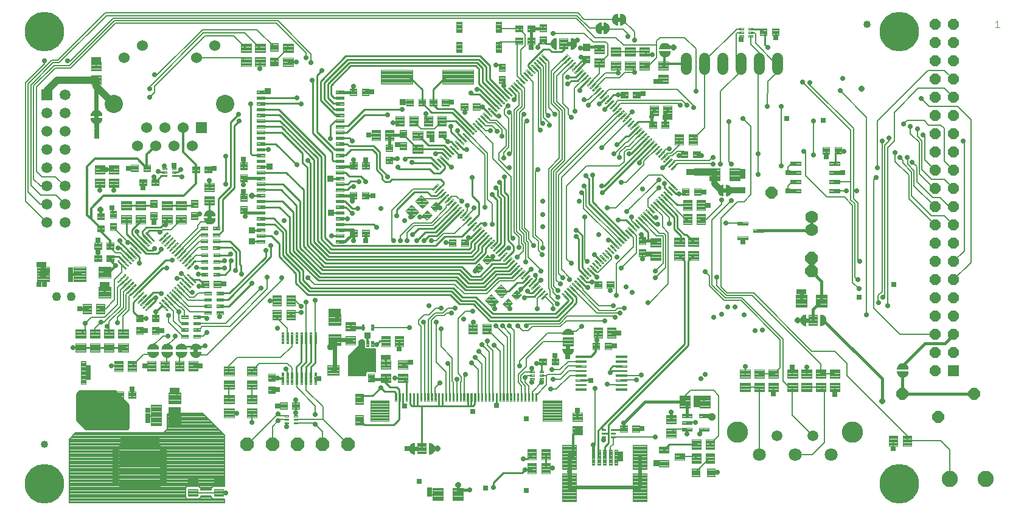
<source format=gtl>
G75*
%MOIN*%
%OFA0B0*%
%FSLAX25Y25*%
%IPPOS*%
%LPD*%
%AMOC8*
5,1,8,0,0,1.08239X$1,22.5*
%
%ADD10C,0.00400*%
%ADD11C,0.04000*%
%ADD12C,0.00394*%
%ADD13C,0.00409*%
%ADD14C,0.00402*%
%ADD15C,0.00378*%
%ADD16OC8,0.06496*%
%ADD17C,0.00425*%
%ADD18C,0.00457*%
%ADD19C,0.00390*%
%ADD20C,0.00100*%
%ADD21R,0.05906X0.05906*%
%ADD22OC8,0.05906*%
%ADD23C,0.05906*%
%ADD24OC8,0.07087*%
%ADD25C,0.07087*%
%ADD26C,0.11661*%
%ADD27C,0.06000*%
%ADD28R,0.06000X0.06000*%
%ADD29C,0.10000*%
%ADD30C,0.00403*%
%ADD31C,0.00396*%
%ADD32C,0.00413*%
%ADD33C,0.00404*%
%ADD34C,0.08858*%
%ADD35C,0.05906*%
%ADD36C,0.00400*%
%ADD37C,0.00390*%
%ADD38C,0.05000*%
%ADD39C,0.07000*%
%ADD40OC8,0.07000*%
%ADD41C,0.00406*%
%ADD42C,0.21654*%
%ADD43OC8,0.02781*%
%ADD44R,0.02781X0.02781*%
%ADD45R,0.03175X0.03175*%
%ADD46C,0.00600*%
%ADD47C,0.01600*%
%ADD48C,0.01000*%
%ADD49OC8,0.03175*%
%ADD50C,0.00800*%
%ADD51C,0.01400*%
%ADD52C,0.00900*%
%ADD53C,0.01200*%
%ADD54C,0.02400*%
%ADD55C,0.03200*%
%ADD56OC8,0.03962*%
%ADD57C,0.04000*%
%ADD58OC8,0.03569*%
%ADD59C,0.06000*%
%ADD60C,0.02000*%
D10*
X0268078Y0171804D02*
X0271178Y0171804D01*
X0268078Y0171804D02*
X0268078Y0172404D01*
X0271178Y0172404D01*
X0271178Y0171804D01*
X0271178Y0172203D02*
X0268078Y0172203D01*
X0272328Y0169304D02*
X0276928Y0169304D01*
X0272328Y0169304D02*
X0272328Y0174904D01*
X0276928Y0174904D01*
X0276928Y0169304D01*
X0276928Y0169703D02*
X0272328Y0169703D01*
X0272328Y0170102D02*
X0276928Y0170102D01*
X0276928Y0170501D02*
X0272328Y0170501D01*
X0272328Y0170900D02*
X0276928Y0170900D01*
X0276928Y0171299D02*
X0272328Y0171299D01*
X0272328Y0171698D02*
X0276928Y0171698D01*
X0276928Y0172097D02*
X0272328Y0172097D01*
X0272328Y0172496D02*
X0276928Y0172496D01*
X0276928Y0172895D02*
X0272328Y0172895D01*
X0272328Y0173294D02*
X0276928Y0173294D01*
X0276928Y0173693D02*
X0272328Y0173693D01*
X0272328Y0174092D02*
X0276928Y0174092D01*
X0276928Y0174491D02*
X0272328Y0174491D01*
X0272328Y0174890D02*
X0276928Y0174890D01*
X0279578Y0171804D02*
X0281178Y0171804D01*
X0279578Y0171804D02*
X0279578Y0172404D01*
X0281178Y0172404D01*
X0281178Y0171804D01*
X0281178Y0172203D02*
X0279578Y0172203D01*
X0354978Y0224104D02*
X0354978Y0227204D01*
X0354978Y0224104D02*
X0354378Y0224104D01*
X0354378Y0227204D01*
X0354978Y0227204D01*
X0354978Y0224503D02*
X0354378Y0224503D01*
X0354378Y0224902D02*
X0354978Y0224902D01*
X0354978Y0225301D02*
X0354378Y0225301D01*
X0354378Y0225700D02*
X0354978Y0225700D01*
X0354978Y0226099D02*
X0354378Y0226099D01*
X0354378Y0226498D02*
X0354978Y0226498D01*
X0354978Y0226897D02*
X0354378Y0226897D01*
X0357478Y0228354D02*
X0357478Y0232954D01*
X0357478Y0228354D02*
X0351878Y0228354D01*
X0351878Y0232954D01*
X0357478Y0232954D01*
X0357478Y0228753D02*
X0351878Y0228753D01*
X0351878Y0229152D02*
X0357478Y0229152D01*
X0357478Y0229551D02*
X0351878Y0229551D01*
X0351878Y0229950D02*
X0357478Y0229950D01*
X0357478Y0230349D02*
X0351878Y0230349D01*
X0351878Y0230748D02*
X0357478Y0230748D01*
X0357478Y0231147D02*
X0351878Y0231147D01*
X0351878Y0231546D02*
X0357478Y0231546D01*
X0357478Y0231945D02*
X0351878Y0231945D01*
X0351878Y0232344D02*
X0357478Y0232344D01*
X0357478Y0232743D02*
X0351878Y0232743D01*
X0354978Y0235604D02*
X0354978Y0237204D01*
X0354978Y0235604D02*
X0354378Y0235604D01*
X0354378Y0237204D01*
X0354978Y0237204D01*
X0354978Y0236003D02*
X0354378Y0236003D01*
X0354378Y0236402D02*
X0354978Y0236402D01*
X0354978Y0236801D02*
X0354378Y0236801D01*
X0354378Y0237200D02*
X0354978Y0237200D01*
X0437128Y0313404D02*
X0440228Y0313404D01*
X0437128Y0313404D02*
X0437128Y0314004D01*
X0440228Y0314004D01*
X0440228Y0313404D01*
X0440228Y0313803D02*
X0437128Y0313803D01*
X0442128Y0313404D02*
X0443728Y0313404D01*
X0442128Y0313404D02*
X0442128Y0314004D01*
X0443728Y0314004D01*
X0443728Y0313404D01*
X0443728Y0313803D02*
X0442128Y0313803D01*
X0482378Y0242254D02*
X0485478Y0242254D01*
X0482378Y0242254D02*
X0482378Y0242854D01*
X0485478Y0242854D01*
X0485478Y0242254D01*
X0485478Y0242653D02*
X0482378Y0242653D01*
X0486628Y0239754D02*
X0491228Y0239754D01*
X0486628Y0239754D02*
X0486628Y0245354D01*
X0491228Y0245354D01*
X0491228Y0239754D01*
X0491228Y0240153D02*
X0486628Y0240153D01*
X0486628Y0240552D02*
X0491228Y0240552D01*
X0491228Y0240951D02*
X0486628Y0240951D01*
X0486628Y0241350D02*
X0491228Y0241350D01*
X0491228Y0241749D02*
X0486628Y0241749D01*
X0486628Y0242148D02*
X0491228Y0242148D01*
X0491228Y0242547D02*
X0486628Y0242547D01*
X0486628Y0242946D02*
X0491228Y0242946D01*
X0491228Y0243345D02*
X0486628Y0243345D01*
X0486628Y0243744D02*
X0491228Y0243744D01*
X0491228Y0244143D02*
X0486628Y0244143D01*
X0486628Y0244542D02*
X0491228Y0244542D01*
X0491228Y0244941D02*
X0486628Y0244941D01*
X0486628Y0245340D02*
X0491228Y0245340D01*
X0493878Y0242254D02*
X0495478Y0242254D01*
X0493878Y0242254D02*
X0493878Y0242854D01*
X0495478Y0242854D01*
X0495478Y0242254D01*
X0495478Y0242653D02*
X0493878Y0242653D01*
X0538278Y0218354D02*
X0538278Y0216754D01*
X0537678Y0216754D01*
X0537678Y0218354D01*
X0538278Y0218354D01*
X0538278Y0217153D02*
X0537678Y0217153D01*
X0537678Y0217552D02*
X0538278Y0217552D01*
X0538278Y0217951D02*
X0537678Y0217951D01*
X0537678Y0218350D02*
X0538278Y0218350D01*
X0538278Y0213354D02*
X0538278Y0211754D01*
X0537678Y0211754D01*
X0537678Y0213354D01*
X0538278Y0213354D01*
X0538278Y0212153D02*
X0537678Y0212153D01*
X0537678Y0212552D02*
X0538278Y0212552D01*
X0538278Y0212951D02*
X0537678Y0212951D01*
X0537678Y0213350D02*
X0538278Y0213350D01*
X0407378Y0387454D02*
X0407378Y0389054D01*
X0407978Y0389054D01*
X0407978Y0387454D01*
X0407378Y0387454D01*
X0407378Y0387853D02*
X0407978Y0387853D01*
X0407978Y0388252D02*
X0407378Y0388252D01*
X0407378Y0388651D02*
X0407978Y0388651D01*
X0407978Y0389050D02*
X0407378Y0389050D01*
X0407378Y0392454D02*
X0407378Y0394054D01*
X0407978Y0394054D01*
X0407978Y0392454D01*
X0407378Y0392454D01*
X0407378Y0392853D02*
X0407978Y0392853D01*
X0407978Y0393252D02*
X0407378Y0393252D01*
X0407378Y0393651D02*
X0407978Y0393651D01*
X0407978Y0394050D02*
X0407378Y0394050D01*
X0385878Y0407804D02*
X0382778Y0407804D01*
X0385878Y0407804D02*
X0385878Y0407204D01*
X0382778Y0407204D01*
X0382778Y0407804D01*
X0382778Y0407603D02*
X0385878Y0407603D01*
X0380878Y0407804D02*
X0379278Y0407804D01*
X0380878Y0407804D02*
X0380878Y0407204D01*
X0379278Y0407204D01*
X0379278Y0407804D01*
X0379278Y0407603D02*
X0380878Y0407603D01*
X0376778Y0402354D02*
X0375178Y0402354D01*
X0375178Y0402954D01*
X0376778Y0402954D01*
X0376778Y0402354D01*
X0376778Y0402753D02*
X0375178Y0402753D01*
X0373278Y0402354D02*
X0370178Y0402354D01*
X0370178Y0402954D01*
X0373278Y0402954D01*
X0373278Y0402354D01*
X0373278Y0402753D02*
X0370178Y0402753D01*
X0358828Y0394454D02*
X0355728Y0394454D01*
X0358828Y0394454D02*
X0358828Y0393854D01*
X0355728Y0393854D01*
X0355728Y0394454D01*
X0355728Y0394253D02*
X0358828Y0394253D01*
X0354578Y0396954D02*
X0349978Y0396954D01*
X0354578Y0396954D02*
X0354578Y0391354D01*
X0349978Y0391354D01*
X0349978Y0396954D01*
X0349978Y0391753D02*
X0354578Y0391753D01*
X0354578Y0392152D02*
X0349978Y0392152D01*
X0349978Y0392551D02*
X0354578Y0392551D01*
X0354578Y0392950D02*
X0349978Y0392950D01*
X0349978Y0393349D02*
X0354578Y0393349D01*
X0354578Y0393748D02*
X0349978Y0393748D01*
X0349978Y0394147D02*
X0354578Y0394147D01*
X0354578Y0394546D02*
X0349978Y0394546D01*
X0349978Y0394945D02*
X0354578Y0394945D01*
X0354578Y0395344D02*
X0349978Y0395344D01*
X0349978Y0395743D02*
X0354578Y0395743D01*
X0354578Y0396142D02*
X0349978Y0396142D01*
X0349978Y0396541D02*
X0354578Y0396541D01*
X0354578Y0396940D02*
X0349978Y0396940D01*
X0347328Y0394454D02*
X0345728Y0394454D01*
X0347328Y0394454D02*
X0347328Y0393854D01*
X0345728Y0393854D01*
X0345728Y0394454D01*
X0345728Y0394253D02*
X0347328Y0394253D01*
X0158028Y0302304D02*
X0158028Y0299204D01*
X0158028Y0302304D02*
X0158628Y0302304D01*
X0158628Y0299204D01*
X0158028Y0299204D01*
X0158028Y0299603D02*
X0158628Y0299603D01*
X0158628Y0300002D02*
X0158028Y0300002D01*
X0158028Y0300401D02*
X0158628Y0300401D01*
X0158628Y0300800D02*
X0158028Y0300800D01*
X0158028Y0301199D02*
X0158628Y0301199D01*
X0158628Y0301598D02*
X0158028Y0301598D01*
X0158028Y0301997D02*
X0158628Y0301997D01*
X0158028Y0297304D02*
X0158028Y0295704D01*
X0158028Y0297304D02*
X0158628Y0297304D01*
X0158628Y0295704D01*
X0158028Y0295704D01*
X0158028Y0296103D02*
X0158628Y0296103D01*
X0158628Y0296502D02*
X0158028Y0296502D01*
X0158028Y0296901D02*
X0158628Y0296901D01*
X0158628Y0297300D02*
X0158028Y0297300D01*
X0096578Y0350704D02*
X0096578Y0353804D01*
X0096578Y0350704D02*
X0095978Y0350704D01*
X0095978Y0353804D01*
X0096578Y0353804D01*
X0096578Y0351103D02*
X0095978Y0351103D01*
X0095978Y0351502D02*
X0096578Y0351502D01*
X0096578Y0351901D02*
X0095978Y0351901D01*
X0095978Y0352300D02*
X0096578Y0352300D01*
X0096578Y0352699D02*
X0095978Y0352699D01*
X0095978Y0353098D02*
X0096578Y0353098D01*
X0096578Y0353497D02*
X0095978Y0353497D01*
X0096578Y0355704D02*
X0096578Y0357304D01*
X0096578Y0355704D02*
X0095978Y0355704D01*
X0095978Y0357304D01*
X0096578Y0357304D01*
X0096578Y0356103D02*
X0095978Y0356103D01*
X0095978Y0356502D02*
X0096578Y0356502D01*
X0096578Y0356901D02*
X0095978Y0356901D01*
X0095978Y0357300D02*
X0096578Y0357300D01*
X0127628Y0229154D02*
X0127628Y0227554D01*
X0127028Y0227554D01*
X0127028Y0229154D01*
X0127628Y0229154D01*
X0127628Y0227953D02*
X0127028Y0227953D01*
X0127028Y0228352D02*
X0127628Y0228352D01*
X0127628Y0228751D02*
X0127028Y0228751D01*
X0127028Y0229150D02*
X0127628Y0229150D01*
X0127628Y0224154D02*
X0127628Y0222554D01*
X0127028Y0222554D01*
X0127028Y0224154D01*
X0127628Y0224154D01*
X0127628Y0222953D02*
X0127028Y0222953D01*
X0127028Y0223352D02*
X0127628Y0223352D01*
X0127628Y0223751D02*
X0127028Y0223751D01*
X0127028Y0224150D02*
X0127628Y0224150D01*
X0134728Y0224154D02*
X0134728Y0222554D01*
X0134728Y0224154D02*
X0135328Y0224154D01*
X0135328Y0222554D01*
X0134728Y0222554D01*
X0134728Y0222953D02*
X0135328Y0222953D01*
X0135328Y0223352D02*
X0134728Y0223352D01*
X0134728Y0223751D02*
X0135328Y0223751D01*
X0135328Y0224150D02*
X0134728Y0224150D01*
X0134728Y0227554D02*
X0134728Y0229154D01*
X0135328Y0229154D01*
X0135328Y0227554D01*
X0134728Y0227554D01*
X0134728Y0227953D02*
X0135328Y0227953D01*
X0135328Y0228352D02*
X0134728Y0228352D01*
X0134728Y0228751D02*
X0135328Y0228751D01*
X0135328Y0229150D02*
X0134728Y0229150D01*
X0142428Y0229154D02*
X0142428Y0227554D01*
X0142428Y0229154D02*
X0143028Y0229154D01*
X0143028Y0227554D01*
X0142428Y0227554D01*
X0142428Y0227953D02*
X0143028Y0227953D01*
X0143028Y0228352D02*
X0142428Y0228352D01*
X0142428Y0228751D02*
X0143028Y0228751D01*
X0143028Y0229150D02*
X0142428Y0229150D01*
X0142428Y0224154D02*
X0142428Y0222554D01*
X0142428Y0224154D02*
X0143028Y0224154D01*
X0143028Y0222554D01*
X0142428Y0222554D01*
X0142428Y0222953D02*
X0143028Y0222953D01*
X0143028Y0223352D02*
X0142428Y0223352D01*
X0142428Y0223751D02*
X0143028Y0223751D01*
X0143028Y0224150D02*
X0142428Y0224150D01*
X0150378Y0224154D02*
X0150378Y0222554D01*
X0150378Y0224154D02*
X0150978Y0224154D01*
X0150978Y0222554D01*
X0150378Y0222554D01*
X0150378Y0222953D02*
X0150978Y0222953D01*
X0150978Y0223352D02*
X0150378Y0223352D01*
X0150378Y0223751D02*
X0150978Y0223751D01*
X0150978Y0224150D02*
X0150378Y0224150D01*
X0150378Y0226054D02*
X0150378Y0229154D01*
X0150978Y0229154D01*
X0150978Y0226054D01*
X0150378Y0226054D01*
X0150378Y0226453D02*
X0150978Y0226453D01*
X0150978Y0226852D02*
X0150378Y0226852D01*
X0150378Y0227251D02*
X0150978Y0227251D01*
X0150978Y0227650D02*
X0150378Y0227650D01*
X0150378Y0228049D02*
X0150978Y0228049D01*
X0150978Y0228448D02*
X0150378Y0228448D01*
X0150378Y0228847D02*
X0150978Y0228847D01*
X0588749Y0403184D02*
X0591151Y0403184D01*
X0589950Y0403184D02*
X0589950Y0406787D01*
X0588749Y0405586D01*
D11*
X0518510Y0404602D03*
X0067723Y0174287D03*
D12*
X0107114Y0199733D02*
X0111050Y0199733D01*
X0107114Y0199733D02*
X0107114Y0203275D01*
X0111050Y0203275D01*
X0111050Y0199733D01*
X0111050Y0200126D02*
X0107114Y0200126D01*
X0107114Y0200519D02*
X0111050Y0200519D01*
X0111050Y0200912D02*
X0107114Y0200912D01*
X0107114Y0201305D02*
X0111050Y0201305D01*
X0111050Y0201698D02*
X0107114Y0201698D01*
X0107114Y0202091D02*
X0111050Y0202091D01*
X0111050Y0202484D02*
X0107114Y0202484D01*
X0107114Y0202877D02*
X0111050Y0202877D01*
X0111050Y0203270D02*
X0107114Y0203270D01*
X0113807Y0199733D02*
X0117743Y0199733D01*
X0113807Y0199733D02*
X0113807Y0203275D01*
X0117743Y0203275D01*
X0117743Y0199733D01*
X0117743Y0200126D02*
X0113807Y0200126D01*
X0113807Y0200519D02*
X0117743Y0200519D01*
X0117743Y0200912D02*
X0113807Y0200912D01*
X0113807Y0201305D02*
X0117743Y0201305D01*
X0117743Y0201698D02*
X0113807Y0201698D01*
X0113807Y0202091D02*
X0117743Y0202091D01*
X0117743Y0202484D02*
X0113807Y0202484D01*
X0113807Y0202877D02*
X0117743Y0202877D01*
X0117743Y0203270D02*
X0113807Y0203270D01*
X0146453Y0232852D02*
X0146453Y0234426D01*
X0146453Y0232852D02*
X0142911Y0232852D01*
X0142911Y0234426D01*
X0146453Y0234426D01*
X0146453Y0233245D02*
X0142911Y0233245D01*
X0142911Y0233638D02*
X0146453Y0233638D01*
X0146453Y0234031D02*
X0142911Y0234031D01*
X0142911Y0234424D02*
X0146453Y0234424D01*
X0146453Y0236396D02*
X0146453Y0237970D01*
X0146453Y0236396D02*
X0142911Y0236396D01*
X0142911Y0237970D01*
X0146453Y0237970D01*
X0146453Y0236789D02*
X0142911Y0236789D01*
X0142911Y0237182D02*
X0146453Y0237182D01*
X0146453Y0237575D02*
X0142911Y0237575D01*
X0142911Y0237968D02*
X0146453Y0237968D01*
X0146453Y0239939D02*
X0146453Y0241513D01*
X0146453Y0239939D02*
X0142911Y0239939D01*
X0142911Y0241513D01*
X0146453Y0241513D01*
X0146453Y0240332D02*
X0142911Y0240332D01*
X0142911Y0240725D02*
X0146453Y0240725D01*
X0146453Y0241118D02*
X0142911Y0241118D01*
X0142911Y0241511D02*
X0146453Y0241511D01*
X0146453Y0243482D02*
X0146453Y0245056D01*
X0146453Y0243482D02*
X0142911Y0243482D01*
X0142911Y0245056D01*
X0146453Y0245056D01*
X0146453Y0243875D02*
X0142911Y0243875D01*
X0142911Y0244268D02*
X0146453Y0244268D01*
X0146453Y0244661D02*
X0142911Y0244661D01*
X0142911Y0245054D02*
X0146453Y0245054D01*
X0153146Y0245056D02*
X0153146Y0243482D01*
X0149604Y0243482D01*
X0149604Y0245056D01*
X0153146Y0245056D01*
X0153146Y0243875D02*
X0149604Y0243875D01*
X0149604Y0244268D02*
X0153146Y0244268D01*
X0153146Y0244661D02*
X0149604Y0244661D01*
X0149604Y0245054D02*
X0153146Y0245054D01*
X0159103Y0245852D02*
X0159103Y0247426D01*
X0159103Y0245852D02*
X0155561Y0245852D01*
X0155561Y0247426D01*
X0159103Y0247426D01*
X0159103Y0246245D02*
X0155561Y0246245D01*
X0155561Y0246638D02*
X0159103Y0246638D01*
X0159103Y0247031D02*
X0155561Y0247031D01*
X0155561Y0247424D02*
X0159103Y0247424D01*
X0159103Y0249396D02*
X0159103Y0250970D01*
X0159103Y0249396D02*
X0155561Y0249396D01*
X0155561Y0250970D01*
X0159103Y0250970D01*
X0159103Y0249789D02*
X0155561Y0249789D01*
X0155561Y0250182D02*
X0159103Y0250182D01*
X0159103Y0250575D02*
X0155561Y0250575D01*
X0155561Y0250968D02*
X0159103Y0250968D01*
X0159103Y0252939D02*
X0159103Y0254513D01*
X0159103Y0252939D02*
X0155561Y0252939D01*
X0155561Y0254513D01*
X0159103Y0254513D01*
X0159103Y0253332D02*
X0155561Y0253332D01*
X0155561Y0253725D02*
X0159103Y0253725D01*
X0159103Y0254118D02*
X0155561Y0254118D01*
X0155561Y0254511D02*
X0159103Y0254511D01*
X0159103Y0256482D02*
X0159103Y0258056D01*
X0159103Y0256482D02*
X0155561Y0256482D01*
X0155561Y0258056D01*
X0159103Y0258056D01*
X0159103Y0256875D02*
X0155561Y0256875D01*
X0155561Y0257268D02*
X0159103Y0257268D01*
X0159103Y0257661D02*
X0155561Y0257661D01*
X0155561Y0258054D02*
X0159103Y0258054D01*
X0165796Y0258056D02*
X0165796Y0256482D01*
X0162254Y0256482D01*
X0162254Y0258056D01*
X0165796Y0258056D01*
X0165796Y0256875D02*
X0162254Y0256875D01*
X0162254Y0257268D02*
X0165796Y0257268D01*
X0165796Y0257661D02*
X0162254Y0257661D01*
X0162254Y0258054D02*
X0165796Y0258054D01*
X0165796Y0254513D02*
X0165796Y0252939D01*
X0162254Y0252939D01*
X0162254Y0254513D01*
X0165796Y0254513D01*
X0165796Y0253332D02*
X0162254Y0253332D01*
X0162254Y0253725D02*
X0165796Y0253725D01*
X0165796Y0254118D02*
X0162254Y0254118D01*
X0162254Y0254511D02*
X0165796Y0254511D01*
X0165796Y0250970D02*
X0165796Y0249396D01*
X0162254Y0249396D01*
X0162254Y0250970D01*
X0165796Y0250970D01*
X0165796Y0249789D02*
X0162254Y0249789D01*
X0162254Y0250182D02*
X0165796Y0250182D01*
X0165796Y0250575D02*
X0162254Y0250575D01*
X0162254Y0250968D02*
X0165796Y0250968D01*
X0165796Y0247426D02*
X0165796Y0245852D01*
X0162254Y0245852D01*
X0162254Y0247426D01*
X0165796Y0247426D01*
X0165796Y0246245D02*
X0162254Y0246245D01*
X0162254Y0246638D02*
X0165796Y0246638D01*
X0165796Y0247031D02*
X0162254Y0247031D01*
X0162254Y0247424D02*
X0165796Y0247424D01*
X0153146Y0241513D02*
X0153146Y0239939D01*
X0149604Y0239939D01*
X0149604Y0241513D01*
X0153146Y0241513D01*
X0153146Y0240332D02*
X0149604Y0240332D01*
X0149604Y0240725D02*
X0153146Y0240725D01*
X0153146Y0241118D02*
X0149604Y0241118D01*
X0149604Y0241511D02*
X0153146Y0241511D01*
X0153146Y0237970D02*
X0153146Y0236396D01*
X0149604Y0236396D01*
X0149604Y0237970D01*
X0153146Y0237970D01*
X0153146Y0236789D02*
X0149604Y0236789D01*
X0149604Y0237182D02*
X0153146Y0237182D01*
X0153146Y0237575D02*
X0149604Y0237575D01*
X0149604Y0237968D02*
X0153146Y0237968D01*
X0153146Y0234426D02*
X0153146Y0232852D01*
X0149604Y0232852D01*
X0149604Y0234426D01*
X0153146Y0234426D01*
X0153146Y0233245D02*
X0149604Y0233245D01*
X0149604Y0233638D02*
X0153146Y0233638D01*
X0153146Y0234031D02*
X0149604Y0234031D01*
X0149604Y0234424D02*
X0153146Y0234424D01*
X0127007Y0234890D02*
X0127007Y0238826D01*
X0130549Y0238826D01*
X0130549Y0234890D01*
X0127007Y0234890D01*
X0127007Y0235283D02*
X0130549Y0235283D01*
X0130549Y0235676D02*
X0127007Y0235676D01*
X0127007Y0236069D02*
X0130549Y0236069D01*
X0130549Y0236462D02*
X0127007Y0236462D01*
X0127007Y0236855D02*
X0130549Y0236855D01*
X0130549Y0237248D02*
X0127007Y0237248D01*
X0127007Y0237641D02*
X0130549Y0237641D01*
X0130549Y0238034D02*
X0127007Y0238034D01*
X0127007Y0238427D02*
X0130549Y0238427D01*
X0130549Y0238820D02*
X0127007Y0238820D01*
X0127007Y0241583D02*
X0127007Y0245519D01*
X0130549Y0245519D01*
X0130549Y0241583D01*
X0127007Y0241583D01*
X0127007Y0241976D02*
X0130549Y0241976D01*
X0130549Y0242369D02*
X0127007Y0242369D01*
X0127007Y0242762D02*
X0130549Y0242762D01*
X0130549Y0243155D02*
X0127007Y0243155D01*
X0127007Y0243548D02*
X0130549Y0243548D01*
X0130549Y0243941D02*
X0127007Y0243941D01*
X0127007Y0244334D02*
X0130549Y0244334D01*
X0130549Y0244727D02*
X0127007Y0244727D01*
X0127007Y0245120D02*
X0130549Y0245120D01*
X0130549Y0245513D02*
X0127007Y0245513D01*
X0118307Y0245519D02*
X0118307Y0241583D01*
X0118307Y0245519D02*
X0121849Y0245519D01*
X0121849Y0241583D01*
X0118307Y0241583D01*
X0118307Y0241976D02*
X0121849Y0241976D01*
X0121849Y0242369D02*
X0118307Y0242369D01*
X0118307Y0242762D02*
X0121849Y0242762D01*
X0121849Y0243155D02*
X0118307Y0243155D01*
X0118307Y0243548D02*
X0121849Y0243548D01*
X0121849Y0243941D02*
X0118307Y0243941D01*
X0118307Y0244334D02*
X0121849Y0244334D01*
X0121849Y0244727D02*
X0118307Y0244727D01*
X0118307Y0245120D02*
X0121849Y0245120D01*
X0121849Y0245513D02*
X0118307Y0245513D01*
X0118307Y0238826D02*
X0118307Y0234890D01*
X0118307Y0238826D02*
X0121849Y0238826D01*
X0121849Y0234890D01*
X0118307Y0234890D01*
X0118307Y0235283D02*
X0121849Y0235283D01*
X0121849Y0235676D02*
X0118307Y0235676D01*
X0118307Y0236069D02*
X0121849Y0236069D01*
X0121849Y0236462D02*
X0118307Y0236462D01*
X0118307Y0236855D02*
X0121849Y0236855D01*
X0121849Y0237248D02*
X0118307Y0237248D01*
X0118307Y0237641D02*
X0121849Y0237641D01*
X0121849Y0238034D02*
X0118307Y0238034D01*
X0118307Y0238427D02*
X0121849Y0238427D01*
X0121849Y0238820D02*
X0118307Y0238820D01*
X0153914Y0260483D02*
X0157850Y0260483D01*
X0153914Y0260483D02*
X0153914Y0264025D01*
X0157850Y0264025D01*
X0157850Y0260483D01*
X0157850Y0260876D02*
X0153914Y0260876D01*
X0153914Y0261269D02*
X0157850Y0261269D01*
X0157850Y0261662D02*
X0153914Y0261662D01*
X0153914Y0262055D02*
X0157850Y0262055D01*
X0157850Y0262448D02*
X0153914Y0262448D01*
X0153914Y0262841D02*
X0157850Y0262841D01*
X0157850Y0263234D02*
X0153914Y0263234D01*
X0153914Y0263627D02*
X0157850Y0263627D01*
X0157850Y0264020D02*
X0153914Y0264020D01*
X0157253Y0266752D02*
X0157253Y0268326D01*
X0157253Y0266752D02*
X0153711Y0266752D01*
X0153711Y0268326D01*
X0157253Y0268326D01*
X0157253Y0267145D02*
X0153711Y0267145D01*
X0153711Y0267538D02*
X0157253Y0267538D01*
X0157253Y0267931D02*
X0153711Y0267931D01*
X0153711Y0268324D02*
X0157253Y0268324D01*
X0157253Y0270296D02*
X0157253Y0271870D01*
X0157253Y0270296D02*
X0153711Y0270296D01*
X0153711Y0271870D01*
X0157253Y0271870D01*
X0157253Y0270689D02*
X0153711Y0270689D01*
X0153711Y0271082D02*
X0157253Y0271082D01*
X0157253Y0271475D02*
X0153711Y0271475D01*
X0153711Y0271868D02*
X0157253Y0271868D01*
X0157253Y0273839D02*
X0157253Y0275413D01*
X0157253Y0273839D02*
X0153711Y0273839D01*
X0153711Y0275413D01*
X0157253Y0275413D01*
X0157253Y0274232D02*
X0153711Y0274232D01*
X0153711Y0274625D02*
X0157253Y0274625D01*
X0157253Y0275018D02*
X0153711Y0275018D01*
X0153711Y0275411D02*
X0157253Y0275411D01*
X0157253Y0277382D02*
X0157253Y0278956D01*
X0157253Y0277382D02*
X0153711Y0277382D01*
X0153711Y0278956D01*
X0157253Y0278956D01*
X0157253Y0277775D02*
X0153711Y0277775D01*
X0153711Y0278168D02*
X0157253Y0278168D01*
X0157253Y0278561D02*
X0153711Y0278561D01*
X0153711Y0278954D02*
X0157253Y0278954D01*
X0157153Y0281452D02*
X0157153Y0283026D01*
X0157153Y0281452D02*
X0153611Y0281452D01*
X0153611Y0283026D01*
X0157153Y0283026D01*
X0157153Y0281845D02*
X0153611Y0281845D01*
X0153611Y0282238D02*
X0157153Y0282238D01*
X0157153Y0282631D02*
X0153611Y0282631D01*
X0153611Y0283024D02*
X0157153Y0283024D01*
X0157153Y0284996D02*
X0157153Y0286570D01*
X0157153Y0284996D02*
X0153611Y0284996D01*
X0153611Y0286570D01*
X0157153Y0286570D01*
X0157153Y0285389D02*
X0153611Y0285389D01*
X0153611Y0285782D02*
X0157153Y0285782D01*
X0157153Y0286175D02*
X0153611Y0286175D01*
X0153611Y0286568D02*
X0157153Y0286568D01*
X0157153Y0288539D02*
X0157153Y0290113D01*
X0157153Y0288539D02*
X0153611Y0288539D01*
X0153611Y0290113D01*
X0157153Y0290113D01*
X0157153Y0288932D02*
X0153611Y0288932D01*
X0153611Y0289325D02*
X0157153Y0289325D01*
X0157153Y0289718D02*
X0153611Y0289718D01*
X0153611Y0290111D02*
X0157153Y0290111D01*
X0157153Y0292082D02*
X0157153Y0293656D01*
X0157153Y0292082D02*
X0153611Y0292082D01*
X0153611Y0293656D01*
X0157153Y0293656D01*
X0157153Y0292475D02*
X0153611Y0292475D01*
X0153611Y0292868D02*
X0157153Y0292868D01*
X0157153Y0293261D02*
X0153611Y0293261D01*
X0153611Y0293654D02*
X0157153Y0293654D01*
X0163846Y0293656D02*
X0163846Y0292082D01*
X0160304Y0292082D01*
X0160304Y0293656D01*
X0163846Y0293656D01*
X0163846Y0292475D02*
X0160304Y0292475D01*
X0160304Y0292868D02*
X0163846Y0292868D01*
X0163846Y0293261D02*
X0160304Y0293261D01*
X0160304Y0293654D02*
X0163846Y0293654D01*
X0163846Y0290113D02*
X0163846Y0288539D01*
X0160304Y0288539D01*
X0160304Y0290113D01*
X0163846Y0290113D01*
X0163846Y0288932D02*
X0160304Y0288932D01*
X0160304Y0289325D02*
X0163846Y0289325D01*
X0163846Y0289718D02*
X0160304Y0289718D01*
X0160304Y0290111D02*
X0163846Y0290111D01*
X0163846Y0286570D02*
X0163846Y0284996D01*
X0160304Y0284996D01*
X0160304Y0286570D01*
X0163846Y0286570D01*
X0163846Y0285389D02*
X0160304Y0285389D01*
X0160304Y0285782D02*
X0163846Y0285782D01*
X0163846Y0286175D02*
X0160304Y0286175D01*
X0160304Y0286568D02*
X0163846Y0286568D01*
X0163846Y0283026D02*
X0163846Y0281452D01*
X0160304Y0281452D01*
X0160304Y0283026D01*
X0163846Y0283026D01*
X0163846Y0281845D02*
X0160304Y0281845D01*
X0160304Y0282238D02*
X0163846Y0282238D01*
X0163846Y0282631D02*
X0160304Y0282631D01*
X0160304Y0283024D02*
X0163846Y0283024D01*
X0163946Y0278956D02*
X0163946Y0277382D01*
X0160404Y0277382D01*
X0160404Y0278956D01*
X0163946Y0278956D01*
X0163946Y0277775D02*
X0160404Y0277775D01*
X0160404Y0278168D02*
X0163946Y0278168D01*
X0163946Y0278561D02*
X0160404Y0278561D01*
X0160404Y0278954D02*
X0163946Y0278954D01*
X0163946Y0275413D02*
X0163946Y0273839D01*
X0160404Y0273839D01*
X0160404Y0275413D01*
X0163946Y0275413D01*
X0163946Y0274232D02*
X0160404Y0274232D01*
X0160404Y0274625D02*
X0163946Y0274625D01*
X0163946Y0275018D02*
X0160404Y0275018D01*
X0160404Y0275411D02*
X0163946Y0275411D01*
X0163946Y0271870D02*
X0163946Y0270296D01*
X0160404Y0270296D01*
X0160404Y0271870D01*
X0163946Y0271870D01*
X0163946Y0270689D02*
X0160404Y0270689D01*
X0160404Y0271082D02*
X0163946Y0271082D01*
X0163946Y0271475D02*
X0160404Y0271475D01*
X0160404Y0271868D02*
X0163946Y0271868D01*
X0163946Y0268326D02*
X0163946Y0266752D01*
X0160404Y0266752D01*
X0160404Y0268326D01*
X0163946Y0268326D01*
X0163946Y0267145D02*
X0160404Y0267145D01*
X0160404Y0267538D02*
X0163946Y0267538D01*
X0163946Y0267931D02*
X0160404Y0267931D01*
X0160404Y0268324D02*
X0163946Y0268324D01*
X0164543Y0260483D02*
X0160607Y0260483D01*
X0160607Y0264025D01*
X0164543Y0264025D01*
X0164543Y0260483D01*
X0164543Y0260876D02*
X0160607Y0260876D01*
X0160607Y0261269D02*
X0164543Y0261269D01*
X0164543Y0261662D02*
X0160607Y0261662D01*
X0160607Y0262055D02*
X0164543Y0262055D01*
X0164543Y0262448D02*
X0160607Y0262448D01*
X0160607Y0262841D02*
X0164543Y0262841D01*
X0164543Y0263234D02*
X0160607Y0263234D01*
X0160607Y0263627D02*
X0164543Y0263627D01*
X0164543Y0264020D02*
X0160607Y0264020D01*
X0184051Y0284872D02*
X0184051Y0286446D01*
X0188381Y0286446D01*
X0188381Y0284872D01*
X0184051Y0284872D01*
X0184051Y0285265D02*
X0188381Y0285265D01*
X0188381Y0285658D02*
X0184051Y0285658D01*
X0184051Y0286051D02*
X0188381Y0286051D01*
X0188381Y0286444D02*
X0184051Y0286444D01*
X0184051Y0288022D02*
X0184051Y0289596D01*
X0188381Y0289596D01*
X0188381Y0288022D01*
X0184051Y0288022D01*
X0184051Y0288415D02*
X0188381Y0288415D01*
X0188381Y0288808D02*
X0184051Y0288808D01*
X0184051Y0289201D02*
X0188381Y0289201D01*
X0188381Y0289594D02*
X0184051Y0289594D01*
X0184051Y0291172D02*
X0184051Y0292746D01*
X0188381Y0292746D01*
X0188381Y0291172D01*
X0184051Y0291172D01*
X0184051Y0291565D02*
X0188381Y0291565D01*
X0188381Y0291958D02*
X0184051Y0291958D01*
X0184051Y0292351D02*
X0188381Y0292351D01*
X0188381Y0292744D02*
X0184051Y0292744D01*
X0184051Y0294321D02*
X0184051Y0295895D01*
X0188381Y0295895D01*
X0188381Y0294321D01*
X0184051Y0294321D01*
X0184051Y0294714D02*
X0188381Y0294714D01*
X0188381Y0295107D02*
X0184051Y0295107D01*
X0184051Y0295500D02*
X0188381Y0295500D01*
X0188381Y0295893D02*
X0184051Y0295893D01*
X0184051Y0297471D02*
X0184051Y0299045D01*
X0188381Y0299045D01*
X0188381Y0297471D01*
X0184051Y0297471D01*
X0184051Y0297864D02*
X0188381Y0297864D01*
X0188381Y0298257D02*
X0184051Y0298257D01*
X0184051Y0298650D02*
X0188381Y0298650D01*
X0188381Y0299043D02*
X0184051Y0299043D01*
X0184051Y0300620D02*
X0184051Y0302194D01*
X0188381Y0302194D01*
X0188381Y0300620D01*
X0184051Y0300620D01*
X0184051Y0301013D02*
X0188381Y0301013D01*
X0188381Y0301406D02*
X0184051Y0301406D01*
X0184051Y0301799D02*
X0188381Y0301799D01*
X0188381Y0302192D02*
X0184051Y0302192D01*
X0184051Y0303770D02*
X0184051Y0305344D01*
X0188381Y0305344D01*
X0188381Y0303770D01*
X0184051Y0303770D01*
X0184051Y0304163D02*
X0188381Y0304163D01*
X0188381Y0304556D02*
X0184051Y0304556D01*
X0184051Y0304949D02*
X0188381Y0304949D01*
X0188381Y0305342D02*
X0184051Y0305342D01*
X0184051Y0306920D02*
X0184051Y0308494D01*
X0188381Y0308494D01*
X0188381Y0306920D01*
X0184051Y0306920D01*
X0184051Y0307313D02*
X0188381Y0307313D01*
X0188381Y0307706D02*
X0184051Y0307706D01*
X0184051Y0308099D02*
X0188381Y0308099D01*
X0188381Y0308492D02*
X0184051Y0308492D01*
X0184051Y0310069D02*
X0184051Y0311643D01*
X0188381Y0311643D01*
X0188381Y0310069D01*
X0184051Y0310069D01*
X0184051Y0310462D02*
X0188381Y0310462D01*
X0188381Y0310855D02*
X0184051Y0310855D01*
X0184051Y0311248D02*
X0188381Y0311248D01*
X0188381Y0311641D02*
X0184051Y0311641D01*
X0184051Y0313219D02*
X0184051Y0314793D01*
X0188381Y0314793D01*
X0188381Y0313219D01*
X0184051Y0313219D01*
X0184051Y0313612D02*
X0188381Y0313612D01*
X0188381Y0314005D02*
X0184051Y0314005D01*
X0184051Y0314398D02*
X0188381Y0314398D01*
X0188381Y0314791D02*
X0184051Y0314791D01*
X0184051Y0316369D02*
X0184051Y0317943D01*
X0188381Y0317943D01*
X0188381Y0316369D01*
X0184051Y0316369D01*
X0184051Y0316762D02*
X0188381Y0316762D01*
X0188381Y0317155D02*
X0184051Y0317155D01*
X0184051Y0317548D02*
X0188381Y0317548D01*
X0188381Y0317941D02*
X0184051Y0317941D01*
X0184051Y0319518D02*
X0184051Y0321092D01*
X0188381Y0321092D01*
X0188381Y0319518D01*
X0184051Y0319518D01*
X0184051Y0319911D02*
X0188381Y0319911D01*
X0188381Y0320304D02*
X0184051Y0320304D01*
X0184051Y0320697D02*
X0188381Y0320697D01*
X0188381Y0321090D02*
X0184051Y0321090D01*
X0184051Y0322668D02*
X0184051Y0324242D01*
X0188381Y0324242D01*
X0188381Y0322668D01*
X0184051Y0322668D01*
X0184051Y0323061D02*
X0188381Y0323061D01*
X0188381Y0323454D02*
X0184051Y0323454D01*
X0184051Y0323847D02*
X0188381Y0323847D01*
X0188381Y0324240D02*
X0184051Y0324240D01*
X0184051Y0325817D02*
X0184051Y0327391D01*
X0188381Y0327391D01*
X0188381Y0325817D01*
X0184051Y0325817D01*
X0184051Y0326210D02*
X0188381Y0326210D01*
X0188381Y0326603D02*
X0184051Y0326603D01*
X0184051Y0326996D02*
X0188381Y0326996D01*
X0188381Y0327389D02*
X0184051Y0327389D01*
X0184051Y0328967D02*
X0184051Y0330541D01*
X0188381Y0330541D01*
X0188381Y0328967D01*
X0184051Y0328967D01*
X0184051Y0329360D02*
X0188381Y0329360D01*
X0188381Y0329753D02*
X0184051Y0329753D01*
X0184051Y0330146D02*
X0188381Y0330146D01*
X0188381Y0330539D02*
X0184051Y0330539D01*
X0184051Y0332117D02*
X0184051Y0333691D01*
X0188381Y0333691D01*
X0188381Y0332117D01*
X0184051Y0332117D01*
X0184051Y0332510D02*
X0188381Y0332510D01*
X0188381Y0332903D02*
X0184051Y0332903D01*
X0184051Y0333296D02*
X0188381Y0333296D01*
X0188381Y0333689D02*
X0184051Y0333689D01*
X0184051Y0335266D02*
X0184051Y0336840D01*
X0188381Y0336840D01*
X0188381Y0335266D01*
X0184051Y0335266D01*
X0184051Y0335659D02*
X0188381Y0335659D01*
X0188381Y0336052D02*
X0184051Y0336052D01*
X0184051Y0336445D02*
X0188381Y0336445D01*
X0188381Y0336838D02*
X0184051Y0336838D01*
X0184051Y0338416D02*
X0184051Y0339990D01*
X0188381Y0339990D01*
X0188381Y0338416D01*
X0184051Y0338416D01*
X0184051Y0338809D02*
X0188381Y0338809D01*
X0188381Y0339202D02*
X0184051Y0339202D01*
X0184051Y0339595D02*
X0188381Y0339595D01*
X0188381Y0339988D02*
X0184051Y0339988D01*
X0184051Y0341565D02*
X0184051Y0343139D01*
X0188381Y0343139D01*
X0188381Y0341565D01*
X0184051Y0341565D01*
X0184051Y0341958D02*
X0188381Y0341958D01*
X0188381Y0342351D02*
X0184051Y0342351D01*
X0184051Y0342744D02*
X0188381Y0342744D01*
X0188381Y0343137D02*
X0184051Y0343137D01*
X0184051Y0344715D02*
X0184051Y0346289D01*
X0188381Y0346289D01*
X0188381Y0344715D01*
X0184051Y0344715D01*
X0184051Y0345108D02*
X0188381Y0345108D01*
X0188381Y0345501D02*
X0184051Y0345501D01*
X0184051Y0345894D02*
X0188381Y0345894D01*
X0188381Y0346287D02*
X0184051Y0346287D01*
X0184051Y0347865D02*
X0184051Y0349439D01*
X0188381Y0349439D01*
X0188381Y0347865D01*
X0184051Y0347865D01*
X0184051Y0348258D02*
X0188381Y0348258D01*
X0188381Y0348651D02*
X0184051Y0348651D01*
X0184051Y0349044D02*
X0188381Y0349044D01*
X0188381Y0349437D02*
X0184051Y0349437D01*
X0184051Y0351014D02*
X0184051Y0352588D01*
X0188381Y0352588D01*
X0188381Y0351014D01*
X0184051Y0351014D01*
X0184051Y0351407D02*
X0188381Y0351407D01*
X0188381Y0351800D02*
X0184051Y0351800D01*
X0184051Y0352193D02*
X0188381Y0352193D01*
X0188381Y0352586D02*
X0184051Y0352586D01*
X0184051Y0354164D02*
X0184051Y0355738D01*
X0188381Y0355738D01*
X0188381Y0354164D01*
X0184051Y0354164D01*
X0184051Y0354557D02*
X0188381Y0354557D01*
X0188381Y0354950D02*
X0184051Y0354950D01*
X0184051Y0355343D02*
X0188381Y0355343D01*
X0188381Y0355736D02*
X0184051Y0355736D01*
X0184051Y0357313D02*
X0184051Y0358887D01*
X0188381Y0358887D01*
X0188381Y0357313D01*
X0184051Y0357313D01*
X0184051Y0357706D02*
X0188381Y0357706D01*
X0188381Y0358099D02*
X0184051Y0358099D01*
X0184051Y0358492D02*
X0188381Y0358492D01*
X0188381Y0358885D02*
X0184051Y0358885D01*
X0184051Y0360463D02*
X0184051Y0362037D01*
X0188381Y0362037D01*
X0188381Y0360463D01*
X0184051Y0360463D01*
X0184051Y0360856D02*
X0188381Y0360856D01*
X0188381Y0361249D02*
X0184051Y0361249D01*
X0184051Y0361642D02*
X0188381Y0361642D01*
X0188381Y0362035D02*
X0184051Y0362035D01*
X0184051Y0363613D02*
X0184051Y0365187D01*
X0188381Y0365187D01*
X0188381Y0363613D01*
X0184051Y0363613D01*
X0184051Y0364006D02*
X0188381Y0364006D01*
X0188381Y0364399D02*
X0184051Y0364399D01*
X0184051Y0364792D02*
X0188381Y0364792D01*
X0188381Y0365185D02*
X0184051Y0365185D01*
X0184051Y0366762D02*
X0184051Y0368336D01*
X0188381Y0368336D01*
X0188381Y0366762D01*
X0184051Y0366762D01*
X0184051Y0367155D02*
X0188381Y0367155D01*
X0188381Y0367548D02*
X0184051Y0367548D01*
X0184051Y0367941D02*
X0188381Y0367941D01*
X0188381Y0368334D02*
X0184051Y0368334D01*
X0231706Y0368336D02*
X0231706Y0366762D01*
X0227376Y0366762D01*
X0227376Y0368336D01*
X0231706Y0368336D01*
X0231706Y0367155D02*
X0227376Y0367155D01*
X0227376Y0367548D02*
X0231706Y0367548D01*
X0231706Y0367941D02*
X0227376Y0367941D01*
X0227376Y0368334D02*
X0231706Y0368334D01*
X0231706Y0365187D02*
X0231706Y0363613D01*
X0227376Y0363613D01*
X0227376Y0365187D01*
X0231706Y0365187D01*
X0231706Y0364006D02*
X0227376Y0364006D01*
X0227376Y0364399D02*
X0231706Y0364399D01*
X0231706Y0364792D02*
X0227376Y0364792D01*
X0227376Y0365185D02*
X0231706Y0365185D01*
X0231706Y0362037D02*
X0231706Y0360463D01*
X0227376Y0360463D01*
X0227376Y0362037D01*
X0231706Y0362037D01*
X0231706Y0360856D02*
X0227376Y0360856D01*
X0227376Y0361249D02*
X0231706Y0361249D01*
X0231706Y0361642D02*
X0227376Y0361642D01*
X0227376Y0362035D02*
X0231706Y0362035D01*
X0231706Y0358887D02*
X0231706Y0357313D01*
X0227376Y0357313D01*
X0227376Y0358887D01*
X0231706Y0358887D01*
X0231706Y0357706D02*
X0227376Y0357706D01*
X0227376Y0358099D02*
X0231706Y0358099D01*
X0231706Y0358492D02*
X0227376Y0358492D01*
X0227376Y0358885D02*
X0231706Y0358885D01*
X0231706Y0355738D02*
X0231706Y0354164D01*
X0227376Y0354164D01*
X0227376Y0355738D01*
X0231706Y0355738D01*
X0231706Y0354557D02*
X0227376Y0354557D01*
X0227376Y0354950D02*
X0231706Y0354950D01*
X0231706Y0355343D02*
X0227376Y0355343D01*
X0227376Y0355736D02*
X0231706Y0355736D01*
X0231706Y0352588D02*
X0231706Y0351014D01*
X0227376Y0351014D01*
X0227376Y0352588D01*
X0231706Y0352588D01*
X0231706Y0351407D02*
X0227376Y0351407D01*
X0227376Y0351800D02*
X0231706Y0351800D01*
X0231706Y0352193D02*
X0227376Y0352193D01*
X0227376Y0352586D02*
X0231706Y0352586D01*
X0231706Y0349439D02*
X0231706Y0347865D01*
X0227376Y0347865D01*
X0227376Y0349439D01*
X0231706Y0349439D01*
X0231706Y0348258D02*
X0227376Y0348258D01*
X0227376Y0348651D02*
X0231706Y0348651D01*
X0231706Y0349044D02*
X0227376Y0349044D01*
X0227376Y0349437D02*
X0231706Y0349437D01*
X0231706Y0346289D02*
X0231706Y0344715D01*
X0227376Y0344715D01*
X0227376Y0346289D01*
X0231706Y0346289D01*
X0231706Y0345108D02*
X0227376Y0345108D01*
X0227376Y0345501D02*
X0231706Y0345501D01*
X0231706Y0345894D02*
X0227376Y0345894D01*
X0227376Y0346287D02*
X0231706Y0346287D01*
X0231706Y0343139D02*
X0231706Y0341565D01*
X0227376Y0341565D01*
X0227376Y0343139D01*
X0231706Y0343139D01*
X0231706Y0341958D02*
X0227376Y0341958D01*
X0227376Y0342351D02*
X0231706Y0342351D01*
X0231706Y0342744D02*
X0227376Y0342744D01*
X0227376Y0343137D02*
X0231706Y0343137D01*
X0231706Y0339990D02*
X0231706Y0338416D01*
X0227376Y0338416D01*
X0227376Y0339990D01*
X0231706Y0339990D01*
X0231706Y0338809D02*
X0227376Y0338809D01*
X0227376Y0339202D02*
X0231706Y0339202D01*
X0231706Y0339595D02*
X0227376Y0339595D01*
X0227376Y0339988D02*
X0231706Y0339988D01*
X0231706Y0336840D02*
X0231706Y0335266D01*
X0227376Y0335266D01*
X0227376Y0336840D01*
X0231706Y0336840D01*
X0231706Y0335659D02*
X0227376Y0335659D01*
X0227376Y0336052D02*
X0231706Y0336052D01*
X0231706Y0336445D02*
X0227376Y0336445D01*
X0227376Y0336838D02*
X0231706Y0336838D01*
X0231706Y0333691D02*
X0231706Y0332117D01*
X0227376Y0332117D01*
X0227376Y0333691D01*
X0231706Y0333691D01*
X0231706Y0332510D02*
X0227376Y0332510D01*
X0227376Y0332903D02*
X0231706Y0332903D01*
X0231706Y0333296D02*
X0227376Y0333296D01*
X0227376Y0333689D02*
X0231706Y0333689D01*
X0231706Y0330541D02*
X0231706Y0328967D01*
X0227376Y0328967D01*
X0227376Y0330541D01*
X0231706Y0330541D01*
X0231706Y0329360D02*
X0227376Y0329360D01*
X0227376Y0329753D02*
X0231706Y0329753D01*
X0231706Y0330146D02*
X0227376Y0330146D01*
X0227376Y0330539D02*
X0231706Y0330539D01*
X0231706Y0327391D02*
X0231706Y0325817D01*
X0227376Y0325817D01*
X0227376Y0327391D01*
X0231706Y0327391D01*
X0231706Y0326210D02*
X0227376Y0326210D01*
X0227376Y0326603D02*
X0231706Y0326603D01*
X0231706Y0326996D02*
X0227376Y0326996D01*
X0227376Y0327389D02*
X0231706Y0327389D01*
X0231706Y0324242D02*
X0231706Y0322668D01*
X0227376Y0322668D01*
X0227376Y0324242D01*
X0231706Y0324242D01*
X0231706Y0323061D02*
X0227376Y0323061D01*
X0227376Y0323454D02*
X0231706Y0323454D01*
X0231706Y0323847D02*
X0227376Y0323847D01*
X0227376Y0324240D02*
X0231706Y0324240D01*
X0231706Y0321092D02*
X0231706Y0319518D01*
X0227376Y0319518D01*
X0227376Y0321092D01*
X0231706Y0321092D01*
X0231706Y0319911D02*
X0227376Y0319911D01*
X0227376Y0320304D02*
X0231706Y0320304D01*
X0231706Y0320697D02*
X0227376Y0320697D01*
X0227376Y0321090D02*
X0231706Y0321090D01*
X0231706Y0317943D02*
X0231706Y0316369D01*
X0227376Y0316369D01*
X0227376Y0317943D01*
X0231706Y0317943D01*
X0231706Y0316762D02*
X0227376Y0316762D01*
X0227376Y0317155D02*
X0231706Y0317155D01*
X0231706Y0317548D02*
X0227376Y0317548D01*
X0227376Y0317941D02*
X0231706Y0317941D01*
X0231706Y0314793D02*
X0231706Y0313219D01*
X0227376Y0313219D01*
X0227376Y0314793D01*
X0231706Y0314793D01*
X0231706Y0313612D02*
X0227376Y0313612D01*
X0227376Y0314005D02*
X0231706Y0314005D01*
X0231706Y0314398D02*
X0227376Y0314398D01*
X0227376Y0314791D02*
X0231706Y0314791D01*
X0231706Y0311643D02*
X0231706Y0310069D01*
X0227376Y0310069D01*
X0227376Y0311643D01*
X0231706Y0311643D01*
X0231706Y0310462D02*
X0227376Y0310462D01*
X0227376Y0310855D02*
X0231706Y0310855D01*
X0231706Y0311248D02*
X0227376Y0311248D01*
X0227376Y0311641D02*
X0231706Y0311641D01*
X0231706Y0308494D02*
X0231706Y0306920D01*
X0227376Y0306920D01*
X0227376Y0308494D01*
X0231706Y0308494D01*
X0231706Y0307313D02*
X0227376Y0307313D01*
X0227376Y0307706D02*
X0231706Y0307706D01*
X0231706Y0308099D02*
X0227376Y0308099D01*
X0227376Y0308492D02*
X0231706Y0308492D01*
X0231706Y0305344D02*
X0231706Y0303770D01*
X0227376Y0303770D01*
X0227376Y0305344D01*
X0231706Y0305344D01*
X0231706Y0304163D02*
X0227376Y0304163D01*
X0227376Y0304556D02*
X0231706Y0304556D01*
X0231706Y0304949D02*
X0227376Y0304949D01*
X0227376Y0305342D02*
X0231706Y0305342D01*
X0231706Y0302194D02*
X0231706Y0300620D01*
X0227376Y0300620D01*
X0227376Y0302194D01*
X0231706Y0302194D01*
X0231706Y0301013D02*
X0227376Y0301013D01*
X0227376Y0301406D02*
X0231706Y0301406D01*
X0231706Y0301799D02*
X0227376Y0301799D01*
X0227376Y0302192D02*
X0231706Y0302192D01*
X0231706Y0299045D02*
X0231706Y0297471D01*
X0227376Y0297471D01*
X0227376Y0299045D01*
X0231706Y0299045D01*
X0231706Y0297864D02*
X0227376Y0297864D01*
X0227376Y0298257D02*
X0231706Y0298257D01*
X0231706Y0298650D02*
X0227376Y0298650D01*
X0227376Y0299043D02*
X0231706Y0299043D01*
X0231706Y0295895D02*
X0231706Y0294321D01*
X0227376Y0294321D01*
X0227376Y0295895D01*
X0231706Y0295895D01*
X0231706Y0294714D02*
X0227376Y0294714D01*
X0227376Y0295107D02*
X0231706Y0295107D01*
X0231706Y0295500D02*
X0227376Y0295500D01*
X0227376Y0295893D02*
X0231706Y0295893D01*
X0231706Y0292746D02*
X0231706Y0291172D01*
X0227376Y0291172D01*
X0227376Y0292746D01*
X0231706Y0292746D01*
X0231706Y0291565D02*
X0227376Y0291565D01*
X0227376Y0291958D02*
X0231706Y0291958D01*
X0231706Y0292351D02*
X0227376Y0292351D01*
X0227376Y0292744D02*
X0231706Y0292744D01*
X0231706Y0289596D02*
X0231706Y0288022D01*
X0227376Y0288022D01*
X0227376Y0289596D01*
X0231706Y0289596D01*
X0231706Y0288415D02*
X0227376Y0288415D01*
X0227376Y0288808D02*
X0231706Y0288808D01*
X0231706Y0289201D02*
X0227376Y0289201D01*
X0227376Y0289594D02*
X0231706Y0289594D01*
X0231706Y0286446D02*
X0231706Y0284872D01*
X0227376Y0284872D01*
X0227376Y0286446D01*
X0231706Y0286446D01*
X0231706Y0285265D02*
X0227376Y0285265D01*
X0227376Y0285658D02*
X0231706Y0285658D01*
X0231706Y0286051D02*
X0227376Y0286051D01*
X0227376Y0286444D02*
X0231706Y0286444D01*
X0235214Y0288433D02*
X0239150Y0288433D01*
X0235214Y0288433D02*
X0235214Y0291975D01*
X0239150Y0291975D01*
X0239150Y0288433D01*
X0239150Y0288826D02*
X0235214Y0288826D01*
X0235214Y0289219D02*
X0239150Y0289219D01*
X0239150Y0289612D02*
X0235214Y0289612D01*
X0235214Y0290005D02*
X0239150Y0290005D01*
X0239150Y0290398D02*
X0235214Y0290398D01*
X0235214Y0290791D02*
X0239150Y0290791D01*
X0239150Y0291184D02*
X0235214Y0291184D01*
X0235214Y0291577D02*
X0239150Y0291577D01*
X0239150Y0291970D02*
X0235214Y0291970D01*
X0241907Y0288433D02*
X0245843Y0288433D01*
X0241907Y0288433D02*
X0241907Y0291975D01*
X0245843Y0291975D01*
X0245843Y0288433D01*
X0245843Y0288826D02*
X0241907Y0288826D01*
X0241907Y0289219D02*
X0245843Y0289219D01*
X0245843Y0289612D02*
X0241907Y0289612D01*
X0241907Y0290005D02*
X0245843Y0290005D01*
X0245843Y0290398D02*
X0241907Y0290398D01*
X0241907Y0290791D02*
X0245843Y0290791D01*
X0245843Y0291184D02*
X0241907Y0291184D01*
X0241907Y0291577D02*
X0245843Y0291577D01*
X0245843Y0291970D02*
X0241907Y0291970D01*
X0241757Y0309083D02*
X0245693Y0309083D01*
X0241757Y0309083D02*
X0241757Y0312625D01*
X0245693Y0312625D01*
X0245693Y0309083D01*
X0245693Y0309476D02*
X0241757Y0309476D01*
X0241757Y0309869D02*
X0245693Y0309869D01*
X0245693Y0310262D02*
X0241757Y0310262D01*
X0241757Y0310655D02*
X0245693Y0310655D01*
X0245693Y0311048D02*
X0241757Y0311048D01*
X0241757Y0311441D02*
X0245693Y0311441D01*
X0245693Y0311834D02*
X0241757Y0311834D01*
X0241757Y0312227D02*
X0245693Y0312227D01*
X0245693Y0312620D02*
X0241757Y0312620D01*
X0239000Y0309083D02*
X0235064Y0309083D01*
X0235064Y0312625D01*
X0239000Y0312625D01*
X0239000Y0309083D01*
X0239000Y0309476D02*
X0235064Y0309476D01*
X0235064Y0309869D02*
X0239000Y0309869D01*
X0239000Y0310262D02*
X0235064Y0310262D01*
X0235064Y0310655D02*
X0239000Y0310655D01*
X0239000Y0311048D02*
X0235064Y0311048D01*
X0235064Y0311441D02*
X0239000Y0311441D01*
X0239000Y0311834D02*
X0235064Y0311834D01*
X0235064Y0312227D02*
X0239000Y0312227D01*
X0239000Y0312620D02*
X0235064Y0312620D01*
X0235114Y0325433D02*
X0239050Y0325433D01*
X0235114Y0325433D02*
X0235114Y0328975D01*
X0239050Y0328975D01*
X0239050Y0325433D01*
X0239050Y0325826D02*
X0235114Y0325826D01*
X0235114Y0326219D02*
X0239050Y0326219D01*
X0239050Y0326612D02*
X0235114Y0326612D01*
X0235114Y0327005D02*
X0239050Y0327005D01*
X0239050Y0327398D02*
X0235114Y0327398D01*
X0235114Y0327791D02*
X0239050Y0327791D01*
X0239050Y0328184D02*
X0235114Y0328184D01*
X0235114Y0328577D02*
X0239050Y0328577D01*
X0239050Y0328970D02*
X0235114Y0328970D01*
X0241807Y0325433D02*
X0245743Y0325433D01*
X0241807Y0325433D02*
X0241807Y0328975D01*
X0245743Y0328975D01*
X0245743Y0325433D01*
X0245743Y0325826D02*
X0241807Y0325826D01*
X0241807Y0326219D02*
X0245743Y0326219D01*
X0245743Y0326612D02*
X0241807Y0326612D01*
X0241807Y0327005D02*
X0245743Y0327005D01*
X0245743Y0327398D02*
X0241807Y0327398D01*
X0241807Y0327791D02*
X0245743Y0327791D01*
X0245743Y0328184D02*
X0241807Y0328184D01*
X0241807Y0328577D02*
X0245743Y0328577D01*
X0245743Y0328970D02*
X0241807Y0328970D01*
X0258696Y0328437D02*
X0258696Y0331979D01*
X0258696Y0328437D02*
X0254760Y0328437D01*
X0254760Y0331979D01*
X0258696Y0331979D01*
X0258696Y0328830D02*
X0254760Y0328830D01*
X0254760Y0329223D02*
X0258696Y0329223D01*
X0258696Y0329616D02*
X0254760Y0329616D01*
X0254760Y0330009D02*
X0258696Y0330009D01*
X0258696Y0330402D02*
X0254760Y0330402D01*
X0254760Y0330795D02*
X0258696Y0330795D01*
X0258696Y0331188D02*
X0254760Y0331188D01*
X0254760Y0331581D02*
X0258696Y0331581D01*
X0258696Y0331974D02*
X0254760Y0331974D01*
X0258696Y0335130D02*
X0258696Y0338672D01*
X0258696Y0335130D02*
X0254760Y0335130D01*
X0254760Y0338672D01*
X0258696Y0338672D01*
X0258696Y0335523D02*
X0254760Y0335523D01*
X0254760Y0335916D02*
X0258696Y0335916D01*
X0258696Y0336309D02*
X0254760Y0336309D01*
X0254760Y0336702D02*
X0258696Y0336702D01*
X0258696Y0337095D02*
X0254760Y0337095D01*
X0254760Y0337488D02*
X0258696Y0337488D01*
X0258696Y0337881D02*
X0254760Y0337881D01*
X0254760Y0338274D02*
X0258696Y0338274D01*
X0258696Y0338667D02*
X0254760Y0338667D01*
X0262607Y0339976D02*
X0262607Y0336040D01*
X0262607Y0339976D02*
X0266149Y0339976D01*
X0266149Y0336040D01*
X0262607Y0336040D01*
X0262607Y0336433D02*
X0266149Y0336433D01*
X0266149Y0336826D02*
X0262607Y0336826D01*
X0262607Y0337219D02*
X0266149Y0337219D01*
X0266149Y0337612D02*
X0262607Y0337612D01*
X0262607Y0338005D02*
X0266149Y0338005D01*
X0266149Y0338398D02*
X0262607Y0338398D01*
X0262607Y0338791D02*
X0266149Y0338791D01*
X0266149Y0339184D02*
X0262607Y0339184D01*
X0262607Y0339577D02*
X0266149Y0339577D01*
X0266149Y0339970D02*
X0262607Y0339970D01*
X0262607Y0342733D02*
X0262607Y0346669D01*
X0266149Y0346669D01*
X0266149Y0342733D01*
X0262607Y0342733D01*
X0262607Y0343126D02*
X0266149Y0343126D01*
X0266149Y0343519D02*
X0262607Y0343519D01*
X0262607Y0343912D02*
X0266149Y0343912D01*
X0266149Y0344305D02*
X0262607Y0344305D01*
X0262607Y0344698D02*
X0266149Y0344698D01*
X0266149Y0345091D02*
X0262607Y0345091D01*
X0262607Y0345484D02*
X0266149Y0345484D01*
X0266149Y0345877D02*
X0262607Y0345877D01*
X0262607Y0346270D02*
X0266149Y0346270D01*
X0266149Y0346663D02*
X0262607Y0346663D01*
X0266064Y0360083D02*
X0270000Y0360083D01*
X0266064Y0360083D02*
X0266064Y0363625D01*
X0270000Y0363625D01*
X0270000Y0360083D01*
X0270000Y0360476D02*
X0266064Y0360476D01*
X0266064Y0360869D02*
X0270000Y0360869D01*
X0270000Y0361262D02*
X0266064Y0361262D01*
X0266064Y0361655D02*
X0270000Y0361655D01*
X0270000Y0362048D02*
X0266064Y0362048D01*
X0266064Y0362441D02*
X0270000Y0362441D01*
X0270000Y0362834D02*
X0266064Y0362834D01*
X0266064Y0363227D02*
X0270000Y0363227D01*
X0270000Y0363620D02*
X0266064Y0363620D01*
X0272757Y0360083D02*
X0276693Y0360083D01*
X0272757Y0360083D02*
X0272757Y0363625D01*
X0276693Y0363625D01*
X0276693Y0360083D01*
X0276693Y0360476D02*
X0272757Y0360476D01*
X0272757Y0360869D02*
X0276693Y0360869D01*
X0276693Y0361262D02*
X0272757Y0361262D01*
X0272757Y0361655D02*
X0276693Y0361655D01*
X0276693Y0362048D02*
X0272757Y0362048D01*
X0272757Y0362441D02*
X0276693Y0362441D01*
X0276693Y0362834D02*
X0272757Y0362834D01*
X0272757Y0363227D02*
X0276693Y0363227D01*
X0276693Y0363620D02*
X0272757Y0363620D01*
X0278814Y0363625D02*
X0282750Y0363625D01*
X0282750Y0360083D01*
X0278814Y0360083D01*
X0278814Y0363625D01*
X0278814Y0360476D02*
X0282750Y0360476D01*
X0282750Y0360869D02*
X0278814Y0360869D01*
X0278814Y0361262D02*
X0282750Y0361262D01*
X0282750Y0361655D02*
X0278814Y0361655D01*
X0278814Y0362048D02*
X0282750Y0362048D01*
X0282750Y0362441D02*
X0278814Y0362441D01*
X0278814Y0362834D02*
X0282750Y0362834D01*
X0282750Y0363227D02*
X0278814Y0363227D01*
X0278814Y0363620D02*
X0282750Y0363620D01*
X0285507Y0363625D02*
X0289443Y0363625D01*
X0289443Y0360083D01*
X0285507Y0360083D01*
X0285507Y0363625D01*
X0285507Y0360476D02*
X0289443Y0360476D01*
X0289443Y0360869D02*
X0285507Y0360869D01*
X0285507Y0361262D02*
X0289443Y0361262D01*
X0289443Y0361655D02*
X0285507Y0361655D01*
X0285507Y0362048D02*
X0289443Y0362048D01*
X0289443Y0362441D02*
X0285507Y0362441D01*
X0285507Y0362834D02*
X0289443Y0362834D01*
X0289443Y0363227D02*
X0285507Y0363227D01*
X0285507Y0363620D02*
X0289443Y0363620D01*
X0295764Y0361375D02*
X0299700Y0361375D01*
X0299700Y0357833D01*
X0295764Y0357833D01*
X0295764Y0361375D01*
X0295764Y0358226D02*
X0299700Y0358226D01*
X0299700Y0358619D02*
X0295764Y0358619D01*
X0295764Y0359012D02*
X0299700Y0359012D01*
X0299700Y0359405D02*
X0295764Y0359405D01*
X0295764Y0359798D02*
X0299700Y0359798D01*
X0299700Y0360191D02*
X0295764Y0360191D01*
X0295764Y0360584D02*
X0299700Y0360584D01*
X0299700Y0360977D02*
X0295764Y0360977D01*
X0295764Y0361370D02*
X0299700Y0361370D01*
X0302457Y0361375D02*
X0306393Y0361375D01*
X0306393Y0357833D01*
X0302457Y0357833D01*
X0302457Y0361375D01*
X0302457Y0358226D02*
X0306393Y0358226D01*
X0306393Y0358619D02*
X0302457Y0358619D01*
X0302457Y0359012D02*
X0306393Y0359012D01*
X0306393Y0359405D02*
X0302457Y0359405D01*
X0302457Y0359798D02*
X0306393Y0359798D01*
X0306393Y0360191D02*
X0302457Y0360191D01*
X0302457Y0360584D02*
X0306393Y0360584D01*
X0306393Y0360977D02*
X0302457Y0360977D01*
X0302457Y0361370D02*
X0306393Y0361370D01*
X0320299Y0372440D02*
X0320299Y0376376D01*
X0320299Y0372440D02*
X0316757Y0372440D01*
X0316757Y0376376D01*
X0320299Y0376376D01*
X0320299Y0372833D02*
X0316757Y0372833D01*
X0316757Y0373226D02*
X0320299Y0373226D01*
X0320299Y0373619D02*
X0316757Y0373619D01*
X0316757Y0374012D02*
X0320299Y0374012D01*
X0320299Y0374405D02*
X0316757Y0374405D01*
X0316757Y0374798D02*
X0320299Y0374798D01*
X0320299Y0375191D02*
X0316757Y0375191D01*
X0316757Y0375584D02*
X0320299Y0375584D01*
X0320299Y0375977D02*
X0316757Y0375977D01*
X0316757Y0376370D02*
X0320299Y0376370D01*
X0320299Y0379133D02*
X0320299Y0383069D01*
X0320299Y0379133D02*
X0316757Y0379133D01*
X0316757Y0383069D01*
X0320299Y0383069D01*
X0320299Y0379526D02*
X0316757Y0379526D01*
X0316757Y0379919D02*
X0320299Y0379919D01*
X0320299Y0380312D02*
X0316757Y0380312D01*
X0316757Y0380705D02*
X0320299Y0380705D01*
X0320299Y0381098D02*
X0316757Y0381098D01*
X0316757Y0381491D02*
X0320299Y0381491D01*
X0320299Y0381884D02*
X0316757Y0381884D01*
X0316757Y0382277D02*
X0320299Y0382277D01*
X0320299Y0382670D02*
X0316757Y0382670D01*
X0316757Y0383063D02*
X0320299Y0383063D01*
X0325864Y0393883D02*
X0329800Y0393883D01*
X0325864Y0393883D02*
X0325864Y0397425D01*
X0329800Y0397425D01*
X0329800Y0393883D01*
X0329800Y0394276D02*
X0325864Y0394276D01*
X0325864Y0394669D02*
X0329800Y0394669D01*
X0329800Y0395062D02*
X0325864Y0395062D01*
X0325864Y0395455D02*
X0329800Y0395455D01*
X0329800Y0395848D02*
X0325864Y0395848D01*
X0325864Y0396241D02*
X0329800Y0396241D01*
X0329800Y0396634D02*
X0325864Y0396634D01*
X0325864Y0397027D02*
X0329800Y0397027D01*
X0329800Y0397420D02*
X0325864Y0397420D01*
X0325864Y0400683D02*
X0329800Y0400683D01*
X0325864Y0400683D02*
X0325864Y0404225D01*
X0329800Y0404225D01*
X0329800Y0400683D01*
X0329800Y0401076D02*
X0325864Y0401076D01*
X0325864Y0401469D02*
X0329800Y0401469D01*
X0329800Y0401862D02*
X0325864Y0401862D01*
X0325864Y0402255D02*
X0329800Y0402255D01*
X0329800Y0402648D02*
X0325864Y0402648D01*
X0325864Y0403041D02*
X0329800Y0403041D01*
X0329800Y0403434D02*
X0325864Y0403434D01*
X0325864Y0403827D02*
X0329800Y0403827D01*
X0329800Y0404220D02*
X0325864Y0404220D01*
X0332557Y0400683D02*
X0336493Y0400683D01*
X0332557Y0400683D02*
X0332557Y0404225D01*
X0336493Y0404225D01*
X0336493Y0400683D01*
X0336493Y0401076D02*
X0332557Y0401076D01*
X0332557Y0401469D02*
X0336493Y0401469D01*
X0336493Y0401862D02*
X0332557Y0401862D01*
X0332557Y0402255D02*
X0336493Y0402255D01*
X0336493Y0402648D02*
X0332557Y0402648D01*
X0332557Y0403041D02*
X0336493Y0403041D01*
X0336493Y0403434D02*
X0332557Y0403434D01*
X0332557Y0403827D02*
X0336493Y0403827D01*
X0336493Y0404220D02*
X0332557Y0404220D01*
X0342699Y0404769D02*
X0342699Y0400833D01*
X0339157Y0400833D01*
X0339157Y0404769D01*
X0342699Y0404769D01*
X0342699Y0401226D02*
X0339157Y0401226D01*
X0339157Y0401619D02*
X0342699Y0401619D01*
X0342699Y0402012D02*
X0339157Y0402012D01*
X0339157Y0402405D02*
X0342699Y0402405D01*
X0342699Y0402798D02*
X0339157Y0402798D01*
X0339157Y0403191D02*
X0342699Y0403191D01*
X0342699Y0403584D02*
X0339157Y0403584D01*
X0339157Y0403977D02*
X0342699Y0403977D01*
X0342699Y0404370D02*
X0339157Y0404370D01*
X0339157Y0404763D02*
X0342699Y0404763D01*
X0342699Y0398076D02*
X0342699Y0394140D01*
X0339157Y0394140D01*
X0339157Y0398076D01*
X0342699Y0398076D01*
X0342699Y0394533D02*
X0339157Y0394533D01*
X0339157Y0394926D02*
X0342699Y0394926D01*
X0342699Y0395319D02*
X0339157Y0395319D01*
X0339157Y0395712D02*
X0342699Y0395712D01*
X0342699Y0396105D02*
X0339157Y0396105D01*
X0339157Y0396498D02*
X0342699Y0396498D01*
X0342699Y0396891D02*
X0339157Y0396891D01*
X0339157Y0397284D02*
X0342699Y0397284D01*
X0342699Y0397677D02*
X0339157Y0397677D01*
X0339157Y0398070D02*
X0342699Y0398070D01*
X0336493Y0393883D02*
X0332557Y0393883D01*
X0332557Y0397425D01*
X0336493Y0397425D01*
X0336493Y0393883D01*
X0336493Y0394276D02*
X0332557Y0394276D01*
X0332557Y0394669D02*
X0336493Y0394669D01*
X0336493Y0395062D02*
X0332557Y0395062D01*
X0332557Y0395455D02*
X0336493Y0395455D01*
X0336493Y0395848D02*
X0332557Y0395848D01*
X0332557Y0396241D02*
X0336493Y0396241D01*
X0336493Y0396634D02*
X0332557Y0396634D01*
X0332557Y0397027D02*
X0336493Y0397027D01*
X0336493Y0397420D02*
X0332557Y0397420D01*
X0366399Y0394219D02*
X0366399Y0390283D01*
X0362857Y0390283D01*
X0362857Y0394219D01*
X0366399Y0394219D01*
X0366399Y0390676D02*
X0362857Y0390676D01*
X0362857Y0391069D02*
X0366399Y0391069D01*
X0366399Y0391462D02*
X0362857Y0391462D01*
X0362857Y0391855D02*
X0366399Y0391855D01*
X0366399Y0392248D02*
X0362857Y0392248D01*
X0362857Y0392641D02*
X0366399Y0392641D01*
X0366399Y0393034D02*
X0362857Y0393034D01*
X0362857Y0393427D02*
X0366399Y0393427D01*
X0366399Y0393820D02*
X0362857Y0393820D01*
X0362857Y0394213D02*
X0366399Y0394213D01*
X0366399Y0387526D02*
X0366399Y0383590D01*
X0362857Y0383590D01*
X0362857Y0387526D01*
X0366399Y0387526D01*
X0366399Y0383983D02*
X0362857Y0383983D01*
X0362857Y0384376D02*
X0366399Y0384376D01*
X0366399Y0384769D02*
X0362857Y0384769D01*
X0362857Y0385162D02*
X0366399Y0385162D01*
X0366399Y0385555D02*
X0362857Y0385555D01*
X0362857Y0385948D02*
X0366399Y0385948D01*
X0366399Y0386341D02*
X0362857Y0386341D01*
X0362857Y0386734D02*
X0366399Y0386734D01*
X0366399Y0387127D02*
X0362857Y0387127D01*
X0362857Y0387520D02*
X0366399Y0387520D01*
X0383664Y0364283D02*
X0387600Y0364283D01*
X0383664Y0364283D02*
X0383664Y0367825D01*
X0387600Y0367825D01*
X0387600Y0364283D01*
X0387600Y0364676D02*
X0383664Y0364676D01*
X0383664Y0365069D02*
X0387600Y0365069D01*
X0387600Y0365462D02*
X0383664Y0365462D01*
X0383664Y0365855D02*
X0387600Y0365855D01*
X0387600Y0366248D02*
X0383664Y0366248D01*
X0383664Y0366641D02*
X0387600Y0366641D01*
X0387600Y0367034D02*
X0383664Y0367034D01*
X0383664Y0367427D02*
X0387600Y0367427D01*
X0387600Y0367820D02*
X0383664Y0367820D01*
X0390357Y0364283D02*
X0394293Y0364283D01*
X0390357Y0364283D02*
X0390357Y0367825D01*
X0394293Y0367825D01*
X0394293Y0364283D01*
X0394293Y0364676D02*
X0390357Y0364676D01*
X0390357Y0365069D02*
X0394293Y0365069D01*
X0394293Y0365462D02*
X0390357Y0365462D01*
X0390357Y0365855D02*
X0394293Y0365855D01*
X0394293Y0366248D02*
X0390357Y0366248D01*
X0390357Y0366641D02*
X0394293Y0366641D01*
X0394293Y0367034D02*
X0390357Y0367034D01*
X0390357Y0367427D02*
X0394293Y0367427D01*
X0394293Y0367820D02*
X0390357Y0367820D01*
X0399214Y0347883D02*
X0403150Y0347883D01*
X0399214Y0347883D02*
X0399214Y0351425D01*
X0403150Y0351425D01*
X0403150Y0347883D01*
X0403150Y0348276D02*
X0399214Y0348276D01*
X0399214Y0348669D02*
X0403150Y0348669D01*
X0403150Y0349062D02*
X0399214Y0349062D01*
X0399214Y0349455D02*
X0403150Y0349455D01*
X0403150Y0349848D02*
X0399214Y0349848D01*
X0399214Y0350241D02*
X0403150Y0350241D01*
X0403150Y0350634D02*
X0399214Y0350634D01*
X0399214Y0351027D02*
X0403150Y0351027D01*
X0403150Y0351420D02*
X0399214Y0351420D01*
X0405907Y0347883D02*
X0409843Y0347883D01*
X0405907Y0347883D02*
X0405907Y0351425D01*
X0409843Y0351425D01*
X0409843Y0347883D01*
X0409843Y0348276D02*
X0405907Y0348276D01*
X0405907Y0348669D02*
X0409843Y0348669D01*
X0409843Y0349062D02*
X0405907Y0349062D01*
X0405907Y0349455D02*
X0409843Y0349455D01*
X0409843Y0349848D02*
X0405907Y0349848D01*
X0405907Y0350241D02*
X0409843Y0350241D01*
X0409843Y0350634D02*
X0405907Y0350634D01*
X0405907Y0351027D02*
X0409843Y0351027D01*
X0409843Y0351420D02*
X0405907Y0351420D01*
X0416414Y0331683D02*
X0420350Y0331683D01*
X0416414Y0331683D02*
X0416414Y0335225D01*
X0420350Y0335225D01*
X0420350Y0331683D01*
X0420350Y0332076D02*
X0416414Y0332076D01*
X0416414Y0332469D02*
X0420350Y0332469D01*
X0420350Y0332862D02*
X0416414Y0332862D01*
X0416414Y0333255D02*
X0420350Y0333255D01*
X0420350Y0333648D02*
X0416414Y0333648D01*
X0416414Y0334041D02*
X0420350Y0334041D01*
X0420350Y0334434D02*
X0416414Y0334434D01*
X0416414Y0334827D02*
X0420350Y0334827D01*
X0420350Y0335220D02*
X0416414Y0335220D01*
X0423107Y0331683D02*
X0427043Y0331683D01*
X0423107Y0331683D02*
X0423107Y0335225D01*
X0427043Y0335225D01*
X0427043Y0331683D01*
X0427043Y0332076D02*
X0423107Y0332076D01*
X0423107Y0332469D02*
X0427043Y0332469D01*
X0427043Y0332862D02*
X0423107Y0332862D01*
X0423107Y0333255D02*
X0427043Y0333255D01*
X0427043Y0333648D02*
X0423107Y0333648D01*
X0423107Y0334041D02*
X0427043Y0334041D01*
X0427043Y0334434D02*
X0423107Y0334434D01*
X0423107Y0334827D02*
X0427043Y0334827D01*
X0427043Y0335220D02*
X0423107Y0335220D01*
X0423757Y0311083D02*
X0427693Y0311083D01*
X0423757Y0311083D02*
X0423757Y0314625D01*
X0427693Y0314625D01*
X0427693Y0311083D01*
X0427693Y0311476D02*
X0423757Y0311476D01*
X0423757Y0311869D02*
X0427693Y0311869D01*
X0427693Y0312262D02*
X0423757Y0312262D01*
X0423757Y0312655D02*
X0427693Y0312655D01*
X0427693Y0313048D02*
X0423757Y0313048D01*
X0423757Y0313441D02*
X0427693Y0313441D01*
X0427693Y0313834D02*
X0423757Y0313834D01*
X0423757Y0314227D02*
X0427693Y0314227D01*
X0427693Y0314620D02*
X0423757Y0314620D01*
X0421000Y0311083D02*
X0417064Y0311083D01*
X0417064Y0314625D01*
X0421000Y0314625D01*
X0421000Y0311083D01*
X0421000Y0311476D02*
X0417064Y0311476D01*
X0417064Y0311869D02*
X0421000Y0311869D01*
X0421000Y0312262D02*
X0417064Y0312262D01*
X0417064Y0312655D02*
X0421000Y0312655D01*
X0421000Y0313048D02*
X0417064Y0313048D01*
X0417064Y0313441D02*
X0421000Y0313441D01*
X0421000Y0313834D02*
X0417064Y0313834D01*
X0417064Y0314227D02*
X0421000Y0314227D01*
X0421000Y0314620D02*
X0417064Y0314620D01*
X0393607Y0288119D02*
X0393607Y0284183D01*
X0393607Y0288119D02*
X0397149Y0288119D01*
X0397149Y0284183D01*
X0393607Y0284183D01*
X0393607Y0284576D02*
X0397149Y0284576D01*
X0397149Y0284969D02*
X0393607Y0284969D01*
X0393607Y0285362D02*
X0397149Y0285362D01*
X0397149Y0285755D02*
X0393607Y0285755D01*
X0393607Y0286148D02*
X0397149Y0286148D01*
X0397149Y0286541D02*
X0393607Y0286541D01*
X0393607Y0286934D02*
X0397149Y0286934D01*
X0397149Y0287327D02*
X0393607Y0287327D01*
X0393607Y0287720D02*
X0397149Y0287720D01*
X0397149Y0288113D02*
X0393607Y0288113D01*
X0393607Y0281426D02*
X0393607Y0277490D01*
X0393607Y0281426D02*
X0397149Y0281426D01*
X0397149Y0277490D01*
X0393607Y0277490D01*
X0393607Y0277883D02*
X0397149Y0277883D01*
X0397149Y0278276D02*
X0393607Y0278276D01*
X0393607Y0278669D02*
X0397149Y0278669D01*
X0397149Y0279062D02*
X0393607Y0279062D01*
X0393607Y0279455D02*
X0397149Y0279455D01*
X0397149Y0279848D02*
X0393607Y0279848D01*
X0393607Y0280241D02*
X0397149Y0280241D01*
X0397149Y0280634D02*
X0393607Y0280634D01*
X0393607Y0281027D02*
X0397149Y0281027D01*
X0397149Y0281420D02*
X0393607Y0281420D01*
X0379793Y0260183D02*
X0375857Y0260183D01*
X0375857Y0263725D01*
X0379793Y0263725D01*
X0379793Y0260183D01*
X0379793Y0260576D02*
X0375857Y0260576D01*
X0375857Y0260969D02*
X0379793Y0260969D01*
X0379793Y0261362D02*
X0375857Y0261362D01*
X0375857Y0261755D02*
X0379793Y0261755D01*
X0379793Y0262148D02*
X0375857Y0262148D01*
X0375857Y0262541D02*
X0379793Y0262541D01*
X0379793Y0262934D02*
X0375857Y0262934D01*
X0375857Y0263327D02*
X0379793Y0263327D01*
X0379793Y0263720D02*
X0375857Y0263720D01*
X0373100Y0260183D02*
X0369164Y0260183D01*
X0369164Y0263725D01*
X0373100Y0263725D01*
X0373100Y0260183D01*
X0373100Y0260576D02*
X0369164Y0260576D01*
X0369164Y0260969D02*
X0373100Y0260969D01*
X0373100Y0261362D02*
X0369164Y0261362D01*
X0369164Y0261755D02*
X0373100Y0261755D01*
X0373100Y0262148D02*
X0369164Y0262148D01*
X0369164Y0262541D02*
X0373100Y0262541D01*
X0373100Y0262934D02*
X0369164Y0262934D01*
X0369164Y0263327D02*
X0373100Y0263327D01*
X0373100Y0263720D02*
X0369164Y0263720D01*
X0326534Y0259064D02*
X0323752Y0256282D01*
X0326534Y0259064D02*
X0329038Y0256560D01*
X0326256Y0253778D01*
X0323752Y0256282D01*
X0325863Y0254171D02*
X0326649Y0254171D01*
X0327042Y0254564D02*
X0325470Y0254564D01*
X0325077Y0254957D02*
X0327435Y0254957D01*
X0327828Y0255350D02*
X0324684Y0255350D01*
X0324291Y0255743D02*
X0328221Y0255743D01*
X0328614Y0256136D02*
X0323898Y0256136D01*
X0323999Y0256529D02*
X0329007Y0256529D01*
X0328676Y0256922D02*
X0324392Y0256922D01*
X0324785Y0257315D02*
X0328283Y0257315D01*
X0327890Y0257708D02*
X0325178Y0257708D01*
X0325571Y0258101D02*
X0327497Y0258101D01*
X0327104Y0258494D02*
X0325964Y0258494D01*
X0326357Y0258887D02*
X0326711Y0258887D01*
X0321801Y0254331D02*
X0319019Y0251549D01*
X0321801Y0254331D02*
X0324305Y0251827D01*
X0321523Y0249045D01*
X0319019Y0251549D01*
X0321130Y0249438D02*
X0321916Y0249438D01*
X0322309Y0249831D02*
X0320737Y0249831D01*
X0320344Y0250224D02*
X0322702Y0250224D01*
X0323095Y0250617D02*
X0319951Y0250617D01*
X0319558Y0251010D02*
X0323488Y0251010D01*
X0323881Y0251403D02*
X0319165Y0251403D01*
X0319266Y0251796D02*
X0324274Y0251796D01*
X0323943Y0252189D02*
X0319659Y0252189D01*
X0320052Y0252582D02*
X0323550Y0252582D01*
X0323157Y0252975D02*
X0320445Y0252975D01*
X0320838Y0253368D02*
X0322764Y0253368D01*
X0322371Y0253761D02*
X0321231Y0253761D01*
X0321624Y0254154D02*
X0321978Y0254154D01*
X0303069Y0270799D02*
X0305851Y0273581D01*
X0308355Y0271077D01*
X0305573Y0268295D01*
X0303069Y0270799D01*
X0305180Y0268688D02*
X0305966Y0268688D01*
X0306359Y0269081D02*
X0304787Y0269081D01*
X0304394Y0269474D02*
X0306752Y0269474D01*
X0307145Y0269867D02*
X0304001Y0269867D01*
X0303608Y0270260D02*
X0307538Y0270260D01*
X0307931Y0270653D02*
X0303215Y0270653D01*
X0303316Y0271046D02*
X0308324Y0271046D01*
X0307993Y0271439D02*
X0303709Y0271439D01*
X0304102Y0271832D02*
X0307600Y0271832D01*
X0307207Y0272225D02*
X0304495Y0272225D01*
X0304888Y0272618D02*
X0306814Y0272618D01*
X0306421Y0273011D02*
X0305281Y0273011D01*
X0305674Y0273404D02*
X0306028Y0273404D01*
X0307802Y0275532D02*
X0310584Y0278314D01*
X0313088Y0275810D01*
X0310306Y0273028D01*
X0307802Y0275532D01*
X0309913Y0273421D02*
X0310699Y0273421D01*
X0311092Y0273814D02*
X0309520Y0273814D01*
X0309127Y0274207D02*
X0311485Y0274207D01*
X0311878Y0274600D02*
X0308734Y0274600D01*
X0308341Y0274993D02*
X0312271Y0274993D01*
X0312664Y0275386D02*
X0307948Y0275386D01*
X0308049Y0275779D02*
X0313057Y0275779D01*
X0312726Y0276172D02*
X0308442Y0276172D01*
X0308835Y0276565D02*
X0312333Y0276565D01*
X0311940Y0276958D02*
X0309228Y0276958D01*
X0309621Y0277351D02*
X0311547Y0277351D01*
X0311154Y0277744D02*
X0310014Y0277744D01*
X0310407Y0278137D02*
X0310761Y0278137D01*
X0300043Y0286725D02*
X0296107Y0286725D01*
X0300043Y0286725D02*
X0300043Y0283183D01*
X0296107Y0283183D01*
X0296107Y0286725D01*
X0296107Y0283576D02*
X0300043Y0283576D01*
X0300043Y0283969D02*
X0296107Y0283969D01*
X0296107Y0284362D02*
X0300043Y0284362D01*
X0300043Y0284755D02*
X0296107Y0284755D01*
X0296107Y0285148D02*
X0300043Y0285148D01*
X0300043Y0285541D02*
X0296107Y0285541D01*
X0296107Y0285934D02*
X0300043Y0285934D01*
X0300043Y0286327D02*
X0296107Y0286327D01*
X0296107Y0286720D02*
X0300043Y0286720D01*
X0293350Y0286725D02*
X0289414Y0286725D01*
X0293350Y0286725D02*
X0293350Y0283183D01*
X0289414Y0283183D01*
X0289414Y0286725D01*
X0289414Y0283576D02*
X0293350Y0283576D01*
X0293350Y0283969D02*
X0289414Y0283969D01*
X0289414Y0284362D02*
X0293350Y0284362D01*
X0293350Y0284755D02*
X0289414Y0284755D01*
X0289414Y0285148D02*
X0293350Y0285148D01*
X0293350Y0285541D02*
X0289414Y0285541D01*
X0289414Y0285934D02*
X0293350Y0285934D01*
X0293350Y0286327D02*
X0289414Y0286327D01*
X0289414Y0286720D02*
X0293350Y0286720D01*
X0277551Y0302681D02*
X0274769Y0299899D01*
X0277551Y0302681D02*
X0280055Y0300177D01*
X0277273Y0297395D01*
X0274769Y0299899D01*
X0276880Y0297788D02*
X0277666Y0297788D01*
X0278059Y0298181D02*
X0276487Y0298181D01*
X0276094Y0298574D02*
X0278452Y0298574D01*
X0278845Y0298967D02*
X0275701Y0298967D01*
X0275308Y0299360D02*
X0279238Y0299360D01*
X0279631Y0299753D02*
X0274915Y0299753D01*
X0275016Y0300146D02*
X0280024Y0300146D01*
X0279693Y0300539D02*
X0275409Y0300539D01*
X0275802Y0300932D02*
X0279300Y0300932D01*
X0278907Y0301325D02*
X0276195Y0301325D01*
X0276588Y0301718D02*
X0278514Y0301718D01*
X0278121Y0302111D02*
X0276981Y0302111D01*
X0277374Y0302504D02*
X0277728Y0302504D01*
X0279502Y0304632D02*
X0282284Y0307414D01*
X0284788Y0304910D01*
X0282006Y0302128D01*
X0279502Y0304632D01*
X0281613Y0302521D02*
X0282399Y0302521D01*
X0282792Y0302914D02*
X0281220Y0302914D01*
X0280827Y0303307D02*
X0283185Y0303307D01*
X0283578Y0303700D02*
X0280434Y0303700D01*
X0280041Y0304093D02*
X0283971Y0304093D01*
X0284364Y0304486D02*
X0279648Y0304486D01*
X0279749Y0304879D02*
X0284757Y0304879D01*
X0284426Y0305272D02*
X0280142Y0305272D01*
X0280535Y0305665D02*
X0284033Y0305665D01*
X0283640Y0306058D02*
X0280928Y0306058D01*
X0281321Y0306451D02*
X0283247Y0306451D01*
X0282854Y0306844D02*
X0281714Y0306844D01*
X0282107Y0307237D02*
X0282461Y0307237D01*
X0281250Y0346125D02*
X0277314Y0346125D01*
X0281250Y0346125D02*
X0281250Y0342583D01*
X0277314Y0342583D01*
X0277314Y0346125D01*
X0277314Y0342976D02*
X0281250Y0342976D01*
X0281250Y0343369D02*
X0277314Y0343369D01*
X0277314Y0343762D02*
X0281250Y0343762D01*
X0281250Y0344155D02*
X0277314Y0344155D01*
X0277314Y0344548D02*
X0281250Y0344548D01*
X0281250Y0344941D02*
X0277314Y0344941D01*
X0277314Y0345334D02*
X0281250Y0345334D01*
X0281250Y0345727D02*
X0277314Y0345727D01*
X0277314Y0346120D02*
X0281250Y0346120D01*
X0284007Y0346125D02*
X0287943Y0346125D01*
X0287943Y0342583D01*
X0284007Y0342583D01*
X0284007Y0346125D01*
X0284007Y0342976D02*
X0287943Y0342976D01*
X0287943Y0343369D02*
X0284007Y0343369D01*
X0284007Y0343762D02*
X0287943Y0343762D01*
X0287943Y0344155D02*
X0284007Y0344155D01*
X0284007Y0344548D02*
X0287943Y0344548D01*
X0287943Y0344941D02*
X0284007Y0344941D01*
X0284007Y0345334D02*
X0287943Y0345334D01*
X0287943Y0345727D02*
X0284007Y0345727D01*
X0284007Y0346120D02*
X0287943Y0346120D01*
X0245693Y0365833D02*
X0241757Y0365833D01*
X0241757Y0369375D01*
X0245693Y0369375D01*
X0245693Y0365833D01*
X0245693Y0366226D02*
X0241757Y0366226D01*
X0241757Y0366619D02*
X0245693Y0366619D01*
X0245693Y0367012D02*
X0241757Y0367012D01*
X0241757Y0367405D02*
X0245693Y0367405D01*
X0245693Y0367798D02*
X0241757Y0367798D01*
X0241757Y0368191D02*
X0245693Y0368191D01*
X0245693Y0368584D02*
X0241757Y0368584D01*
X0241757Y0368977D02*
X0245693Y0368977D01*
X0245693Y0369370D02*
X0241757Y0369370D01*
X0239000Y0365833D02*
X0235064Y0365833D01*
X0235064Y0369375D01*
X0239000Y0369375D01*
X0239000Y0365833D01*
X0239000Y0366226D02*
X0235064Y0366226D01*
X0235064Y0366619D02*
X0239000Y0366619D01*
X0239000Y0367012D02*
X0235064Y0367012D01*
X0235064Y0367405D02*
X0239000Y0367405D01*
X0239000Y0367798D02*
X0235064Y0367798D01*
X0235064Y0368191D02*
X0239000Y0368191D01*
X0239000Y0368584D02*
X0235064Y0368584D01*
X0235064Y0368977D02*
X0239000Y0368977D01*
X0239000Y0369370D02*
X0235064Y0369370D01*
X0252235Y0372114D02*
X0269557Y0372114D01*
X0252235Y0372114D02*
X0252235Y0379594D01*
X0269557Y0379594D01*
X0269557Y0372114D01*
X0269557Y0372507D02*
X0252235Y0372507D01*
X0252235Y0372900D02*
X0269557Y0372900D01*
X0269557Y0373293D02*
X0252235Y0373293D01*
X0252235Y0373686D02*
X0269557Y0373686D01*
X0269557Y0374079D02*
X0252235Y0374079D01*
X0252235Y0374472D02*
X0269557Y0374472D01*
X0269557Y0374865D02*
X0252235Y0374865D01*
X0252235Y0375258D02*
X0269557Y0375258D01*
X0269557Y0375651D02*
X0252235Y0375651D01*
X0252235Y0376044D02*
X0269557Y0376044D01*
X0269557Y0376437D02*
X0252235Y0376437D01*
X0252235Y0376830D02*
X0269557Y0376830D01*
X0269557Y0377223D02*
X0252235Y0377223D01*
X0252235Y0377616D02*
X0269557Y0377616D01*
X0269557Y0378009D02*
X0252235Y0378009D01*
X0252235Y0378402D02*
X0269557Y0378402D01*
X0269557Y0378795D02*
X0252235Y0378795D01*
X0252235Y0379188D02*
X0269557Y0379188D01*
X0269557Y0379581D02*
X0252235Y0379581D01*
X0285700Y0372114D02*
X0303022Y0372114D01*
X0285700Y0372114D02*
X0285700Y0379594D01*
X0303022Y0379594D01*
X0303022Y0372114D01*
X0303022Y0372507D02*
X0285700Y0372507D01*
X0285700Y0372900D02*
X0303022Y0372900D01*
X0303022Y0373293D02*
X0285700Y0373293D01*
X0285700Y0373686D02*
X0303022Y0373686D01*
X0303022Y0374079D02*
X0285700Y0374079D01*
X0285700Y0374472D02*
X0303022Y0374472D01*
X0303022Y0374865D02*
X0285700Y0374865D01*
X0285700Y0375258D02*
X0303022Y0375258D01*
X0303022Y0375651D02*
X0285700Y0375651D01*
X0285700Y0376044D02*
X0303022Y0376044D01*
X0303022Y0376437D02*
X0285700Y0376437D01*
X0285700Y0376830D02*
X0303022Y0376830D01*
X0303022Y0377223D02*
X0285700Y0377223D01*
X0285700Y0377616D02*
X0303022Y0377616D01*
X0303022Y0378009D02*
X0285700Y0378009D01*
X0285700Y0378402D02*
X0303022Y0378402D01*
X0303022Y0378795D02*
X0285700Y0378795D01*
X0285700Y0379188D02*
X0303022Y0379188D01*
X0303022Y0379581D02*
X0285700Y0379581D01*
X0178699Y0328969D02*
X0178699Y0325033D01*
X0175157Y0325033D01*
X0175157Y0328969D01*
X0178699Y0328969D01*
X0178699Y0325426D02*
X0175157Y0325426D01*
X0175157Y0325819D02*
X0178699Y0325819D01*
X0178699Y0326212D02*
X0175157Y0326212D01*
X0175157Y0326605D02*
X0178699Y0326605D01*
X0178699Y0326998D02*
X0175157Y0326998D01*
X0175157Y0327391D02*
X0178699Y0327391D01*
X0178699Y0327784D02*
X0175157Y0327784D01*
X0175157Y0328177D02*
X0178699Y0328177D01*
X0178699Y0328570D02*
X0175157Y0328570D01*
X0175157Y0328963D02*
X0178699Y0328963D01*
X0178699Y0322276D02*
X0178699Y0318340D01*
X0175157Y0318340D01*
X0175157Y0322276D01*
X0178699Y0322276D01*
X0178699Y0318733D02*
X0175157Y0318733D01*
X0175157Y0319126D02*
X0178699Y0319126D01*
X0178699Y0319519D02*
X0175157Y0319519D01*
X0175157Y0319912D02*
X0178699Y0319912D01*
X0178699Y0320305D02*
X0175157Y0320305D01*
X0175157Y0320698D02*
X0178699Y0320698D01*
X0178699Y0321091D02*
X0175157Y0321091D01*
X0175157Y0321484D02*
X0178699Y0321484D01*
X0178699Y0321877D02*
X0175157Y0321877D01*
X0175157Y0322270D02*
X0178699Y0322270D01*
X0178699Y0311669D02*
X0178699Y0307733D01*
X0175157Y0307733D01*
X0175157Y0311669D01*
X0178699Y0311669D01*
X0178699Y0308126D02*
X0175157Y0308126D01*
X0175157Y0308519D02*
X0178699Y0308519D01*
X0178699Y0308912D02*
X0175157Y0308912D01*
X0175157Y0309305D02*
X0178699Y0309305D01*
X0178699Y0309698D02*
X0175157Y0309698D01*
X0175157Y0310091D02*
X0178699Y0310091D01*
X0178699Y0310484D02*
X0175157Y0310484D01*
X0175157Y0310877D02*
X0178699Y0310877D01*
X0178699Y0311270D02*
X0175157Y0311270D01*
X0175157Y0311663D02*
X0178699Y0311663D01*
X0178699Y0304976D02*
X0178699Y0301040D01*
X0175157Y0301040D01*
X0175157Y0304976D01*
X0178699Y0304976D01*
X0178699Y0301433D02*
X0175157Y0301433D01*
X0175157Y0301826D02*
X0178699Y0301826D01*
X0178699Y0302219D02*
X0175157Y0302219D01*
X0175157Y0302612D02*
X0178699Y0302612D01*
X0178699Y0303005D02*
X0175157Y0303005D01*
X0175157Y0303398D02*
X0178699Y0303398D01*
X0178699Y0303791D02*
X0175157Y0303791D01*
X0175157Y0304184D02*
X0178699Y0304184D01*
X0178699Y0304577D02*
X0175157Y0304577D01*
X0175157Y0304970D02*
X0178699Y0304970D01*
X0148207Y0304433D02*
X0148207Y0308369D01*
X0151749Y0308369D01*
X0151749Y0304433D01*
X0148207Y0304433D01*
X0148207Y0304826D02*
X0151749Y0304826D01*
X0151749Y0305219D02*
X0148207Y0305219D01*
X0148207Y0305612D02*
X0151749Y0305612D01*
X0151749Y0306005D02*
X0148207Y0306005D01*
X0148207Y0306398D02*
X0151749Y0306398D01*
X0151749Y0306791D02*
X0148207Y0306791D01*
X0148207Y0307184D02*
X0151749Y0307184D01*
X0151749Y0307577D02*
X0148207Y0307577D01*
X0148207Y0307970D02*
X0151749Y0307970D01*
X0151749Y0308363D02*
X0148207Y0308363D01*
X0148207Y0301676D02*
X0148207Y0297740D01*
X0148207Y0301676D02*
X0151749Y0301676D01*
X0151749Y0297740D01*
X0148207Y0297740D01*
X0148207Y0298133D02*
X0151749Y0298133D01*
X0151749Y0298526D02*
X0148207Y0298526D01*
X0148207Y0298919D02*
X0151749Y0298919D01*
X0151749Y0299312D02*
X0148207Y0299312D01*
X0148207Y0299705D02*
X0151749Y0299705D01*
X0151749Y0300098D02*
X0148207Y0300098D01*
X0148207Y0300491D02*
X0151749Y0300491D01*
X0151749Y0300884D02*
X0148207Y0300884D01*
X0148207Y0301277D02*
X0151749Y0301277D01*
X0151749Y0301670D02*
X0148207Y0301670D01*
X0126007Y0301676D02*
X0126007Y0297740D01*
X0126007Y0301676D02*
X0129549Y0301676D01*
X0129549Y0297740D01*
X0126007Y0297740D01*
X0126007Y0298133D02*
X0129549Y0298133D01*
X0129549Y0298526D02*
X0126007Y0298526D01*
X0126007Y0298919D02*
X0129549Y0298919D01*
X0129549Y0299312D02*
X0126007Y0299312D01*
X0126007Y0299705D02*
X0129549Y0299705D01*
X0129549Y0300098D02*
X0126007Y0300098D01*
X0126007Y0300491D02*
X0129549Y0300491D01*
X0129549Y0300884D02*
X0126007Y0300884D01*
X0126007Y0301277D02*
X0129549Y0301277D01*
X0129549Y0301670D02*
X0126007Y0301670D01*
X0126007Y0304433D02*
X0126007Y0308369D01*
X0129549Y0308369D01*
X0129549Y0304433D01*
X0126007Y0304433D01*
X0126007Y0304826D02*
X0129549Y0304826D01*
X0129549Y0305219D02*
X0126007Y0305219D01*
X0126007Y0305612D02*
X0129549Y0305612D01*
X0129549Y0306005D02*
X0126007Y0306005D01*
X0126007Y0306398D02*
X0129549Y0306398D01*
X0129549Y0306791D02*
X0126007Y0306791D01*
X0126007Y0307184D02*
X0129549Y0307184D01*
X0129549Y0307577D02*
X0126007Y0307577D01*
X0126007Y0307970D02*
X0129549Y0307970D01*
X0129549Y0308363D02*
X0126007Y0308363D01*
X0126457Y0319875D02*
X0130393Y0319875D01*
X0130393Y0316333D01*
X0126457Y0316333D01*
X0126457Y0319875D01*
X0126457Y0316726D02*
X0130393Y0316726D01*
X0130393Y0317119D02*
X0126457Y0317119D01*
X0126457Y0317512D02*
X0130393Y0317512D01*
X0130393Y0317905D02*
X0126457Y0317905D01*
X0126457Y0318298D02*
X0130393Y0318298D01*
X0130393Y0318691D02*
X0126457Y0318691D01*
X0126457Y0319084D02*
X0130393Y0319084D01*
X0130393Y0319477D02*
X0126457Y0319477D01*
X0126457Y0319870D02*
X0130393Y0319870D01*
X0125993Y0324083D02*
X0122057Y0324083D01*
X0122057Y0327625D01*
X0125993Y0327625D01*
X0125993Y0324083D01*
X0125993Y0324476D02*
X0122057Y0324476D01*
X0122057Y0324869D02*
X0125993Y0324869D01*
X0125993Y0325262D02*
X0122057Y0325262D01*
X0122057Y0325655D02*
X0125993Y0325655D01*
X0125993Y0326048D02*
X0122057Y0326048D01*
X0122057Y0326441D02*
X0125993Y0326441D01*
X0125993Y0326834D02*
X0122057Y0326834D01*
X0122057Y0327227D02*
X0125993Y0327227D01*
X0125993Y0327620D02*
X0122057Y0327620D01*
X0119300Y0324083D02*
X0115364Y0324083D01*
X0115364Y0327625D01*
X0119300Y0327625D01*
X0119300Y0324083D01*
X0119300Y0324476D02*
X0115364Y0324476D01*
X0115364Y0324869D02*
X0119300Y0324869D01*
X0119300Y0325262D02*
X0115364Y0325262D01*
X0115364Y0325655D02*
X0119300Y0325655D01*
X0119300Y0326048D02*
X0115364Y0326048D01*
X0115364Y0326441D02*
X0119300Y0326441D01*
X0119300Y0326834D02*
X0115364Y0326834D01*
X0115364Y0327227D02*
X0119300Y0327227D01*
X0119300Y0327620D02*
X0115364Y0327620D01*
X0119764Y0319875D02*
X0123700Y0319875D01*
X0123700Y0316333D01*
X0119764Y0316333D01*
X0119764Y0319875D01*
X0119764Y0316726D02*
X0123700Y0316726D01*
X0123700Y0317119D02*
X0119764Y0317119D01*
X0119764Y0317512D02*
X0123700Y0317512D01*
X0123700Y0317905D02*
X0119764Y0317905D01*
X0119764Y0318298D02*
X0123700Y0318298D01*
X0123700Y0318691D02*
X0119764Y0318691D01*
X0119764Y0319084D02*
X0123700Y0319084D01*
X0123700Y0319477D02*
X0119764Y0319477D01*
X0119764Y0319870D02*
X0123700Y0319870D01*
X0148864Y0326875D02*
X0152800Y0326875D01*
X0152800Y0323333D01*
X0148864Y0323333D01*
X0148864Y0326875D01*
X0148864Y0323726D02*
X0152800Y0323726D01*
X0152800Y0324119D02*
X0148864Y0324119D01*
X0148864Y0324512D02*
X0152800Y0324512D01*
X0152800Y0324905D02*
X0148864Y0324905D01*
X0148864Y0325298D02*
X0152800Y0325298D01*
X0152800Y0325691D02*
X0148864Y0325691D01*
X0148864Y0326084D02*
X0152800Y0326084D01*
X0152800Y0326477D02*
X0148864Y0326477D01*
X0148864Y0326870D02*
X0152800Y0326870D01*
X0155557Y0326875D02*
X0159493Y0326875D01*
X0159493Y0323333D01*
X0155557Y0323333D01*
X0155557Y0326875D01*
X0155557Y0323726D02*
X0159493Y0323726D01*
X0159493Y0324119D02*
X0155557Y0324119D01*
X0155557Y0324512D02*
X0159493Y0324512D01*
X0159493Y0324905D02*
X0155557Y0324905D01*
X0155557Y0325298D02*
X0159493Y0325298D01*
X0159493Y0325691D02*
X0155557Y0325691D01*
X0155557Y0326084D02*
X0159493Y0326084D01*
X0159493Y0326477D02*
X0155557Y0326477D01*
X0155557Y0326870D02*
X0159493Y0326870D01*
X0107299Y0302469D02*
X0107299Y0298533D01*
X0103757Y0298533D01*
X0103757Y0302469D01*
X0107299Y0302469D01*
X0107299Y0298926D02*
X0103757Y0298926D01*
X0103757Y0299319D02*
X0107299Y0299319D01*
X0107299Y0299712D02*
X0103757Y0299712D01*
X0103757Y0300105D02*
X0107299Y0300105D01*
X0107299Y0300498D02*
X0103757Y0300498D01*
X0103757Y0300891D02*
X0107299Y0300891D01*
X0107299Y0301284D02*
X0103757Y0301284D01*
X0103757Y0301677D02*
X0107299Y0301677D01*
X0107299Y0302070D02*
X0103757Y0302070D01*
X0103757Y0302463D02*
X0107299Y0302463D01*
X0096760Y0301222D02*
X0096760Y0297680D01*
X0096760Y0301222D02*
X0100696Y0301222D01*
X0100696Y0297680D01*
X0096760Y0297680D01*
X0096760Y0298073D02*
X0100696Y0298073D01*
X0100696Y0298466D02*
X0096760Y0298466D01*
X0096760Y0298859D02*
X0100696Y0298859D01*
X0100696Y0299252D02*
X0096760Y0299252D01*
X0096760Y0299645D02*
X0100696Y0299645D01*
X0100696Y0300038D02*
X0096760Y0300038D01*
X0096760Y0300431D02*
X0100696Y0300431D01*
X0100696Y0300824D02*
X0096760Y0300824D01*
X0096760Y0301217D02*
X0100696Y0301217D01*
X0096760Y0294529D02*
X0096760Y0290987D01*
X0096760Y0294529D02*
X0100696Y0294529D01*
X0100696Y0290987D01*
X0096760Y0290987D01*
X0096760Y0291380D02*
X0100696Y0291380D01*
X0100696Y0291773D02*
X0096760Y0291773D01*
X0096760Y0292166D02*
X0100696Y0292166D01*
X0100696Y0292559D02*
X0096760Y0292559D01*
X0096760Y0292952D02*
X0100696Y0292952D01*
X0100696Y0293345D02*
X0096760Y0293345D01*
X0096760Y0293738D02*
X0100696Y0293738D01*
X0100696Y0294131D02*
X0096760Y0294131D01*
X0096760Y0294524D02*
X0100696Y0294524D01*
X0107299Y0295776D02*
X0107299Y0291840D01*
X0103757Y0291840D01*
X0103757Y0295776D01*
X0107299Y0295776D01*
X0107299Y0292233D02*
X0103757Y0292233D01*
X0103757Y0292626D02*
X0107299Y0292626D01*
X0107299Y0293019D02*
X0103757Y0293019D01*
X0103757Y0293412D02*
X0107299Y0293412D01*
X0107299Y0293805D02*
X0103757Y0293805D01*
X0103757Y0294198D02*
X0107299Y0294198D01*
X0107299Y0294591D02*
X0103757Y0294591D01*
X0103757Y0294984D02*
X0107299Y0294984D01*
X0107299Y0295377D02*
X0103757Y0295377D01*
X0103757Y0295770D02*
X0107299Y0295770D01*
X0105793Y0284925D02*
X0101857Y0284925D01*
X0105793Y0284925D02*
X0105793Y0281383D01*
X0101857Y0281383D01*
X0101857Y0284925D01*
X0101857Y0281776D02*
X0105793Y0281776D01*
X0105793Y0282169D02*
X0101857Y0282169D01*
X0101857Y0282562D02*
X0105793Y0282562D01*
X0105793Y0282955D02*
X0101857Y0282955D01*
X0101857Y0283348D02*
X0105793Y0283348D01*
X0105793Y0283741D02*
X0101857Y0283741D01*
X0101857Y0284134D02*
X0105793Y0284134D01*
X0105793Y0284527D02*
X0101857Y0284527D01*
X0101857Y0284920D02*
X0105793Y0284920D01*
X0105793Y0278175D02*
X0101857Y0278175D01*
X0105793Y0278175D02*
X0105793Y0274633D01*
X0101857Y0274633D01*
X0101857Y0278175D01*
X0101857Y0275026D02*
X0105793Y0275026D01*
X0105793Y0275419D02*
X0101857Y0275419D01*
X0101857Y0275812D02*
X0105793Y0275812D01*
X0105793Y0276205D02*
X0101857Y0276205D01*
X0101857Y0276598D02*
X0105793Y0276598D01*
X0105793Y0276991D02*
X0101857Y0276991D01*
X0101857Y0277384D02*
X0105793Y0277384D01*
X0105793Y0277777D02*
X0101857Y0277777D01*
X0101857Y0278170D02*
X0105793Y0278170D01*
X0099100Y0278175D02*
X0095164Y0278175D01*
X0099100Y0278175D02*
X0099100Y0274633D01*
X0095164Y0274633D01*
X0095164Y0278175D01*
X0095164Y0275026D02*
X0099100Y0275026D01*
X0099100Y0275419D02*
X0095164Y0275419D01*
X0095164Y0275812D02*
X0099100Y0275812D01*
X0099100Y0276205D02*
X0095164Y0276205D01*
X0095164Y0276598D02*
X0099100Y0276598D01*
X0099100Y0276991D02*
X0095164Y0276991D01*
X0095164Y0277384D02*
X0099100Y0277384D01*
X0099100Y0277777D02*
X0095164Y0277777D01*
X0095164Y0278170D02*
X0099100Y0278170D01*
X0099100Y0284925D02*
X0095164Y0284925D01*
X0099100Y0284925D02*
X0099100Y0281383D01*
X0095164Y0281383D01*
X0095164Y0284925D01*
X0095164Y0281776D02*
X0099100Y0281776D01*
X0099100Y0282169D02*
X0095164Y0282169D01*
X0095164Y0282562D02*
X0099100Y0282562D01*
X0099100Y0282955D02*
X0095164Y0282955D01*
X0095164Y0283348D02*
X0099100Y0283348D01*
X0099100Y0283741D02*
X0095164Y0283741D01*
X0095164Y0284134D02*
X0099100Y0284134D01*
X0099100Y0284527D02*
X0095164Y0284527D01*
X0095164Y0284920D02*
X0099100Y0284920D01*
X0190607Y0212919D02*
X0190607Y0208983D01*
X0190607Y0212919D02*
X0194149Y0212919D01*
X0194149Y0208983D01*
X0190607Y0208983D01*
X0190607Y0209376D02*
X0194149Y0209376D01*
X0194149Y0209769D02*
X0190607Y0209769D01*
X0190607Y0210162D02*
X0194149Y0210162D01*
X0194149Y0210555D02*
X0190607Y0210555D01*
X0190607Y0210948D02*
X0194149Y0210948D01*
X0194149Y0211341D02*
X0190607Y0211341D01*
X0190607Y0211734D02*
X0194149Y0211734D01*
X0194149Y0212127D02*
X0190607Y0212127D01*
X0190607Y0212520D02*
X0194149Y0212520D01*
X0194149Y0212913D02*
X0190607Y0212913D01*
X0190607Y0206226D02*
X0190607Y0202290D01*
X0190607Y0206226D02*
X0194149Y0206226D01*
X0194149Y0202290D01*
X0190607Y0202290D01*
X0190607Y0202683D02*
X0194149Y0202683D01*
X0194149Y0203076D02*
X0190607Y0203076D01*
X0190607Y0203469D02*
X0194149Y0203469D01*
X0194149Y0203862D02*
X0190607Y0203862D01*
X0190607Y0204255D02*
X0194149Y0204255D01*
X0194149Y0204648D02*
X0190607Y0204648D01*
X0190607Y0205041D02*
X0194149Y0205041D01*
X0194149Y0205434D02*
X0190607Y0205434D01*
X0190607Y0205827D02*
X0194149Y0205827D01*
X0194149Y0206220D02*
X0190607Y0206220D01*
X0196964Y0197325D02*
X0200900Y0197325D01*
X0200900Y0193783D01*
X0196964Y0193783D01*
X0196964Y0197325D01*
X0196964Y0194176D02*
X0200900Y0194176D01*
X0200900Y0194569D02*
X0196964Y0194569D01*
X0196964Y0194962D02*
X0200900Y0194962D01*
X0200900Y0195355D02*
X0196964Y0195355D01*
X0196964Y0195748D02*
X0200900Y0195748D01*
X0200900Y0196141D02*
X0196964Y0196141D01*
X0196964Y0196534D02*
X0200900Y0196534D01*
X0200900Y0196927D02*
X0196964Y0196927D01*
X0196964Y0197320D02*
X0200900Y0197320D01*
X0203657Y0197325D02*
X0207593Y0197325D01*
X0207593Y0193783D01*
X0203657Y0193783D01*
X0203657Y0197325D01*
X0203657Y0194176D02*
X0207593Y0194176D01*
X0207593Y0194569D02*
X0203657Y0194569D01*
X0203657Y0194962D02*
X0207593Y0194962D01*
X0207593Y0195355D02*
X0203657Y0195355D01*
X0203657Y0195748D02*
X0207593Y0195748D01*
X0207593Y0196141D02*
X0203657Y0196141D01*
X0203657Y0196534D02*
X0207593Y0196534D01*
X0207593Y0196927D02*
X0203657Y0196927D01*
X0203657Y0197320D02*
X0207593Y0197320D01*
X0248599Y0208621D02*
X0248599Y0212951D01*
X0248599Y0208621D02*
X0245057Y0208621D01*
X0245057Y0212951D01*
X0248599Y0212951D01*
X0248599Y0209014D02*
X0245057Y0209014D01*
X0245057Y0209407D02*
X0248599Y0209407D01*
X0248599Y0209800D02*
X0245057Y0209800D01*
X0245057Y0210193D02*
X0248599Y0210193D01*
X0248599Y0210586D02*
X0245057Y0210586D01*
X0245057Y0210979D02*
X0248599Y0210979D01*
X0248599Y0211372D02*
X0245057Y0211372D01*
X0245057Y0211765D02*
X0248599Y0211765D01*
X0248599Y0212158D02*
X0245057Y0212158D01*
X0245057Y0212551D02*
X0248599Y0212551D01*
X0248599Y0212944D02*
X0245057Y0212944D01*
X0248599Y0218857D02*
X0248599Y0223187D01*
X0248599Y0218857D02*
X0245057Y0218857D01*
X0245057Y0223187D01*
X0248599Y0223187D01*
X0248599Y0219250D02*
X0245057Y0219250D01*
X0245057Y0219643D02*
X0248599Y0219643D01*
X0248599Y0220036D02*
X0245057Y0220036D01*
X0245057Y0220429D02*
X0248599Y0220429D01*
X0248599Y0220822D02*
X0245057Y0220822D01*
X0245057Y0221215D02*
X0248599Y0221215D01*
X0248599Y0221608D02*
X0245057Y0221608D01*
X0245057Y0222001D02*
X0248599Y0222001D01*
X0248599Y0222394D02*
X0245057Y0222394D01*
X0245057Y0222787D02*
X0248599Y0222787D01*
X0248599Y0223180D02*
X0245057Y0223180D01*
X0245518Y0231051D02*
X0244338Y0231051D01*
X0245518Y0231051D02*
X0245518Y0228099D01*
X0244338Y0228099D01*
X0244338Y0231051D01*
X0244338Y0228492D02*
X0245518Y0228492D01*
X0245518Y0228885D02*
X0244338Y0228885D01*
X0244338Y0229278D02*
X0245518Y0229278D01*
X0245518Y0229671D02*
X0244338Y0229671D01*
X0244338Y0230064D02*
X0245518Y0230064D01*
X0245518Y0230457D02*
X0244338Y0230457D01*
X0244338Y0230850D02*
X0245518Y0230850D01*
X0246898Y0231051D02*
X0248078Y0231051D01*
X0248078Y0228099D01*
X0246898Y0228099D01*
X0246898Y0231051D01*
X0246898Y0228492D02*
X0248078Y0228492D01*
X0248078Y0228885D02*
X0246898Y0228885D01*
X0246898Y0229278D02*
X0248078Y0229278D01*
X0248078Y0229671D02*
X0246898Y0229671D01*
X0246898Y0230064D02*
X0248078Y0230064D01*
X0248078Y0230457D02*
X0246898Y0230457D01*
X0246898Y0230850D02*
X0248078Y0230850D01*
X0242959Y0231051D02*
X0241779Y0231051D01*
X0242959Y0231051D02*
X0242959Y0228099D01*
X0241779Y0228099D01*
X0241779Y0231051D01*
X0241779Y0228492D02*
X0242959Y0228492D01*
X0242959Y0228885D02*
X0241779Y0228885D01*
X0241779Y0229278D02*
X0242959Y0229278D01*
X0242959Y0229671D02*
X0241779Y0229671D01*
X0241779Y0230064D02*
X0242959Y0230064D01*
X0242959Y0230457D02*
X0241779Y0230457D01*
X0241779Y0230850D02*
X0242959Y0230850D01*
X0242959Y0239909D02*
X0241779Y0239909D01*
X0242959Y0239909D02*
X0242959Y0236957D01*
X0241779Y0236957D01*
X0241779Y0239909D01*
X0241779Y0237350D02*
X0242959Y0237350D01*
X0242959Y0237743D02*
X0241779Y0237743D01*
X0241779Y0238136D02*
X0242959Y0238136D01*
X0242959Y0238529D02*
X0241779Y0238529D01*
X0241779Y0238922D02*
X0242959Y0238922D01*
X0242959Y0239315D02*
X0241779Y0239315D01*
X0241779Y0239708D02*
X0242959Y0239708D01*
X0246898Y0239909D02*
X0248078Y0239909D01*
X0248078Y0236957D01*
X0246898Y0236957D01*
X0246898Y0239909D01*
X0246898Y0237350D02*
X0248078Y0237350D01*
X0248078Y0237743D02*
X0246898Y0237743D01*
X0246898Y0238136D02*
X0248078Y0238136D01*
X0248078Y0238529D02*
X0246898Y0238529D01*
X0246898Y0238922D02*
X0248078Y0238922D01*
X0248078Y0239315D02*
X0246898Y0239315D01*
X0246898Y0239708D02*
X0248078Y0239708D01*
X0339014Y0221475D02*
X0342950Y0221475D01*
X0342950Y0217933D01*
X0339014Y0217933D01*
X0339014Y0221475D01*
X0339014Y0218326D02*
X0342950Y0218326D01*
X0342950Y0218719D02*
X0339014Y0218719D01*
X0339014Y0219112D02*
X0342950Y0219112D01*
X0342950Y0219505D02*
X0339014Y0219505D01*
X0339014Y0219898D02*
X0342950Y0219898D01*
X0342950Y0220291D02*
X0339014Y0220291D01*
X0339014Y0220684D02*
X0342950Y0220684D01*
X0342950Y0221077D02*
X0339014Y0221077D01*
X0339014Y0221470D02*
X0342950Y0221470D01*
X0345707Y0221475D02*
X0349643Y0221475D01*
X0349643Y0217933D01*
X0345707Y0217933D01*
X0345707Y0221475D01*
X0345707Y0218326D02*
X0349643Y0218326D01*
X0349643Y0218719D02*
X0345707Y0218719D01*
X0345707Y0219112D02*
X0349643Y0219112D01*
X0349643Y0219505D02*
X0345707Y0219505D01*
X0345707Y0219898D02*
X0349643Y0219898D01*
X0349643Y0220291D02*
X0345707Y0220291D01*
X0345707Y0220684D02*
X0349643Y0220684D01*
X0349643Y0221077D02*
X0345707Y0221077D01*
X0345707Y0221470D02*
X0349643Y0221470D01*
X0368064Y0230075D02*
X0372000Y0230075D01*
X0372000Y0226533D01*
X0368064Y0226533D01*
X0368064Y0230075D01*
X0368064Y0226926D02*
X0372000Y0226926D01*
X0372000Y0227319D02*
X0368064Y0227319D01*
X0368064Y0227712D02*
X0372000Y0227712D01*
X0372000Y0228105D02*
X0368064Y0228105D01*
X0368064Y0228498D02*
X0372000Y0228498D01*
X0372000Y0228891D02*
X0368064Y0228891D01*
X0368064Y0229284D02*
X0372000Y0229284D01*
X0372000Y0229677D02*
X0368064Y0229677D01*
X0368064Y0230070D02*
X0372000Y0230070D01*
X0374757Y0230075D02*
X0378693Y0230075D01*
X0378693Y0226533D01*
X0374757Y0226533D01*
X0374757Y0230075D01*
X0374757Y0226926D02*
X0378693Y0226926D01*
X0378693Y0227319D02*
X0374757Y0227319D01*
X0374757Y0227712D02*
X0378693Y0227712D01*
X0378693Y0228105D02*
X0374757Y0228105D01*
X0374757Y0228498D02*
X0378693Y0228498D01*
X0378693Y0228891D02*
X0374757Y0228891D01*
X0374757Y0229284D02*
X0378693Y0229284D01*
X0378693Y0229677D02*
X0374757Y0229677D01*
X0374757Y0230070D02*
X0378693Y0230070D01*
X0383314Y0184725D02*
X0387250Y0184725D01*
X0387250Y0181183D01*
X0383314Y0181183D01*
X0383314Y0184725D01*
X0383314Y0181576D02*
X0387250Y0181576D01*
X0387250Y0181969D02*
X0383314Y0181969D01*
X0383314Y0182362D02*
X0387250Y0182362D01*
X0387250Y0182755D02*
X0383314Y0182755D01*
X0383314Y0183148D02*
X0387250Y0183148D01*
X0387250Y0183541D02*
X0383314Y0183541D01*
X0383314Y0183934D02*
X0387250Y0183934D01*
X0387250Y0184327D02*
X0383314Y0184327D01*
X0383314Y0184720D02*
X0387250Y0184720D01*
X0390007Y0184725D02*
X0393943Y0184725D01*
X0393943Y0181183D01*
X0390007Y0181183D01*
X0390007Y0184725D01*
X0390007Y0181576D02*
X0393943Y0181576D01*
X0393943Y0181969D02*
X0390007Y0181969D01*
X0390007Y0182362D02*
X0393943Y0182362D01*
X0393943Y0182755D02*
X0390007Y0182755D01*
X0390007Y0183148D02*
X0393943Y0183148D01*
X0393943Y0183541D02*
X0390007Y0183541D01*
X0390007Y0183934D02*
X0393943Y0183934D01*
X0393943Y0184327D02*
X0390007Y0184327D01*
X0390007Y0184720D02*
X0393943Y0184720D01*
X0404639Y0173165D02*
X0404639Y0169623D01*
X0404639Y0173165D02*
X0409757Y0173165D01*
X0409757Y0169623D01*
X0404639Y0169623D01*
X0404639Y0170016D02*
X0409757Y0170016D01*
X0409757Y0170409D02*
X0404639Y0170409D01*
X0404639Y0170802D02*
X0409757Y0170802D01*
X0409757Y0171195D02*
X0404639Y0171195D01*
X0404639Y0171588D02*
X0409757Y0171588D01*
X0409757Y0171981D02*
X0404639Y0171981D01*
X0404639Y0172374D02*
X0409757Y0172374D01*
X0409757Y0172767D02*
X0404639Y0172767D01*
X0404639Y0173160D02*
X0409757Y0173160D01*
X0413300Y0169425D02*
X0413300Y0165883D01*
X0413300Y0169425D02*
X0418418Y0169425D01*
X0418418Y0165883D01*
X0413300Y0165883D01*
X0413300Y0166276D02*
X0418418Y0166276D01*
X0418418Y0166669D02*
X0413300Y0166669D01*
X0413300Y0167062D02*
X0418418Y0167062D01*
X0418418Y0167455D02*
X0413300Y0167455D01*
X0413300Y0167848D02*
X0418418Y0167848D01*
X0418418Y0168241D02*
X0413300Y0168241D01*
X0413300Y0168634D02*
X0418418Y0168634D01*
X0418418Y0169027D02*
X0413300Y0169027D01*
X0413300Y0169420D02*
X0418418Y0169420D01*
X0404639Y0165685D02*
X0404639Y0162143D01*
X0404639Y0165685D02*
X0409757Y0165685D01*
X0409757Y0162143D01*
X0404639Y0162143D01*
X0404639Y0162536D02*
X0409757Y0162536D01*
X0409757Y0162929D02*
X0404639Y0162929D01*
X0404639Y0163322D02*
X0409757Y0163322D01*
X0409757Y0163715D02*
X0404639Y0163715D01*
X0404639Y0164108D02*
X0409757Y0164108D01*
X0409757Y0164501D02*
X0404639Y0164501D01*
X0404639Y0164894D02*
X0409757Y0164894D01*
X0409757Y0165287D02*
X0404639Y0165287D01*
X0404639Y0165680D02*
X0409757Y0165680D01*
X0381896Y0163067D02*
X0381896Y0171531D01*
X0381896Y0163067D02*
X0380322Y0163067D01*
X0380322Y0171531D01*
X0381896Y0171531D01*
X0381896Y0163460D02*
X0380322Y0163460D01*
X0380322Y0163853D02*
X0381896Y0163853D01*
X0381896Y0164246D02*
X0380322Y0164246D01*
X0380322Y0164639D02*
X0381896Y0164639D01*
X0381896Y0165032D02*
X0380322Y0165032D01*
X0380322Y0165425D02*
X0381896Y0165425D01*
X0381896Y0165818D02*
X0380322Y0165818D01*
X0380322Y0166211D02*
X0381896Y0166211D01*
X0381896Y0166604D02*
X0380322Y0166604D01*
X0380322Y0166997D02*
X0381896Y0166997D01*
X0381896Y0167390D02*
X0380322Y0167390D01*
X0380322Y0167783D02*
X0381896Y0167783D01*
X0381896Y0168176D02*
X0380322Y0168176D01*
X0380322Y0168569D02*
X0381896Y0168569D01*
X0381896Y0168962D02*
X0380322Y0168962D01*
X0380322Y0169355D02*
X0381896Y0169355D01*
X0381896Y0169748D02*
X0380322Y0169748D01*
X0380322Y0170141D02*
X0381896Y0170141D01*
X0381896Y0170534D02*
X0380322Y0170534D01*
X0380322Y0170927D02*
X0381896Y0170927D01*
X0381896Y0171320D02*
X0380322Y0171320D01*
X0378746Y0171531D02*
X0378746Y0163067D01*
X0377172Y0163067D01*
X0377172Y0171531D01*
X0378746Y0171531D01*
X0378746Y0163460D02*
X0377172Y0163460D01*
X0377172Y0163853D02*
X0378746Y0163853D01*
X0378746Y0164246D02*
X0377172Y0164246D01*
X0377172Y0164639D02*
X0378746Y0164639D01*
X0378746Y0165032D02*
X0377172Y0165032D01*
X0377172Y0165425D02*
X0378746Y0165425D01*
X0378746Y0165818D02*
X0377172Y0165818D01*
X0377172Y0166211D02*
X0378746Y0166211D01*
X0378746Y0166604D02*
X0377172Y0166604D01*
X0377172Y0166997D02*
X0378746Y0166997D01*
X0378746Y0167390D02*
X0377172Y0167390D01*
X0377172Y0167783D02*
X0378746Y0167783D01*
X0378746Y0168176D02*
X0377172Y0168176D01*
X0377172Y0168569D02*
X0378746Y0168569D01*
X0378746Y0168962D02*
X0377172Y0168962D01*
X0377172Y0169355D02*
X0378746Y0169355D01*
X0378746Y0169748D02*
X0377172Y0169748D01*
X0377172Y0170141D02*
X0378746Y0170141D01*
X0378746Y0170534D02*
X0377172Y0170534D01*
X0377172Y0170927D02*
X0378746Y0170927D01*
X0378746Y0171320D02*
X0377172Y0171320D01*
X0375597Y0171531D02*
X0375597Y0163067D01*
X0374023Y0163067D01*
X0374023Y0171531D01*
X0375597Y0171531D01*
X0375597Y0163460D02*
X0374023Y0163460D01*
X0374023Y0163853D02*
X0375597Y0163853D01*
X0375597Y0164246D02*
X0374023Y0164246D01*
X0374023Y0164639D02*
X0375597Y0164639D01*
X0375597Y0165032D02*
X0374023Y0165032D01*
X0374023Y0165425D02*
X0375597Y0165425D01*
X0375597Y0165818D02*
X0374023Y0165818D01*
X0374023Y0166211D02*
X0375597Y0166211D01*
X0375597Y0166604D02*
X0374023Y0166604D01*
X0374023Y0166997D02*
X0375597Y0166997D01*
X0375597Y0167390D02*
X0374023Y0167390D01*
X0374023Y0167783D02*
X0375597Y0167783D01*
X0375597Y0168176D02*
X0374023Y0168176D01*
X0374023Y0168569D02*
X0375597Y0168569D01*
X0375597Y0168962D02*
X0374023Y0168962D01*
X0374023Y0169355D02*
X0375597Y0169355D01*
X0375597Y0169748D02*
X0374023Y0169748D01*
X0374023Y0170141D02*
X0375597Y0170141D01*
X0375597Y0170534D02*
X0374023Y0170534D01*
X0374023Y0170927D02*
X0375597Y0170927D01*
X0375597Y0171320D02*
X0374023Y0171320D01*
X0372447Y0171531D02*
X0372447Y0163067D01*
X0370873Y0163067D01*
X0370873Y0171531D01*
X0372447Y0171531D01*
X0372447Y0163460D02*
X0370873Y0163460D01*
X0370873Y0163853D02*
X0372447Y0163853D01*
X0372447Y0164246D02*
X0370873Y0164246D01*
X0370873Y0164639D02*
X0372447Y0164639D01*
X0372447Y0165032D02*
X0370873Y0165032D01*
X0370873Y0165425D02*
X0372447Y0165425D01*
X0372447Y0165818D02*
X0370873Y0165818D01*
X0370873Y0166211D02*
X0372447Y0166211D01*
X0372447Y0166604D02*
X0370873Y0166604D01*
X0370873Y0166997D02*
X0372447Y0166997D01*
X0372447Y0167390D02*
X0370873Y0167390D01*
X0370873Y0167783D02*
X0372447Y0167783D01*
X0372447Y0168176D02*
X0370873Y0168176D01*
X0370873Y0168569D02*
X0372447Y0168569D01*
X0372447Y0168962D02*
X0370873Y0168962D01*
X0370873Y0169355D02*
X0372447Y0169355D01*
X0372447Y0169748D02*
X0370873Y0169748D01*
X0370873Y0170141D02*
X0372447Y0170141D01*
X0372447Y0170534D02*
X0370873Y0170534D01*
X0370873Y0170927D02*
X0372447Y0170927D01*
X0372447Y0171320D02*
X0370873Y0171320D01*
X0369297Y0171531D02*
X0369297Y0163067D01*
X0367723Y0163067D01*
X0367723Y0171531D01*
X0369297Y0171531D01*
X0369297Y0163460D02*
X0367723Y0163460D01*
X0367723Y0163853D02*
X0369297Y0163853D01*
X0369297Y0164246D02*
X0367723Y0164246D01*
X0367723Y0164639D02*
X0369297Y0164639D01*
X0369297Y0165032D02*
X0367723Y0165032D01*
X0367723Y0165425D02*
X0369297Y0165425D01*
X0369297Y0165818D02*
X0367723Y0165818D01*
X0367723Y0166211D02*
X0369297Y0166211D01*
X0369297Y0166604D02*
X0367723Y0166604D01*
X0367723Y0166997D02*
X0369297Y0166997D01*
X0369297Y0167390D02*
X0367723Y0167390D01*
X0367723Y0167783D02*
X0369297Y0167783D01*
X0369297Y0168176D02*
X0367723Y0168176D01*
X0367723Y0168569D02*
X0369297Y0168569D01*
X0369297Y0168962D02*
X0367723Y0168962D01*
X0367723Y0169355D02*
X0369297Y0169355D01*
X0369297Y0169748D02*
X0367723Y0169748D01*
X0367723Y0170141D02*
X0369297Y0170141D01*
X0369297Y0170534D02*
X0367723Y0170534D01*
X0367723Y0170927D02*
X0369297Y0170927D01*
X0369297Y0171320D02*
X0367723Y0171320D01*
X0494064Y0333733D02*
X0498000Y0333733D01*
X0494064Y0333733D02*
X0494064Y0337275D01*
X0498000Y0337275D01*
X0498000Y0333733D01*
X0498000Y0334126D02*
X0494064Y0334126D01*
X0494064Y0334519D02*
X0498000Y0334519D01*
X0498000Y0334912D02*
X0494064Y0334912D01*
X0494064Y0335305D02*
X0498000Y0335305D01*
X0498000Y0335698D02*
X0494064Y0335698D01*
X0494064Y0336091D02*
X0498000Y0336091D01*
X0498000Y0336484D02*
X0494064Y0336484D01*
X0494064Y0336877D02*
X0498000Y0336877D01*
X0498000Y0337270D02*
X0494064Y0337270D01*
X0500757Y0333733D02*
X0504693Y0333733D01*
X0500757Y0333733D02*
X0500757Y0337275D01*
X0504693Y0337275D01*
X0504693Y0333733D01*
X0504693Y0334126D02*
X0500757Y0334126D01*
X0500757Y0334519D02*
X0504693Y0334519D01*
X0504693Y0334912D02*
X0500757Y0334912D01*
X0500757Y0335305D02*
X0504693Y0335305D01*
X0504693Y0335698D02*
X0500757Y0335698D01*
X0500757Y0336091D02*
X0504693Y0336091D01*
X0504693Y0336484D02*
X0500757Y0336484D01*
X0500757Y0336877D02*
X0504693Y0336877D01*
X0504693Y0337270D02*
X0500757Y0337270D01*
X0470343Y0398833D02*
X0466407Y0398833D01*
X0466407Y0402375D01*
X0470343Y0402375D01*
X0470343Y0398833D01*
X0470343Y0399226D02*
X0466407Y0399226D01*
X0466407Y0399619D02*
X0470343Y0399619D01*
X0470343Y0400012D02*
X0466407Y0400012D01*
X0466407Y0400405D02*
X0470343Y0400405D01*
X0470343Y0400798D02*
X0466407Y0400798D01*
X0466407Y0401191D02*
X0470343Y0401191D01*
X0470343Y0401584D02*
X0466407Y0401584D01*
X0466407Y0401977D02*
X0470343Y0401977D01*
X0470343Y0402370D02*
X0466407Y0402370D01*
X0463650Y0398833D02*
X0459714Y0398833D01*
X0459714Y0402375D01*
X0463650Y0402375D01*
X0463650Y0398833D01*
X0463650Y0399226D02*
X0459714Y0399226D01*
X0459714Y0399619D02*
X0463650Y0399619D01*
X0463650Y0400012D02*
X0459714Y0400012D01*
X0459714Y0400405D02*
X0463650Y0400405D01*
X0463650Y0400798D02*
X0459714Y0400798D01*
X0459714Y0401191D02*
X0463650Y0401191D01*
X0463650Y0401584D02*
X0459714Y0401584D01*
X0459714Y0401977D02*
X0463650Y0401977D01*
X0463650Y0402370D02*
X0459714Y0402370D01*
D13*
X0409677Y0384499D02*
X0409677Y0379789D01*
X0404179Y0379789D01*
X0404179Y0384499D01*
X0409677Y0384499D01*
X0409677Y0380197D02*
X0404179Y0380197D01*
X0404179Y0380605D02*
X0409677Y0380605D01*
X0409677Y0381013D02*
X0404179Y0381013D01*
X0404179Y0381421D02*
X0409677Y0381421D01*
X0409677Y0381829D02*
X0404179Y0381829D01*
X0404179Y0382237D02*
X0409677Y0382237D01*
X0409677Y0382645D02*
X0404179Y0382645D01*
X0404179Y0383053D02*
X0409677Y0383053D01*
X0409677Y0383461D02*
X0404179Y0383461D01*
X0404179Y0383869D02*
X0409677Y0383869D01*
X0409677Y0384277D02*
X0404179Y0384277D01*
X0393729Y0384469D02*
X0393729Y0379759D01*
X0393729Y0384469D02*
X0399227Y0384469D01*
X0399227Y0379759D01*
X0393729Y0379759D01*
X0393729Y0380167D02*
X0399227Y0380167D01*
X0399227Y0380575D02*
X0393729Y0380575D01*
X0393729Y0380983D02*
X0399227Y0380983D01*
X0399227Y0381391D02*
X0393729Y0381391D01*
X0393729Y0381799D02*
X0399227Y0381799D01*
X0399227Y0382207D02*
X0393729Y0382207D01*
X0393729Y0382615D02*
X0399227Y0382615D01*
X0399227Y0383023D02*
X0393729Y0383023D01*
X0393729Y0383431D02*
X0399227Y0383431D01*
X0399227Y0383839D02*
X0393729Y0383839D01*
X0393729Y0384247D02*
X0399227Y0384247D01*
X0393729Y0387239D02*
X0393729Y0391949D01*
X0399227Y0391949D01*
X0399227Y0387239D01*
X0393729Y0387239D01*
X0393729Y0387647D02*
X0399227Y0387647D01*
X0399227Y0388055D02*
X0393729Y0388055D01*
X0393729Y0388463D02*
X0399227Y0388463D01*
X0399227Y0388871D02*
X0393729Y0388871D01*
X0393729Y0389279D02*
X0399227Y0389279D01*
X0399227Y0389687D02*
X0393729Y0389687D01*
X0393729Y0390095D02*
X0399227Y0390095D01*
X0399227Y0390503D02*
X0393729Y0390503D01*
X0393729Y0390911D02*
X0399227Y0390911D01*
X0399227Y0391319D02*
X0393729Y0391319D01*
X0393729Y0391727D02*
X0399227Y0391727D01*
X0385929Y0391949D02*
X0385929Y0387239D01*
X0385929Y0391949D02*
X0391427Y0391949D01*
X0391427Y0387239D01*
X0385929Y0387239D01*
X0385929Y0387647D02*
X0391427Y0387647D01*
X0391427Y0388055D02*
X0385929Y0388055D01*
X0385929Y0388463D02*
X0391427Y0388463D01*
X0391427Y0388871D02*
X0385929Y0388871D01*
X0385929Y0389279D02*
X0391427Y0389279D01*
X0391427Y0389687D02*
X0385929Y0389687D01*
X0385929Y0390095D02*
X0391427Y0390095D01*
X0391427Y0390503D02*
X0385929Y0390503D01*
X0385929Y0390911D02*
X0391427Y0390911D01*
X0391427Y0391319D02*
X0385929Y0391319D01*
X0385929Y0391727D02*
X0391427Y0391727D01*
X0378179Y0391949D02*
X0378179Y0387239D01*
X0378179Y0391949D02*
X0383677Y0391949D01*
X0383677Y0387239D01*
X0378179Y0387239D01*
X0378179Y0387647D02*
X0383677Y0387647D01*
X0383677Y0388055D02*
X0378179Y0388055D01*
X0378179Y0388463D02*
X0383677Y0388463D01*
X0383677Y0388871D02*
X0378179Y0388871D01*
X0378179Y0389279D02*
X0383677Y0389279D01*
X0383677Y0389687D02*
X0378179Y0389687D01*
X0378179Y0390095D02*
X0383677Y0390095D01*
X0383677Y0390503D02*
X0378179Y0390503D01*
X0378179Y0390911D02*
X0383677Y0390911D01*
X0383677Y0391319D02*
X0378179Y0391319D01*
X0378179Y0391727D02*
X0383677Y0391727D01*
X0369129Y0393449D02*
X0369129Y0388739D01*
X0369129Y0393449D02*
X0374627Y0393449D01*
X0374627Y0388739D01*
X0369129Y0388739D01*
X0369129Y0389147D02*
X0374627Y0389147D01*
X0374627Y0389555D02*
X0369129Y0389555D01*
X0369129Y0389963D02*
X0374627Y0389963D01*
X0374627Y0390371D02*
X0369129Y0390371D01*
X0369129Y0390779D02*
X0374627Y0390779D01*
X0374627Y0391187D02*
X0369129Y0391187D01*
X0369129Y0391595D02*
X0374627Y0391595D01*
X0374627Y0392003D02*
X0369129Y0392003D01*
X0369129Y0392411D02*
X0374627Y0392411D01*
X0374627Y0392819D02*
X0369129Y0392819D01*
X0369129Y0393227D02*
X0374627Y0393227D01*
X0369129Y0385969D02*
X0369129Y0381259D01*
X0369129Y0385969D02*
X0374627Y0385969D01*
X0374627Y0381259D01*
X0369129Y0381259D01*
X0369129Y0381667D02*
X0374627Y0381667D01*
X0374627Y0382075D02*
X0369129Y0382075D01*
X0369129Y0382483D02*
X0374627Y0382483D01*
X0374627Y0382891D02*
X0369129Y0382891D01*
X0369129Y0383299D02*
X0374627Y0383299D01*
X0374627Y0383707D02*
X0369129Y0383707D01*
X0369129Y0384115D02*
X0374627Y0384115D01*
X0374627Y0384523D02*
X0369129Y0384523D01*
X0369129Y0384931D02*
X0374627Y0384931D01*
X0374627Y0385339D02*
X0369129Y0385339D01*
X0369129Y0385747D02*
X0374627Y0385747D01*
X0378179Y0384469D02*
X0378179Y0379759D01*
X0378179Y0384469D02*
X0383677Y0384469D01*
X0383677Y0379759D01*
X0378179Y0379759D01*
X0378179Y0380167D02*
X0383677Y0380167D01*
X0383677Y0380575D02*
X0378179Y0380575D01*
X0378179Y0380983D02*
X0383677Y0380983D01*
X0383677Y0381391D02*
X0378179Y0381391D01*
X0378179Y0381799D02*
X0383677Y0381799D01*
X0383677Y0382207D02*
X0378179Y0382207D01*
X0378179Y0382615D02*
X0383677Y0382615D01*
X0383677Y0383023D02*
X0378179Y0383023D01*
X0378179Y0383431D02*
X0383677Y0383431D01*
X0383677Y0383839D02*
X0378179Y0383839D01*
X0378179Y0384247D02*
X0383677Y0384247D01*
X0385929Y0384469D02*
X0385929Y0379759D01*
X0385929Y0384469D02*
X0391427Y0384469D01*
X0391427Y0379759D01*
X0385929Y0379759D01*
X0385929Y0380167D02*
X0391427Y0380167D01*
X0391427Y0380575D02*
X0385929Y0380575D01*
X0385929Y0380983D02*
X0391427Y0380983D01*
X0391427Y0381391D02*
X0385929Y0381391D01*
X0385929Y0381799D02*
X0391427Y0381799D01*
X0391427Y0382207D02*
X0385929Y0382207D01*
X0385929Y0382615D02*
X0391427Y0382615D01*
X0391427Y0383023D02*
X0385929Y0383023D01*
X0385929Y0383431D02*
X0391427Y0383431D01*
X0391427Y0383839D02*
X0385929Y0383839D01*
X0385929Y0384247D02*
X0391427Y0384247D01*
X0409677Y0377019D02*
X0409677Y0372309D01*
X0404179Y0372309D01*
X0404179Y0377019D01*
X0409677Y0377019D01*
X0409677Y0372717D02*
X0404179Y0372717D01*
X0404179Y0373125D02*
X0409677Y0373125D01*
X0409677Y0373533D02*
X0404179Y0373533D01*
X0404179Y0373941D02*
X0409677Y0373941D01*
X0409677Y0374349D02*
X0404179Y0374349D01*
X0404179Y0374757D02*
X0409677Y0374757D01*
X0409677Y0375165D02*
X0404179Y0375165D01*
X0404179Y0375573D02*
X0409677Y0375573D01*
X0409677Y0375981D02*
X0404179Y0375981D01*
X0404179Y0376389D02*
X0409677Y0376389D01*
X0409677Y0376797D02*
X0404179Y0376797D01*
X0404193Y0354655D02*
X0399483Y0354655D01*
X0399483Y0360153D01*
X0404193Y0360153D01*
X0404193Y0354655D01*
X0404193Y0355063D02*
X0399483Y0355063D01*
X0399483Y0355471D02*
X0404193Y0355471D01*
X0404193Y0355879D02*
X0399483Y0355879D01*
X0399483Y0356287D02*
X0404193Y0356287D01*
X0404193Y0356695D02*
X0399483Y0356695D01*
X0399483Y0357103D02*
X0404193Y0357103D01*
X0404193Y0357511D02*
X0399483Y0357511D01*
X0399483Y0357919D02*
X0404193Y0357919D01*
X0404193Y0358327D02*
X0399483Y0358327D01*
X0399483Y0358735D02*
X0404193Y0358735D01*
X0404193Y0359143D02*
X0399483Y0359143D01*
X0399483Y0359551D02*
X0404193Y0359551D01*
X0404193Y0359959D02*
X0399483Y0359959D01*
X0406964Y0354655D02*
X0411674Y0354655D01*
X0406964Y0354655D02*
X0406964Y0360153D01*
X0411674Y0360153D01*
X0411674Y0354655D01*
X0411674Y0355063D02*
X0406964Y0355063D01*
X0406964Y0355471D02*
X0411674Y0355471D01*
X0411674Y0355879D02*
X0406964Y0355879D01*
X0406964Y0356287D02*
X0411674Y0356287D01*
X0411674Y0356695D02*
X0406964Y0356695D01*
X0406964Y0357103D02*
X0411674Y0357103D01*
X0411674Y0357511D02*
X0406964Y0357511D01*
X0406964Y0357919D02*
X0411674Y0357919D01*
X0411674Y0358327D02*
X0406964Y0358327D01*
X0406964Y0358735D02*
X0411674Y0358735D01*
X0411674Y0359143D02*
X0406964Y0359143D01*
X0406964Y0359551D02*
X0411674Y0359551D01*
X0411674Y0359959D02*
X0406964Y0359959D01*
X0413233Y0338855D02*
X0417943Y0338855D01*
X0413233Y0338855D02*
X0413233Y0344353D01*
X0417943Y0344353D01*
X0417943Y0338855D01*
X0417943Y0339263D02*
X0413233Y0339263D01*
X0413233Y0339671D02*
X0417943Y0339671D01*
X0417943Y0340079D02*
X0413233Y0340079D01*
X0413233Y0340487D02*
X0417943Y0340487D01*
X0417943Y0340895D02*
X0413233Y0340895D01*
X0413233Y0341303D02*
X0417943Y0341303D01*
X0417943Y0341711D02*
X0413233Y0341711D01*
X0413233Y0342119D02*
X0417943Y0342119D01*
X0417943Y0342527D02*
X0413233Y0342527D01*
X0413233Y0342935D02*
X0417943Y0342935D01*
X0417943Y0343343D02*
X0413233Y0343343D01*
X0413233Y0343751D02*
X0417943Y0343751D01*
X0417943Y0344159D02*
X0413233Y0344159D01*
X0420714Y0338855D02*
X0425424Y0338855D01*
X0420714Y0338855D02*
X0420714Y0344353D01*
X0425424Y0344353D01*
X0425424Y0338855D01*
X0425424Y0339263D02*
X0420714Y0339263D01*
X0420714Y0339671D02*
X0425424Y0339671D01*
X0425424Y0340079D02*
X0420714Y0340079D01*
X0420714Y0340487D02*
X0425424Y0340487D01*
X0425424Y0340895D02*
X0420714Y0340895D01*
X0420714Y0341303D02*
X0425424Y0341303D01*
X0425424Y0341711D02*
X0420714Y0341711D01*
X0420714Y0342119D02*
X0425424Y0342119D01*
X0425424Y0342527D02*
X0420714Y0342527D01*
X0420714Y0342935D02*
X0425424Y0342935D01*
X0425424Y0343343D02*
X0420714Y0343343D01*
X0420714Y0343751D02*
X0425424Y0343751D01*
X0425424Y0344159D02*
X0420714Y0344159D01*
X0422493Y0302855D02*
X0417783Y0302855D01*
X0417783Y0308353D01*
X0422493Y0308353D01*
X0422493Y0302855D01*
X0422493Y0303263D02*
X0417783Y0303263D01*
X0417783Y0303671D02*
X0422493Y0303671D01*
X0422493Y0304079D02*
X0417783Y0304079D01*
X0417783Y0304487D02*
X0422493Y0304487D01*
X0422493Y0304895D02*
X0417783Y0304895D01*
X0417783Y0305303D02*
X0422493Y0305303D01*
X0422493Y0305711D02*
X0417783Y0305711D01*
X0417783Y0306119D02*
X0422493Y0306119D01*
X0422493Y0306527D02*
X0417783Y0306527D01*
X0417783Y0306935D02*
X0422493Y0306935D01*
X0422493Y0307343D02*
X0417783Y0307343D01*
X0417783Y0307751D02*
X0422493Y0307751D01*
X0422493Y0308159D02*
X0417783Y0308159D01*
X0425264Y0302855D02*
X0429974Y0302855D01*
X0425264Y0302855D02*
X0425264Y0308353D01*
X0429974Y0308353D01*
X0429974Y0302855D01*
X0429974Y0303263D02*
X0425264Y0303263D01*
X0425264Y0303671D02*
X0429974Y0303671D01*
X0429974Y0304079D02*
X0425264Y0304079D01*
X0425264Y0304487D02*
X0429974Y0304487D01*
X0429974Y0304895D02*
X0425264Y0304895D01*
X0425264Y0305303D02*
X0429974Y0305303D01*
X0429974Y0305711D02*
X0425264Y0305711D01*
X0425264Y0306119D02*
X0429974Y0306119D01*
X0429974Y0306527D02*
X0425264Y0306527D01*
X0425264Y0306935D02*
X0429974Y0306935D01*
X0429974Y0307343D02*
X0425264Y0307343D01*
X0425264Y0307751D02*
X0429974Y0307751D01*
X0429974Y0308159D02*
X0425264Y0308159D01*
X0425264Y0295105D02*
X0429974Y0295105D01*
X0425264Y0295105D02*
X0425264Y0300603D01*
X0429974Y0300603D01*
X0429974Y0295105D01*
X0429974Y0295513D02*
X0425264Y0295513D01*
X0425264Y0295921D02*
X0429974Y0295921D01*
X0429974Y0296329D02*
X0425264Y0296329D01*
X0425264Y0296737D02*
X0429974Y0296737D01*
X0429974Y0297145D02*
X0425264Y0297145D01*
X0425264Y0297553D02*
X0429974Y0297553D01*
X0429974Y0297961D02*
X0425264Y0297961D01*
X0425264Y0298369D02*
X0429974Y0298369D01*
X0429974Y0298777D02*
X0425264Y0298777D01*
X0425264Y0299185D02*
X0429974Y0299185D01*
X0429974Y0299593D02*
X0425264Y0299593D01*
X0425264Y0300001D02*
X0429974Y0300001D01*
X0429974Y0300409D02*
X0425264Y0300409D01*
X0422493Y0295105D02*
X0417783Y0295105D01*
X0417783Y0300603D01*
X0422493Y0300603D01*
X0422493Y0295105D01*
X0422493Y0295513D02*
X0417783Y0295513D01*
X0417783Y0295921D02*
X0422493Y0295921D01*
X0422493Y0296329D02*
X0417783Y0296329D01*
X0417783Y0296737D02*
X0422493Y0296737D01*
X0422493Y0297145D02*
X0417783Y0297145D01*
X0417783Y0297553D02*
X0422493Y0297553D01*
X0422493Y0297961D02*
X0417783Y0297961D01*
X0417783Y0298369D02*
X0422493Y0298369D01*
X0422493Y0298777D02*
X0417783Y0298777D01*
X0417783Y0299185D02*
X0422493Y0299185D01*
X0422493Y0299593D02*
X0417783Y0299593D01*
X0417783Y0300001D02*
X0422493Y0300001D01*
X0422493Y0300409D02*
X0417783Y0300409D01*
X0418427Y0287749D02*
X0418427Y0283039D01*
X0412929Y0283039D01*
X0412929Y0287749D01*
X0418427Y0287749D01*
X0418427Y0283447D02*
X0412929Y0283447D01*
X0412929Y0283855D02*
X0418427Y0283855D01*
X0418427Y0284263D02*
X0412929Y0284263D01*
X0412929Y0284671D02*
X0418427Y0284671D01*
X0418427Y0285079D02*
X0412929Y0285079D01*
X0412929Y0285487D02*
X0418427Y0285487D01*
X0418427Y0285895D02*
X0412929Y0285895D01*
X0412929Y0286303D02*
X0418427Y0286303D01*
X0418427Y0286711D02*
X0412929Y0286711D01*
X0412929Y0287119D02*
X0418427Y0287119D01*
X0418427Y0287527D02*
X0412929Y0287527D01*
X0399879Y0287449D02*
X0399879Y0282739D01*
X0399879Y0287449D02*
X0405377Y0287449D01*
X0405377Y0282739D01*
X0399879Y0282739D01*
X0399879Y0283147D02*
X0405377Y0283147D01*
X0405377Y0283555D02*
X0399879Y0283555D01*
X0399879Y0283963D02*
X0405377Y0283963D01*
X0405377Y0284371D02*
X0399879Y0284371D01*
X0399879Y0284779D02*
X0405377Y0284779D01*
X0405377Y0285187D02*
X0399879Y0285187D01*
X0399879Y0285595D02*
X0405377Y0285595D01*
X0405377Y0286003D02*
X0399879Y0286003D01*
X0399879Y0286411D02*
X0405377Y0286411D01*
X0405377Y0286819D02*
X0399879Y0286819D01*
X0399879Y0287227D02*
X0405377Y0287227D01*
X0399879Y0279969D02*
X0399879Y0275259D01*
X0399879Y0279969D02*
X0405377Y0279969D01*
X0405377Y0275259D01*
X0399879Y0275259D01*
X0399879Y0275667D02*
X0405377Y0275667D01*
X0405377Y0276075D02*
X0399879Y0276075D01*
X0399879Y0276483D02*
X0405377Y0276483D01*
X0405377Y0276891D02*
X0399879Y0276891D01*
X0399879Y0277299D02*
X0405377Y0277299D01*
X0405377Y0277707D02*
X0399879Y0277707D01*
X0399879Y0278115D02*
X0405377Y0278115D01*
X0405377Y0278523D02*
X0399879Y0278523D01*
X0399879Y0278931D02*
X0405377Y0278931D01*
X0405377Y0279339D02*
X0399879Y0279339D01*
X0399879Y0279747D02*
X0405377Y0279747D01*
X0418427Y0280269D02*
X0418427Y0275559D01*
X0412929Y0275559D01*
X0412929Y0280269D01*
X0418427Y0280269D01*
X0418427Y0275967D02*
X0412929Y0275967D01*
X0412929Y0276375D02*
X0418427Y0276375D01*
X0418427Y0276783D02*
X0412929Y0276783D01*
X0412929Y0277191D02*
X0418427Y0277191D01*
X0418427Y0277599D02*
X0412929Y0277599D01*
X0412929Y0278007D02*
X0418427Y0278007D01*
X0418427Y0278415D02*
X0412929Y0278415D01*
X0412929Y0278823D02*
X0418427Y0278823D01*
X0418427Y0279231D02*
X0412929Y0279231D01*
X0412929Y0279639D02*
X0418427Y0279639D01*
X0418427Y0280047D02*
X0412929Y0280047D01*
X0426127Y0280269D02*
X0426127Y0275559D01*
X0420629Y0275559D01*
X0420629Y0280269D01*
X0426127Y0280269D01*
X0426127Y0275967D02*
X0420629Y0275967D01*
X0420629Y0276375D02*
X0426127Y0276375D01*
X0426127Y0276783D02*
X0420629Y0276783D01*
X0420629Y0277191D02*
X0426127Y0277191D01*
X0426127Y0277599D02*
X0420629Y0277599D01*
X0420629Y0278007D02*
X0426127Y0278007D01*
X0426127Y0278415D02*
X0420629Y0278415D01*
X0420629Y0278823D02*
X0426127Y0278823D01*
X0426127Y0279231D02*
X0420629Y0279231D01*
X0420629Y0279639D02*
X0426127Y0279639D01*
X0426127Y0280047D02*
X0420629Y0280047D01*
X0426127Y0283039D02*
X0426127Y0287749D01*
X0426127Y0283039D02*
X0420629Y0283039D01*
X0420629Y0287749D01*
X0426127Y0287749D01*
X0426127Y0283447D02*
X0420629Y0283447D01*
X0420629Y0283855D02*
X0426127Y0283855D01*
X0426127Y0284263D02*
X0420629Y0284263D01*
X0420629Y0284671D02*
X0426127Y0284671D01*
X0426127Y0285079D02*
X0420629Y0285079D01*
X0420629Y0285487D02*
X0426127Y0285487D01*
X0426127Y0285895D02*
X0420629Y0285895D01*
X0420629Y0286303D02*
X0426127Y0286303D01*
X0426127Y0286711D02*
X0420629Y0286711D01*
X0420629Y0287119D02*
X0426127Y0287119D01*
X0426127Y0287527D02*
X0420629Y0287527D01*
X0380974Y0238303D02*
X0376264Y0238303D01*
X0380974Y0238303D02*
X0380974Y0232805D01*
X0376264Y0232805D01*
X0376264Y0238303D01*
X0376264Y0233213D02*
X0380974Y0233213D01*
X0380974Y0233621D02*
X0376264Y0233621D01*
X0376264Y0234029D02*
X0380974Y0234029D01*
X0380974Y0234437D02*
X0376264Y0234437D01*
X0376264Y0234845D02*
X0380974Y0234845D01*
X0380974Y0235253D02*
X0376264Y0235253D01*
X0376264Y0235661D02*
X0380974Y0235661D01*
X0380974Y0236069D02*
X0376264Y0236069D01*
X0376264Y0236477D02*
X0380974Y0236477D01*
X0380974Y0236885D02*
X0376264Y0236885D01*
X0376264Y0237293D02*
X0380974Y0237293D01*
X0380974Y0237701D02*
X0376264Y0237701D01*
X0376264Y0238109D02*
X0380974Y0238109D01*
X0373493Y0238303D02*
X0368783Y0238303D01*
X0373493Y0238303D02*
X0373493Y0232805D01*
X0368783Y0232805D01*
X0368783Y0238303D01*
X0368783Y0233213D02*
X0373493Y0233213D01*
X0373493Y0233621D02*
X0368783Y0233621D01*
X0368783Y0234029D02*
X0373493Y0234029D01*
X0373493Y0234437D02*
X0368783Y0234437D01*
X0368783Y0234845D02*
X0373493Y0234845D01*
X0373493Y0235253D02*
X0368783Y0235253D01*
X0368783Y0235661D02*
X0373493Y0235661D01*
X0373493Y0236069D02*
X0368783Y0236069D01*
X0368783Y0236477D02*
X0373493Y0236477D01*
X0373493Y0236885D02*
X0368783Y0236885D01*
X0368783Y0237293D02*
X0373493Y0237293D01*
X0373493Y0237701D02*
X0368783Y0237701D01*
X0368783Y0238109D02*
X0373493Y0238109D01*
X0317795Y0261958D02*
X0314464Y0258627D01*
X0317795Y0261958D02*
X0321682Y0258071D01*
X0318351Y0254740D01*
X0314464Y0258627D01*
X0317943Y0255148D02*
X0318759Y0255148D01*
X0319167Y0255556D02*
X0317535Y0255556D01*
X0317127Y0255964D02*
X0319575Y0255964D01*
X0319983Y0256372D02*
X0316719Y0256372D01*
X0316311Y0256780D02*
X0320391Y0256780D01*
X0320799Y0257188D02*
X0315903Y0257188D01*
X0315495Y0257596D02*
X0321207Y0257596D01*
X0321615Y0258004D02*
X0315087Y0258004D01*
X0314679Y0258412D02*
X0321341Y0258412D01*
X0320933Y0258820D02*
X0314657Y0258820D01*
X0315065Y0259228D02*
X0320525Y0259228D01*
X0320117Y0259636D02*
X0315473Y0259636D01*
X0315881Y0260044D02*
X0319709Y0260044D01*
X0319301Y0260452D02*
X0316289Y0260452D01*
X0316697Y0260860D02*
X0318893Y0260860D01*
X0318485Y0261268D02*
X0317105Y0261268D01*
X0317513Y0261676D02*
X0318077Y0261676D01*
X0312506Y0256669D02*
X0309175Y0253338D01*
X0312506Y0256669D02*
X0316393Y0252782D01*
X0313062Y0249451D01*
X0309175Y0253338D01*
X0312654Y0249859D02*
X0313470Y0249859D01*
X0313878Y0250267D02*
X0312246Y0250267D01*
X0311838Y0250675D02*
X0314286Y0250675D01*
X0314694Y0251083D02*
X0311430Y0251083D01*
X0311022Y0251491D02*
X0315102Y0251491D01*
X0315510Y0251899D02*
X0310614Y0251899D01*
X0310206Y0252307D02*
X0315918Y0252307D01*
X0316326Y0252715D02*
X0309798Y0252715D01*
X0309390Y0253123D02*
X0316052Y0253123D01*
X0315644Y0253531D02*
X0309368Y0253531D01*
X0309776Y0253939D02*
X0315236Y0253939D01*
X0314828Y0254347D02*
X0310184Y0254347D01*
X0310592Y0254755D02*
X0314420Y0254755D01*
X0314012Y0255163D02*
X0311000Y0255163D01*
X0311408Y0255571D02*
X0313604Y0255571D01*
X0313196Y0255979D02*
X0311816Y0255979D01*
X0312224Y0256387D02*
X0312788Y0256387D01*
X0312424Y0240453D02*
X0307714Y0240453D01*
X0312424Y0240453D02*
X0312424Y0234955D01*
X0307714Y0234955D01*
X0307714Y0240453D01*
X0307714Y0235363D02*
X0312424Y0235363D01*
X0312424Y0235771D02*
X0307714Y0235771D01*
X0307714Y0236179D02*
X0312424Y0236179D01*
X0312424Y0236587D02*
X0307714Y0236587D01*
X0307714Y0236995D02*
X0312424Y0236995D01*
X0312424Y0237403D02*
X0307714Y0237403D01*
X0307714Y0237811D02*
X0312424Y0237811D01*
X0312424Y0238219D02*
X0307714Y0238219D01*
X0307714Y0238627D02*
X0312424Y0238627D01*
X0312424Y0239035D02*
X0307714Y0239035D01*
X0307714Y0239443D02*
X0312424Y0239443D01*
X0312424Y0239851D02*
X0307714Y0239851D01*
X0307714Y0240259D02*
X0312424Y0240259D01*
X0304943Y0240453D02*
X0300233Y0240453D01*
X0304943Y0240453D02*
X0304943Y0234955D01*
X0300233Y0234955D01*
X0300233Y0240453D01*
X0300233Y0235363D02*
X0304943Y0235363D01*
X0304943Y0235771D02*
X0300233Y0235771D01*
X0300233Y0236179D02*
X0304943Y0236179D01*
X0304943Y0236587D02*
X0300233Y0236587D01*
X0300233Y0236995D02*
X0304943Y0236995D01*
X0304943Y0237403D02*
X0300233Y0237403D01*
X0300233Y0237811D02*
X0304943Y0237811D01*
X0304943Y0238219D02*
X0300233Y0238219D01*
X0300233Y0238627D02*
X0304943Y0238627D01*
X0304943Y0239035D02*
X0300233Y0239035D01*
X0300233Y0239443D02*
X0304943Y0239443D01*
X0304943Y0239851D02*
X0300233Y0239851D01*
X0300233Y0240259D02*
X0304943Y0240259D01*
X0266927Y0220549D02*
X0266927Y0215839D01*
X0261429Y0215839D01*
X0261429Y0220549D01*
X0266927Y0220549D01*
X0266927Y0216247D02*
X0261429Y0216247D01*
X0261429Y0216655D02*
X0266927Y0216655D01*
X0266927Y0217063D02*
X0261429Y0217063D01*
X0261429Y0217471D02*
X0266927Y0217471D01*
X0266927Y0217879D02*
X0261429Y0217879D01*
X0261429Y0218287D02*
X0266927Y0218287D01*
X0266927Y0218695D02*
X0261429Y0218695D01*
X0261429Y0219103D02*
X0266927Y0219103D01*
X0266927Y0219511D02*
X0261429Y0219511D01*
X0261429Y0219919D02*
X0266927Y0219919D01*
X0266927Y0220327D02*
X0261429Y0220327D01*
X0257577Y0220499D02*
X0257577Y0215789D01*
X0252079Y0215789D01*
X0252079Y0220499D01*
X0257577Y0220499D01*
X0257577Y0216197D02*
X0252079Y0216197D01*
X0252079Y0216605D02*
X0257577Y0216605D01*
X0257577Y0217013D02*
X0252079Y0217013D01*
X0252079Y0217421D02*
X0257577Y0217421D01*
X0257577Y0217829D02*
X0252079Y0217829D01*
X0252079Y0218237D02*
X0257577Y0218237D01*
X0257577Y0218645D02*
X0252079Y0218645D01*
X0252079Y0219053D02*
X0257577Y0219053D01*
X0257577Y0219461D02*
X0252079Y0219461D01*
X0252079Y0219869D02*
X0257577Y0219869D01*
X0257577Y0220277D02*
X0252079Y0220277D01*
X0257577Y0213019D02*
X0257577Y0208309D01*
X0252079Y0208309D01*
X0252079Y0213019D01*
X0257577Y0213019D01*
X0257577Y0208717D02*
X0252079Y0208717D01*
X0252079Y0209125D02*
X0257577Y0209125D01*
X0257577Y0209533D02*
X0252079Y0209533D01*
X0252079Y0209941D02*
X0257577Y0209941D01*
X0257577Y0210349D02*
X0252079Y0210349D01*
X0252079Y0210757D02*
X0257577Y0210757D01*
X0257577Y0211165D02*
X0252079Y0211165D01*
X0252079Y0211573D02*
X0257577Y0211573D01*
X0257577Y0211981D02*
X0252079Y0211981D01*
X0252079Y0212389D02*
X0257577Y0212389D01*
X0257577Y0212797D02*
X0252079Y0212797D01*
X0266927Y0213069D02*
X0266927Y0208359D01*
X0261429Y0208359D01*
X0261429Y0213069D01*
X0266927Y0213069D01*
X0266927Y0208767D02*
X0261429Y0208767D01*
X0261429Y0209175D02*
X0266927Y0209175D01*
X0266927Y0209583D02*
X0261429Y0209583D01*
X0261429Y0209991D02*
X0266927Y0209991D01*
X0266927Y0210399D02*
X0261429Y0210399D01*
X0261429Y0210807D02*
X0266927Y0210807D01*
X0266927Y0211215D02*
X0261429Y0211215D01*
X0261429Y0211623D02*
X0266927Y0211623D01*
X0266927Y0212031D02*
X0261429Y0212031D01*
X0261429Y0212439D02*
X0266927Y0212439D01*
X0266927Y0212847D02*
X0261429Y0212847D01*
X0259864Y0228155D02*
X0264574Y0228155D01*
X0259864Y0228155D02*
X0259864Y0233653D01*
X0264574Y0233653D01*
X0264574Y0228155D01*
X0264574Y0228563D02*
X0259864Y0228563D01*
X0259864Y0228971D02*
X0264574Y0228971D01*
X0264574Y0229379D02*
X0259864Y0229379D01*
X0259864Y0229787D02*
X0264574Y0229787D01*
X0264574Y0230195D02*
X0259864Y0230195D01*
X0259864Y0230603D02*
X0264574Y0230603D01*
X0264574Y0231011D02*
X0259864Y0231011D01*
X0259864Y0231419D02*
X0264574Y0231419D01*
X0264574Y0231827D02*
X0259864Y0231827D01*
X0259864Y0232235D02*
X0264574Y0232235D01*
X0264574Y0232643D02*
X0259864Y0232643D01*
X0259864Y0233051D02*
X0264574Y0233051D01*
X0264574Y0233459D02*
X0259864Y0233459D01*
X0257093Y0228155D02*
X0252383Y0228155D01*
X0252383Y0233653D01*
X0257093Y0233653D01*
X0257093Y0228155D01*
X0257093Y0228563D02*
X0252383Y0228563D01*
X0252383Y0228971D02*
X0257093Y0228971D01*
X0257093Y0229379D02*
X0252383Y0229379D01*
X0252383Y0229787D02*
X0257093Y0229787D01*
X0257093Y0230195D02*
X0252383Y0230195D01*
X0252383Y0230603D02*
X0257093Y0230603D01*
X0257093Y0231011D02*
X0252383Y0231011D01*
X0252383Y0231419D02*
X0257093Y0231419D01*
X0257093Y0231827D02*
X0252383Y0231827D01*
X0252383Y0232235D02*
X0257093Y0232235D01*
X0257093Y0232643D02*
X0252383Y0232643D01*
X0252383Y0233051D02*
X0257093Y0233051D01*
X0257093Y0233459D02*
X0252383Y0233459D01*
X0238227Y0233869D02*
X0238227Y0229159D01*
X0232729Y0229159D01*
X0232729Y0233869D01*
X0238227Y0233869D01*
X0238227Y0229567D02*
X0232729Y0229567D01*
X0232729Y0229975D02*
X0238227Y0229975D01*
X0238227Y0230383D02*
X0232729Y0230383D01*
X0232729Y0230791D02*
X0238227Y0230791D01*
X0238227Y0231199D02*
X0232729Y0231199D01*
X0232729Y0231607D02*
X0238227Y0231607D01*
X0238227Y0232015D02*
X0232729Y0232015D01*
X0232729Y0232423D02*
X0238227Y0232423D01*
X0238227Y0232831D02*
X0232729Y0232831D01*
X0232729Y0233239D02*
X0238227Y0233239D01*
X0238227Y0233647D02*
X0232729Y0233647D01*
X0238227Y0236639D02*
X0238227Y0241349D01*
X0238227Y0236639D02*
X0232729Y0236639D01*
X0232729Y0241349D01*
X0238227Y0241349D01*
X0238227Y0237047D02*
X0232729Y0237047D01*
X0232729Y0237455D02*
X0238227Y0237455D01*
X0238227Y0237863D02*
X0232729Y0237863D01*
X0232729Y0238271D02*
X0238227Y0238271D01*
X0238227Y0238679D02*
X0232729Y0238679D01*
X0232729Y0239087D02*
X0238227Y0239087D01*
X0238227Y0239495D02*
X0232729Y0239495D01*
X0232729Y0239903D02*
X0238227Y0239903D01*
X0238227Y0240311D02*
X0232729Y0240311D01*
X0232729Y0240719D02*
X0238227Y0240719D01*
X0238227Y0241127D02*
X0232729Y0241127D01*
X0205124Y0242705D02*
X0200414Y0242705D01*
X0200414Y0248203D01*
X0205124Y0248203D01*
X0205124Y0242705D01*
X0205124Y0243113D02*
X0200414Y0243113D01*
X0200414Y0243521D02*
X0205124Y0243521D01*
X0205124Y0243929D02*
X0200414Y0243929D01*
X0200414Y0244337D02*
X0205124Y0244337D01*
X0205124Y0244745D02*
X0200414Y0244745D01*
X0200414Y0245153D02*
X0205124Y0245153D01*
X0205124Y0245561D02*
X0200414Y0245561D01*
X0200414Y0245969D02*
X0205124Y0245969D01*
X0205124Y0246377D02*
X0200414Y0246377D01*
X0200414Y0246785D02*
X0205124Y0246785D01*
X0205124Y0247193D02*
X0200414Y0247193D01*
X0200414Y0247601D02*
X0205124Y0247601D01*
X0205124Y0248009D02*
X0200414Y0248009D01*
X0200414Y0250455D02*
X0205124Y0250455D01*
X0200414Y0250455D02*
X0200414Y0255953D01*
X0205124Y0255953D01*
X0205124Y0250455D01*
X0205124Y0250863D02*
X0200414Y0250863D01*
X0200414Y0251271D02*
X0205124Y0251271D01*
X0205124Y0251679D02*
X0200414Y0251679D01*
X0200414Y0252087D02*
X0205124Y0252087D01*
X0205124Y0252495D02*
X0200414Y0252495D01*
X0200414Y0252903D02*
X0205124Y0252903D01*
X0205124Y0253311D02*
X0200414Y0253311D01*
X0200414Y0253719D02*
X0205124Y0253719D01*
X0205124Y0254127D02*
X0200414Y0254127D01*
X0200414Y0254535D02*
X0205124Y0254535D01*
X0205124Y0254943D02*
X0200414Y0254943D01*
X0200414Y0255351D02*
X0205124Y0255351D01*
X0205124Y0255759D02*
X0200414Y0255759D01*
X0197643Y0250455D02*
X0192933Y0250455D01*
X0192933Y0255953D01*
X0197643Y0255953D01*
X0197643Y0250455D01*
X0197643Y0250863D02*
X0192933Y0250863D01*
X0192933Y0251271D02*
X0197643Y0251271D01*
X0197643Y0251679D02*
X0192933Y0251679D01*
X0192933Y0252087D02*
X0197643Y0252087D01*
X0197643Y0252495D02*
X0192933Y0252495D01*
X0192933Y0252903D02*
X0197643Y0252903D01*
X0197643Y0253311D02*
X0192933Y0253311D01*
X0192933Y0253719D02*
X0197643Y0253719D01*
X0197643Y0254127D02*
X0192933Y0254127D01*
X0192933Y0254535D02*
X0197643Y0254535D01*
X0197643Y0254943D02*
X0192933Y0254943D01*
X0192933Y0255351D02*
X0197643Y0255351D01*
X0197643Y0255759D02*
X0192933Y0255759D01*
X0192933Y0242705D02*
X0197643Y0242705D01*
X0192933Y0242705D02*
X0192933Y0248203D01*
X0197643Y0248203D01*
X0197643Y0242705D01*
X0197643Y0243113D02*
X0192933Y0243113D01*
X0192933Y0243521D02*
X0197643Y0243521D01*
X0197643Y0243929D02*
X0192933Y0243929D01*
X0192933Y0244337D02*
X0197643Y0244337D01*
X0197643Y0244745D02*
X0192933Y0244745D01*
X0192933Y0245153D02*
X0197643Y0245153D01*
X0197643Y0245561D02*
X0192933Y0245561D01*
X0192933Y0245969D02*
X0197643Y0245969D01*
X0197643Y0246377D02*
X0192933Y0246377D01*
X0192933Y0246785D02*
X0197643Y0246785D01*
X0197643Y0247193D02*
X0192933Y0247193D01*
X0192933Y0247601D02*
X0197643Y0247601D01*
X0197643Y0248009D02*
X0192933Y0248009D01*
X0151724Y0220153D02*
X0147014Y0220153D01*
X0151724Y0220153D02*
X0151724Y0214655D01*
X0147014Y0214655D01*
X0147014Y0220153D01*
X0147014Y0215063D02*
X0151724Y0215063D01*
X0151724Y0215471D02*
X0147014Y0215471D01*
X0147014Y0215879D02*
X0151724Y0215879D01*
X0151724Y0216287D02*
X0147014Y0216287D01*
X0147014Y0216695D02*
X0151724Y0216695D01*
X0151724Y0217103D02*
X0147014Y0217103D01*
X0147014Y0217511D02*
X0151724Y0217511D01*
X0151724Y0217919D02*
X0147014Y0217919D01*
X0147014Y0218327D02*
X0151724Y0218327D01*
X0151724Y0218735D02*
X0147014Y0218735D01*
X0147014Y0219143D02*
X0151724Y0219143D01*
X0151724Y0219551D02*
X0147014Y0219551D01*
X0147014Y0219959D02*
X0151724Y0219959D01*
X0144243Y0220153D02*
X0139533Y0220153D01*
X0144243Y0220153D02*
X0144243Y0214655D01*
X0139533Y0214655D01*
X0139533Y0220153D01*
X0139533Y0215063D02*
X0144243Y0215063D01*
X0144243Y0215471D02*
X0139533Y0215471D01*
X0139533Y0215879D02*
X0144243Y0215879D01*
X0144243Y0216287D02*
X0139533Y0216287D01*
X0139533Y0216695D02*
X0144243Y0216695D01*
X0144243Y0217103D02*
X0139533Y0217103D01*
X0139533Y0217511D02*
X0144243Y0217511D01*
X0144243Y0217919D02*
X0139533Y0217919D01*
X0139533Y0218327D02*
X0144243Y0218327D01*
X0144243Y0218735D02*
X0139533Y0218735D01*
X0139533Y0219143D02*
X0144243Y0219143D01*
X0144243Y0219551D02*
X0139533Y0219551D01*
X0139533Y0219959D02*
X0144243Y0219959D01*
X0136224Y0214605D02*
X0131514Y0214605D01*
X0131514Y0220103D01*
X0136224Y0220103D01*
X0136224Y0214605D01*
X0136224Y0215013D02*
X0131514Y0215013D01*
X0131514Y0215421D02*
X0136224Y0215421D01*
X0136224Y0215829D02*
X0131514Y0215829D01*
X0131514Y0216237D02*
X0136224Y0216237D01*
X0136224Y0216645D02*
X0131514Y0216645D01*
X0131514Y0217053D02*
X0136224Y0217053D01*
X0136224Y0217461D02*
X0131514Y0217461D01*
X0131514Y0217869D02*
X0136224Y0217869D01*
X0136224Y0218277D02*
X0131514Y0218277D01*
X0131514Y0218685D02*
X0136224Y0218685D01*
X0136224Y0219093D02*
X0131514Y0219093D01*
X0131514Y0219501D02*
X0136224Y0219501D01*
X0136224Y0219909D02*
X0131514Y0219909D01*
X0128743Y0214605D02*
X0124033Y0214605D01*
X0124033Y0220103D01*
X0128743Y0220103D01*
X0128743Y0214605D01*
X0128743Y0215013D02*
X0124033Y0215013D01*
X0124033Y0215421D02*
X0128743Y0215421D01*
X0128743Y0215829D02*
X0124033Y0215829D01*
X0124033Y0216237D02*
X0128743Y0216237D01*
X0128743Y0216645D02*
X0124033Y0216645D01*
X0124033Y0217053D02*
X0128743Y0217053D01*
X0128743Y0217461D02*
X0124033Y0217461D01*
X0124033Y0217869D02*
X0128743Y0217869D01*
X0128743Y0218277D02*
X0124033Y0218277D01*
X0124033Y0218685D02*
X0128743Y0218685D01*
X0128743Y0219093D02*
X0124033Y0219093D01*
X0124033Y0219501D02*
X0128743Y0219501D01*
X0128743Y0219909D02*
X0124033Y0219909D01*
X0118324Y0214555D02*
X0113614Y0214555D01*
X0113614Y0220053D01*
X0118324Y0220053D01*
X0118324Y0214555D01*
X0118324Y0214963D02*
X0113614Y0214963D01*
X0113614Y0215371D02*
X0118324Y0215371D01*
X0118324Y0215779D02*
X0113614Y0215779D01*
X0113614Y0216187D02*
X0118324Y0216187D01*
X0118324Y0216595D02*
X0113614Y0216595D01*
X0113614Y0217003D02*
X0118324Y0217003D01*
X0118324Y0217411D02*
X0113614Y0217411D01*
X0113614Y0217819D02*
X0118324Y0217819D01*
X0118324Y0218227D02*
X0113614Y0218227D01*
X0113614Y0218635D02*
X0118324Y0218635D01*
X0118324Y0219043D02*
X0113614Y0219043D01*
X0113614Y0219451D02*
X0118324Y0219451D01*
X0118324Y0219859D02*
X0113614Y0219859D01*
X0110843Y0214555D02*
X0106133Y0214555D01*
X0106133Y0220053D01*
X0110843Y0220053D01*
X0110843Y0214555D01*
X0110843Y0214963D02*
X0106133Y0214963D01*
X0106133Y0215371D02*
X0110843Y0215371D01*
X0110843Y0215779D02*
X0106133Y0215779D01*
X0106133Y0216187D02*
X0110843Y0216187D01*
X0110843Y0216595D02*
X0106133Y0216595D01*
X0106133Y0217003D02*
X0110843Y0217003D01*
X0110843Y0217411D02*
X0106133Y0217411D01*
X0106133Y0217819D02*
X0110843Y0217819D01*
X0110843Y0218227D02*
X0106133Y0218227D01*
X0106133Y0218635D02*
X0110843Y0218635D01*
X0110843Y0219043D02*
X0106133Y0219043D01*
X0106133Y0219451D02*
X0110843Y0219451D01*
X0110843Y0219859D02*
X0106133Y0219859D01*
X0106027Y0225109D02*
X0106027Y0229819D01*
X0106027Y0225109D02*
X0100529Y0225109D01*
X0100529Y0229819D01*
X0106027Y0229819D01*
X0106027Y0225517D02*
X0100529Y0225517D01*
X0100529Y0225925D02*
X0106027Y0225925D01*
X0106027Y0226333D02*
X0100529Y0226333D01*
X0100529Y0226741D02*
X0106027Y0226741D01*
X0106027Y0227149D02*
X0100529Y0227149D01*
X0100529Y0227557D02*
X0106027Y0227557D01*
X0106027Y0227965D02*
X0100529Y0227965D01*
X0100529Y0228373D02*
X0106027Y0228373D01*
X0106027Y0228781D02*
X0100529Y0228781D01*
X0100529Y0229189D02*
X0106027Y0229189D01*
X0106027Y0229597D02*
X0100529Y0229597D01*
X0098277Y0229819D02*
X0098277Y0225109D01*
X0092779Y0225109D01*
X0092779Y0229819D01*
X0098277Y0229819D01*
X0098277Y0225517D02*
X0092779Y0225517D01*
X0092779Y0225925D02*
X0098277Y0225925D01*
X0098277Y0226333D02*
X0092779Y0226333D01*
X0092779Y0226741D02*
X0098277Y0226741D01*
X0098277Y0227149D02*
X0092779Y0227149D01*
X0092779Y0227557D02*
X0098277Y0227557D01*
X0098277Y0227965D02*
X0092779Y0227965D01*
X0092779Y0228373D02*
X0098277Y0228373D01*
X0098277Y0228781D02*
X0092779Y0228781D01*
X0092779Y0229189D02*
X0098277Y0229189D01*
X0098277Y0229597D02*
X0092779Y0229597D01*
X0090527Y0229819D02*
X0090527Y0225109D01*
X0085029Y0225109D01*
X0085029Y0229819D01*
X0090527Y0229819D01*
X0090527Y0225517D02*
X0085029Y0225517D01*
X0085029Y0225925D02*
X0090527Y0225925D01*
X0090527Y0226333D02*
X0085029Y0226333D01*
X0085029Y0226741D02*
X0090527Y0226741D01*
X0090527Y0227149D02*
X0085029Y0227149D01*
X0085029Y0227557D02*
X0090527Y0227557D01*
X0090527Y0227965D02*
X0085029Y0227965D01*
X0085029Y0228373D02*
X0090527Y0228373D01*
X0090527Y0228781D02*
X0085029Y0228781D01*
X0085029Y0229189D02*
X0090527Y0229189D01*
X0090527Y0229597D02*
X0085029Y0229597D01*
X0090527Y0232589D02*
X0090527Y0237299D01*
X0090527Y0232589D02*
X0085029Y0232589D01*
X0085029Y0237299D01*
X0090527Y0237299D01*
X0090527Y0232997D02*
X0085029Y0232997D01*
X0085029Y0233405D02*
X0090527Y0233405D01*
X0090527Y0233813D02*
X0085029Y0233813D01*
X0085029Y0234221D02*
X0090527Y0234221D01*
X0090527Y0234629D02*
X0085029Y0234629D01*
X0085029Y0235037D02*
X0090527Y0235037D01*
X0090527Y0235445D02*
X0085029Y0235445D01*
X0085029Y0235853D02*
X0090527Y0235853D01*
X0090527Y0236261D02*
X0085029Y0236261D01*
X0085029Y0236669D02*
X0090527Y0236669D01*
X0090527Y0237077D02*
X0085029Y0237077D01*
X0098277Y0237299D02*
X0098277Y0232589D01*
X0092779Y0232589D01*
X0092779Y0237299D01*
X0098277Y0237299D01*
X0098277Y0232997D02*
X0092779Y0232997D01*
X0092779Y0233405D02*
X0098277Y0233405D01*
X0098277Y0233813D02*
X0092779Y0233813D01*
X0092779Y0234221D02*
X0098277Y0234221D01*
X0098277Y0234629D02*
X0092779Y0234629D01*
X0092779Y0235037D02*
X0098277Y0235037D01*
X0098277Y0235445D02*
X0092779Y0235445D01*
X0092779Y0235853D02*
X0098277Y0235853D01*
X0098277Y0236261D02*
X0092779Y0236261D01*
X0092779Y0236669D02*
X0098277Y0236669D01*
X0098277Y0237077D02*
X0092779Y0237077D01*
X0106027Y0237299D02*
X0106027Y0232589D01*
X0100529Y0232589D01*
X0100529Y0237299D01*
X0106027Y0237299D01*
X0106027Y0232997D02*
X0100529Y0232997D01*
X0100529Y0233405D02*
X0106027Y0233405D01*
X0106027Y0233813D02*
X0100529Y0233813D01*
X0100529Y0234221D02*
X0106027Y0234221D01*
X0106027Y0234629D02*
X0100529Y0234629D01*
X0100529Y0235037D02*
X0106027Y0235037D01*
X0106027Y0235445D02*
X0100529Y0235445D01*
X0100529Y0235853D02*
X0106027Y0235853D01*
X0106027Y0236261D02*
X0100529Y0236261D01*
X0100529Y0236669D02*
X0106027Y0236669D01*
X0106027Y0237077D02*
X0100529Y0237077D01*
X0108279Y0237299D02*
X0108279Y0232589D01*
X0108279Y0237299D02*
X0113777Y0237299D01*
X0113777Y0232589D01*
X0108279Y0232589D01*
X0108279Y0232997D02*
X0113777Y0232997D01*
X0113777Y0233405D02*
X0108279Y0233405D01*
X0108279Y0233813D02*
X0113777Y0233813D01*
X0113777Y0234221D02*
X0108279Y0234221D01*
X0108279Y0234629D02*
X0113777Y0234629D01*
X0113777Y0235037D02*
X0108279Y0235037D01*
X0108279Y0235445D02*
X0113777Y0235445D01*
X0113777Y0235853D02*
X0108279Y0235853D01*
X0108279Y0236261D02*
X0113777Y0236261D01*
X0113777Y0236669D02*
X0108279Y0236669D01*
X0108279Y0237077D02*
X0113777Y0237077D01*
X0108279Y0229819D02*
X0108279Y0225109D01*
X0108279Y0229819D02*
X0113777Y0229819D01*
X0113777Y0225109D01*
X0108279Y0225109D01*
X0108279Y0225517D02*
X0113777Y0225517D01*
X0113777Y0225925D02*
X0108279Y0225925D01*
X0108279Y0226333D02*
X0113777Y0226333D01*
X0113777Y0226741D02*
X0108279Y0226741D01*
X0108279Y0227149D02*
X0113777Y0227149D01*
X0113777Y0227557D02*
X0108279Y0227557D01*
X0108279Y0227965D02*
X0113777Y0227965D01*
X0113777Y0228373D02*
X0108279Y0228373D01*
X0108279Y0228781D02*
X0113777Y0228781D01*
X0113777Y0229189D02*
X0108279Y0229189D01*
X0108279Y0229597D02*
X0113777Y0229597D01*
X0100974Y0246055D02*
X0096264Y0246055D01*
X0096264Y0251553D01*
X0100974Y0251553D01*
X0100974Y0246055D01*
X0100974Y0246463D02*
X0096264Y0246463D01*
X0096264Y0246871D02*
X0100974Y0246871D01*
X0100974Y0247279D02*
X0096264Y0247279D01*
X0096264Y0247687D02*
X0100974Y0247687D01*
X0100974Y0248095D02*
X0096264Y0248095D01*
X0096264Y0248503D02*
X0100974Y0248503D01*
X0100974Y0248911D02*
X0096264Y0248911D01*
X0096264Y0249319D02*
X0100974Y0249319D01*
X0100974Y0249727D02*
X0096264Y0249727D01*
X0096264Y0250135D02*
X0100974Y0250135D01*
X0100974Y0250543D02*
X0096264Y0250543D01*
X0096264Y0250951D02*
X0100974Y0250951D01*
X0100974Y0251359D02*
X0096264Y0251359D01*
X0093493Y0246055D02*
X0088783Y0246055D01*
X0088783Y0251553D01*
X0093493Y0251553D01*
X0093493Y0246055D01*
X0093493Y0246463D02*
X0088783Y0246463D01*
X0088783Y0246871D02*
X0093493Y0246871D01*
X0093493Y0247279D02*
X0088783Y0247279D01*
X0088783Y0247687D02*
X0093493Y0247687D01*
X0093493Y0248095D02*
X0088783Y0248095D01*
X0088783Y0248503D02*
X0093493Y0248503D01*
X0093493Y0248911D02*
X0088783Y0248911D01*
X0088783Y0249319D02*
X0093493Y0249319D01*
X0093493Y0249727D02*
X0088783Y0249727D01*
X0088783Y0250135D02*
X0093493Y0250135D01*
X0093493Y0250543D02*
X0088783Y0250543D01*
X0088783Y0250951D02*
X0093493Y0250951D01*
X0093493Y0251359D02*
X0088783Y0251359D01*
X0110029Y0295509D02*
X0110029Y0300219D01*
X0115527Y0300219D01*
X0115527Y0295509D01*
X0110029Y0295509D01*
X0110029Y0295917D02*
X0115527Y0295917D01*
X0115527Y0296325D02*
X0110029Y0296325D01*
X0110029Y0296733D02*
X0115527Y0296733D01*
X0115527Y0297141D02*
X0110029Y0297141D01*
X0110029Y0297549D02*
X0115527Y0297549D01*
X0115527Y0297957D02*
X0110029Y0297957D01*
X0110029Y0298365D02*
X0115527Y0298365D01*
X0115527Y0298773D02*
X0110029Y0298773D01*
X0110029Y0299181D02*
X0115527Y0299181D01*
X0115527Y0299589D02*
X0110029Y0299589D01*
X0110029Y0299997D02*
X0115527Y0299997D01*
X0123227Y0300219D02*
X0123227Y0295509D01*
X0117729Y0295509D01*
X0117729Y0300219D01*
X0123227Y0300219D01*
X0123227Y0295917D02*
X0117729Y0295917D01*
X0117729Y0296325D02*
X0123227Y0296325D01*
X0123227Y0296733D02*
X0117729Y0296733D01*
X0117729Y0297141D02*
X0123227Y0297141D01*
X0123227Y0297549D02*
X0117729Y0297549D01*
X0117729Y0297957D02*
X0123227Y0297957D01*
X0123227Y0298365D02*
X0117729Y0298365D01*
X0117729Y0298773D02*
X0123227Y0298773D01*
X0123227Y0299181D02*
X0117729Y0299181D01*
X0117729Y0299589D02*
X0123227Y0299589D01*
X0123227Y0299997D02*
X0117729Y0299997D01*
X0123227Y0302989D02*
X0123227Y0307699D01*
X0123227Y0302989D02*
X0117729Y0302989D01*
X0117729Y0307699D01*
X0123227Y0307699D01*
X0123227Y0303397D02*
X0117729Y0303397D01*
X0117729Y0303805D02*
X0123227Y0303805D01*
X0123227Y0304213D02*
X0117729Y0304213D01*
X0117729Y0304621D02*
X0123227Y0304621D01*
X0123227Y0305029D02*
X0117729Y0305029D01*
X0117729Y0305437D02*
X0123227Y0305437D01*
X0123227Y0305845D02*
X0117729Y0305845D01*
X0117729Y0306253D02*
X0123227Y0306253D01*
X0123227Y0306661D02*
X0117729Y0306661D01*
X0117729Y0307069D02*
X0123227Y0307069D01*
X0123227Y0307477D02*
X0117729Y0307477D01*
X0110029Y0307699D02*
X0110029Y0302989D01*
X0110029Y0307699D02*
X0115527Y0307699D01*
X0115527Y0302989D01*
X0110029Y0302989D01*
X0110029Y0303397D02*
X0115527Y0303397D01*
X0115527Y0303805D02*
X0110029Y0303805D01*
X0110029Y0304213D02*
X0115527Y0304213D01*
X0115527Y0304621D02*
X0110029Y0304621D01*
X0110029Y0305029D02*
X0115527Y0305029D01*
X0115527Y0305437D02*
X0110029Y0305437D01*
X0110029Y0305845D02*
X0115527Y0305845D01*
X0115527Y0306253D02*
X0110029Y0306253D01*
X0110029Y0306661D02*
X0115527Y0306661D01*
X0115527Y0307069D02*
X0110029Y0307069D01*
X0110029Y0307477D02*
X0115527Y0307477D01*
X0103129Y0315259D02*
X0103129Y0319969D01*
X0108627Y0319969D01*
X0108627Y0315259D01*
X0103129Y0315259D01*
X0103129Y0315667D02*
X0108627Y0315667D01*
X0108627Y0316075D02*
X0103129Y0316075D01*
X0103129Y0316483D02*
X0108627Y0316483D01*
X0108627Y0316891D02*
X0103129Y0316891D01*
X0103129Y0317299D02*
X0108627Y0317299D01*
X0108627Y0317707D02*
X0103129Y0317707D01*
X0103129Y0318115D02*
X0108627Y0318115D01*
X0108627Y0318523D02*
X0103129Y0318523D01*
X0103129Y0318931D02*
X0108627Y0318931D01*
X0108627Y0319339D02*
X0103129Y0319339D01*
X0103129Y0319747D02*
X0108627Y0319747D01*
X0103129Y0322739D02*
X0103129Y0327449D01*
X0108627Y0327449D01*
X0108627Y0322739D01*
X0103129Y0322739D01*
X0103129Y0323147D02*
X0108627Y0323147D01*
X0108627Y0323555D02*
X0103129Y0323555D01*
X0103129Y0323963D02*
X0108627Y0323963D01*
X0108627Y0324371D02*
X0103129Y0324371D01*
X0103129Y0324779D02*
X0108627Y0324779D01*
X0108627Y0325187D02*
X0103129Y0325187D01*
X0103129Y0325595D02*
X0108627Y0325595D01*
X0108627Y0326003D02*
X0103129Y0326003D01*
X0103129Y0326411D02*
X0108627Y0326411D01*
X0108627Y0326819D02*
X0103129Y0326819D01*
X0103129Y0327227D02*
X0108627Y0327227D01*
X0095379Y0327449D02*
X0095379Y0322739D01*
X0095379Y0327449D02*
X0100877Y0327449D01*
X0100877Y0322739D01*
X0095379Y0322739D01*
X0095379Y0323147D02*
X0100877Y0323147D01*
X0100877Y0323555D02*
X0095379Y0323555D01*
X0095379Y0323963D02*
X0100877Y0323963D01*
X0100877Y0324371D02*
X0095379Y0324371D01*
X0095379Y0324779D02*
X0100877Y0324779D01*
X0100877Y0325187D02*
X0095379Y0325187D01*
X0095379Y0325595D02*
X0100877Y0325595D01*
X0100877Y0326003D02*
X0095379Y0326003D01*
X0095379Y0326411D02*
X0100877Y0326411D01*
X0100877Y0326819D02*
X0095379Y0326819D01*
X0095379Y0327227D02*
X0100877Y0327227D01*
X0095379Y0319969D02*
X0095379Y0315259D01*
X0095379Y0319969D02*
X0100877Y0319969D01*
X0100877Y0315259D01*
X0095379Y0315259D01*
X0095379Y0315667D02*
X0100877Y0315667D01*
X0100877Y0316075D02*
X0095379Y0316075D01*
X0095379Y0316483D02*
X0100877Y0316483D01*
X0100877Y0316891D02*
X0095379Y0316891D01*
X0095379Y0317299D02*
X0100877Y0317299D01*
X0100877Y0317707D02*
X0095379Y0317707D01*
X0095379Y0318115D02*
X0100877Y0318115D01*
X0100877Y0318523D02*
X0095379Y0318523D01*
X0095379Y0318931D02*
X0100877Y0318931D01*
X0100877Y0319339D02*
X0095379Y0319339D01*
X0095379Y0319747D02*
X0100877Y0319747D01*
X0132279Y0307699D02*
X0132279Y0302989D01*
X0132279Y0307699D02*
X0137777Y0307699D01*
X0137777Y0302989D01*
X0132279Y0302989D01*
X0132279Y0303397D02*
X0137777Y0303397D01*
X0137777Y0303805D02*
X0132279Y0303805D01*
X0132279Y0304213D02*
X0137777Y0304213D01*
X0137777Y0304621D02*
X0132279Y0304621D01*
X0132279Y0305029D02*
X0137777Y0305029D01*
X0137777Y0305437D02*
X0132279Y0305437D01*
X0132279Y0305845D02*
X0137777Y0305845D01*
X0137777Y0306253D02*
X0132279Y0306253D01*
X0132279Y0306661D02*
X0137777Y0306661D01*
X0137777Y0307069D02*
X0132279Y0307069D01*
X0132279Y0307477D02*
X0137777Y0307477D01*
X0145527Y0307699D02*
X0145527Y0302989D01*
X0140029Y0302989D01*
X0140029Y0307699D01*
X0145527Y0307699D01*
X0145527Y0303397D02*
X0140029Y0303397D01*
X0140029Y0303805D02*
X0145527Y0303805D01*
X0145527Y0304213D02*
X0140029Y0304213D01*
X0140029Y0304621D02*
X0145527Y0304621D01*
X0145527Y0305029D02*
X0140029Y0305029D01*
X0140029Y0305437D02*
X0145527Y0305437D01*
X0145527Y0305845D02*
X0140029Y0305845D01*
X0140029Y0306253D02*
X0145527Y0306253D01*
X0145527Y0306661D02*
X0140029Y0306661D01*
X0140029Y0307069D02*
X0145527Y0307069D01*
X0145527Y0307477D02*
X0140029Y0307477D01*
X0145527Y0300219D02*
X0145527Y0295509D01*
X0140029Y0295509D01*
X0140029Y0300219D01*
X0145527Y0300219D01*
X0145527Y0295917D02*
X0140029Y0295917D01*
X0140029Y0296325D02*
X0145527Y0296325D01*
X0145527Y0296733D02*
X0140029Y0296733D01*
X0140029Y0297141D02*
X0145527Y0297141D01*
X0145527Y0297549D02*
X0140029Y0297549D01*
X0140029Y0297957D02*
X0145527Y0297957D01*
X0145527Y0298365D02*
X0140029Y0298365D01*
X0140029Y0298773D02*
X0145527Y0298773D01*
X0145527Y0299181D02*
X0140029Y0299181D01*
X0140029Y0299589D02*
X0145527Y0299589D01*
X0145527Y0299997D02*
X0140029Y0299997D01*
X0132279Y0300219D02*
X0132279Y0295509D01*
X0132279Y0300219D02*
X0137777Y0300219D01*
X0137777Y0295509D01*
X0132279Y0295509D01*
X0132279Y0295917D02*
X0137777Y0295917D01*
X0137777Y0296325D02*
X0132279Y0296325D01*
X0132279Y0296733D02*
X0137777Y0296733D01*
X0137777Y0297141D02*
X0132279Y0297141D01*
X0132279Y0297549D02*
X0137777Y0297549D01*
X0137777Y0297957D02*
X0132279Y0297957D01*
X0132279Y0298365D02*
X0137777Y0298365D01*
X0137777Y0298773D02*
X0132279Y0298773D01*
X0132279Y0299181D02*
X0137777Y0299181D01*
X0137777Y0299589D02*
X0132279Y0299589D01*
X0132279Y0299997D02*
X0137777Y0299997D01*
X0155429Y0305659D02*
X0155429Y0310369D01*
X0160927Y0310369D01*
X0160927Y0305659D01*
X0155429Y0305659D01*
X0155429Y0306067D02*
X0160927Y0306067D01*
X0160927Y0306475D02*
X0155429Y0306475D01*
X0155429Y0306883D02*
X0160927Y0306883D01*
X0160927Y0307291D02*
X0155429Y0307291D01*
X0155429Y0307699D02*
X0160927Y0307699D01*
X0160927Y0308107D02*
X0155429Y0308107D01*
X0155429Y0308515D02*
X0160927Y0308515D01*
X0160927Y0308923D02*
X0155429Y0308923D01*
X0155429Y0309331D02*
X0160927Y0309331D01*
X0160927Y0309739D02*
X0155429Y0309739D01*
X0155429Y0310147D02*
X0160927Y0310147D01*
X0155429Y0313139D02*
X0155429Y0317849D01*
X0160927Y0317849D01*
X0160927Y0313139D01*
X0155429Y0313139D01*
X0155429Y0313547D02*
X0160927Y0313547D01*
X0160927Y0313955D02*
X0155429Y0313955D01*
X0155429Y0314363D02*
X0160927Y0314363D01*
X0160927Y0314771D02*
X0155429Y0314771D01*
X0155429Y0315179D02*
X0160927Y0315179D01*
X0160927Y0315587D02*
X0155429Y0315587D01*
X0155429Y0315995D02*
X0160927Y0315995D01*
X0160927Y0316403D02*
X0155429Y0316403D01*
X0155429Y0316811D02*
X0160927Y0316811D01*
X0160927Y0317219D02*
X0155429Y0317219D01*
X0155429Y0317627D02*
X0160927Y0317627D01*
X0098927Y0371859D02*
X0098927Y0376569D01*
X0098927Y0371859D02*
X0093429Y0371859D01*
X0093429Y0376569D01*
X0098927Y0376569D01*
X0098927Y0372267D02*
X0093429Y0372267D01*
X0093429Y0372675D02*
X0098927Y0372675D01*
X0098927Y0373083D02*
X0093429Y0373083D01*
X0093429Y0373491D02*
X0098927Y0373491D01*
X0098927Y0373899D02*
X0093429Y0373899D01*
X0093429Y0374307D02*
X0098927Y0374307D01*
X0098927Y0374715D02*
X0093429Y0374715D01*
X0093429Y0375123D02*
X0098927Y0375123D01*
X0098927Y0375531D02*
X0093429Y0375531D01*
X0093429Y0375939D02*
X0098927Y0375939D01*
X0098927Y0376347D02*
X0093429Y0376347D01*
X0098927Y0379339D02*
X0098927Y0384049D01*
X0098927Y0379339D02*
X0093429Y0379339D01*
X0093429Y0384049D01*
X0098927Y0384049D01*
X0098927Y0379747D02*
X0093429Y0379747D01*
X0093429Y0380155D02*
X0098927Y0380155D01*
X0098927Y0380563D02*
X0093429Y0380563D01*
X0093429Y0380971D02*
X0098927Y0380971D01*
X0098927Y0381379D02*
X0093429Y0381379D01*
X0093429Y0381787D02*
X0098927Y0381787D01*
X0098927Y0382195D02*
X0093429Y0382195D01*
X0093429Y0382603D02*
X0098927Y0382603D01*
X0098927Y0383011D02*
X0093429Y0383011D01*
X0093429Y0383419D02*
X0098927Y0383419D01*
X0098927Y0383827D02*
X0093429Y0383827D01*
X0181077Y0381859D02*
X0181077Y0386569D01*
X0181077Y0381859D02*
X0175579Y0381859D01*
X0175579Y0386569D01*
X0181077Y0386569D01*
X0181077Y0382267D02*
X0175579Y0382267D01*
X0175579Y0382675D02*
X0181077Y0382675D01*
X0181077Y0383083D02*
X0175579Y0383083D01*
X0175579Y0383491D02*
X0181077Y0383491D01*
X0181077Y0383899D02*
X0175579Y0383899D01*
X0175579Y0384307D02*
X0181077Y0384307D01*
X0181077Y0384715D02*
X0175579Y0384715D01*
X0175579Y0385123D02*
X0181077Y0385123D01*
X0181077Y0385531D02*
X0175579Y0385531D01*
X0175579Y0385939D02*
X0181077Y0385939D01*
X0181077Y0386347D02*
X0175579Y0386347D01*
X0181077Y0389339D02*
X0181077Y0394049D01*
X0181077Y0389339D02*
X0175579Y0389339D01*
X0175579Y0394049D01*
X0181077Y0394049D01*
X0181077Y0389747D02*
X0175579Y0389747D01*
X0175579Y0390155D02*
X0181077Y0390155D01*
X0181077Y0390563D02*
X0175579Y0390563D01*
X0175579Y0390971D02*
X0181077Y0390971D01*
X0181077Y0391379D02*
X0175579Y0391379D01*
X0175579Y0391787D02*
X0181077Y0391787D01*
X0181077Y0392195D02*
X0175579Y0392195D01*
X0175579Y0392603D02*
X0181077Y0392603D01*
X0181077Y0393011D02*
X0175579Y0393011D01*
X0175579Y0393419D02*
X0181077Y0393419D01*
X0181077Y0393827D02*
X0175579Y0393827D01*
X0188777Y0394049D02*
X0188777Y0389339D01*
X0183279Y0389339D01*
X0183279Y0394049D01*
X0188777Y0394049D01*
X0188777Y0389747D02*
X0183279Y0389747D01*
X0183279Y0390155D02*
X0188777Y0390155D01*
X0188777Y0390563D02*
X0183279Y0390563D01*
X0183279Y0390971D02*
X0188777Y0390971D01*
X0188777Y0391379D02*
X0183279Y0391379D01*
X0183279Y0391787D02*
X0188777Y0391787D01*
X0188777Y0392195D02*
X0183279Y0392195D01*
X0183279Y0392603D02*
X0188777Y0392603D01*
X0188777Y0393011D02*
X0183279Y0393011D01*
X0183279Y0393419D02*
X0188777Y0393419D01*
X0188777Y0393827D02*
X0183279Y0393827D01*
X0188777Y0386569D02*
X0188777Y0381859D01*
X0183279Y0381859D01*
X0183279Y0386569D01*
X0188777Y0386569D01*
X0188777Y0382267D02*
X0183279Y0382267D01*
X0183279Y0382675D02*
X0188777Y0382675D01*
X0188777Y0383083D02*
X0183279Y0383083D01*
X0183279Y0383491D02*
X0188777Y0383491D01*
X0188777Y0383899D02*
X0183279Y0383899D01*
X0183279Y0384307D02*
X0188777Y0384307D01*
X0188777Y0384715D02*
X0183279Y0384715D01*
X0183279Y0385123D02*
X0188777Y0385123D01*
X0188777Y0385531D02*
X0183279Y0385531D01*
X0183279Y0385939D02*
X0188777Y0385939D01*
X0188777Y0386347D02*
X0183279Y0386347D01*
X0204177Y0386519D02*
X0204177Y0381809D01*
X0198679Y0381809D01*
X0198679Y0386519D01*
X0204177Y0386519D01*
X0204177Y0382217D02*
X0198679Y0382217D01*
X0198679Y0382625D02*
X0204177Y0382625D01*
X0204177Y0383033D02*
X0198679Y0383033D01*
X0198679Y0383441D02*
X0204177Y0383441D01*
X0204177Y0383849D02*
X0198679Y0383849D01*
X0198679Y0384257D02*
X0204177Y0384257D01*
X0204177Y0384665D02*
X0198679Y0384665D01*
X0198679Y0385073D02*
X0204177Y0385073D01*
X0204177Y0385481D02*
X0198679Y0385481D01*
X0198679Y0385889D02*
X0204177Y0385889D01*
X0204177Y0386297D02*
X0198679Y0386297D01*
X0204177Y0389289D02*
X0204177Y0393999D01*
X0204177Y0389289D02*
X0198679Y0389289D01*
X0198679Y0393999D01*
X0204177Y0393999D01*
X0204177Y0389697D02*
X0198679Y0389697D01*
X0198679Y0390105D02*
X0204177Y0390105D01*
X0204177Y0390513D02*
X0198679Y0390513D01*
X0198679Y0390921D02*
X0204177Y0390921D01*
X0204177Y0391329D02*
X0198679Y0391329D01*
X0198679Y0391737D02*
X0204177Y0391737D01*
X0204177Y0392145D02*
X0198679Y0392145D01*
X0198679Y0392553D02*
X0204177Y0392553D01*
X0204177Y0392961D02*
X0198679Y0392961D01*
X0198679Y0393369D02*
X0204177Y0393369D01*
X0204177Y0393777D02*
X0198679Y0393777D01*
X0260283Y0348955D02*
X0264993Y0348955D01*
X0260283Y0348955D02*
X0260283Y0354453D01*
X0264993Y0354453D01*
X0264993Y0348955D01*
X0264993Y0349363D02*
X0260283Y0349363D01*
X0260283Y0349771D02*
X0264993Y0349771D01*
X0264993Y0350179D02*
X0260283Y0350179D01*
X0260283Y0350587D02*
X0264993Y0350587D01*
X0264993Y0350995D02*
X0260283Y0350995D01*
X0260283Y0351403D02*
X0264993Y0351403D01*
X0264993Y0351811D02*
X0260283Y0351811D01*
X0260283Y0352219D02*
X0264993Y0352219D01*
X0264993Y0352627D02*
X0260283Y0352627D01*
X0260283Y0353035D02*
X0264993Y0353035D01*
X0264993Y0353443D02*
X0260283Y0353443D01*
X0260283Y0353851D02*
X0264993Y0353851D01*
X0264993Y0354259D02*
X0260283Y0354259D01*
X0267764Y0348955D02*
X0272474Y0348955D01*
X0267764Y0348955D02*
X0267764Y0354453D01*
X0272474Y0354453D01*
X0272474Y0348955D01*
X0272474Y0349363D02*
X0267764Y0349363D01*
X0267764Y0349771D02*
X0272474Y0349771D01*
X0272474Y0350179D02*
X0267764Y0350179D01*
X0267764Y0350587D02*
X0272474Y0350587D01*
X0272474Y0350995D02*
X0267764Y0350995D01*
X0267764Y0351403D02*
X0272474Y0351403D01*
X0272474Y0351811D02*
X0267764Y0351811D01*
X0267764Y0352219D02*
X0272474Y0352219D01*
X0272474Y0352627D02*
X0267764Y0352627D01*
X0267764Y0353035D02*
X0272474Y0353035D01*
X0272474Y0353443D02*
X0267764Y0353443D01*
X0267764Y0353851D02*
X0272474Y0353851D01*
X0272474Y0354259D02*
X0267764Y0354259D01*
X0275833Y0354453D02*
X0280543Y0354453D01*
X0280543Y0348955D01*
X0275833Y0348955D01*
X0275833Y0354453D01*
X0275833Y0349363D02*
X0280543Y0349363D01*
X0280543Y0349771D02*
X0275833Y0349771D01*
X0275833Y0350179D02*
X0280543Y0350179D01*
X0280543Y0350587D02*
X0275833Y0350587D01*
X0275833Y0350995D02*
X0280543Y0350995D01*
X0280543Y0351403D02*
X0275833Y0351403D01*
X0275833Y0351811D02*
X0280543Y0351811D01*
X0280543Y0352219D02*
X0275833Y0352219D01*
X0275833Y0352627D02*
X0280543Y0352627D01*
X0280543Y0353035D02*
X0275833Y0353035D01*
X0275833Y0353443D02*
X0280543Y0353443D01*
X0280543Y0353851D02*
X0275833Y0353851D01*
X0275833Y0354259D02*
X0280543Y0354259D01*
X0283314Y0354453D02*
X0288024Y0354453D01*
X0288024Y0348955D01*
X0283314Y0348955D01*
X0283314Y0354453D01*
X0283314Y0349363D02*
X0288024Y0349363D01*
X0288024Y0349771D02*
X0283314Y0349771D01*
X0283314Y0350179D02*
X0288024Y0350179D01*
X0288024Y0350587D02*
X0283314Y0350587D01*
X0283314Y0350995D02*
X0288024Y0350995D01*
X0288024Y0351403D02*
X0283314Y0351403D01*
X0283314Y0351811D02*
X0288024Y0351811D01*
X0288024Y0352219D02*
X0283314Y0352219D01*
X0283314Y0352627D02*
X0288024Y0352627D01*
X0288024Y0353035D02*
X0283314Y0353035D01*
X0283314Y0353443D02*
X0288024Y0353443D01*
X0288024Y0353851D02*
X0283314Y0353851D01*
X0283314Y0354259D02*
X0288024Y0354259D01*
X0269679Y0346149D02*
X0269679Y0341439D01*
X0269679Y0346149D02*
X0275177Y0346149D01*
X0275177Y0341439D01*
X0269679Y0341439D01*
X0269679Y0341847D02*
X0275177Y0341847D01*
X0275177Y0342255D02*
X0269679Y0342255D01*
X0269679Y0342663D02*
X0275177Y0342663D01*
X0275177Y0343071D02*
X0269679Y0343071D01*
X0269679Y0343479D02*
X0275177Y0343479D01*
X0275177Y0343887D02*
X0269679Y0343887D01*
X0269679Y0344295D02*
X0275177Y0344295D01*
X0275177Y0344703D02*
X0269679Y0344703D01*
X0269679Y0345111D02*
X0275177Y0345111D01*
X0275177Y0345519D02*
X0269679Y0345519D01*
X0269679Y0345927D02*
X0275177Y0345927D01*
X0269679Y0338669D02*
X0269679Y0333959D01*
X0269679Y0338669D02*
X0275177Y0338669D01*
X0275177Y0333959D01*
X0269679Y0333959D01*
X0269679Y0334367D02*
X0275177Y0334367D01*
X0275177Y0334775D02*
X0269679Y0334775D01*
X0269679Y0335183D02*
X0275177Y0335183D01*
X0275177Y0335591D02*
X0269679Y0335591D01*
X0269679Y0335999D02*
X0275177Y0335999D01*
X0275177Y0336407D02*
X0269679Y0336407D01*
X0269679Y0336815D02*
X0275177Y0336815D01*
X0275177Y0337223D02*
X0269679Y0337223D01*
X0269679Y0337631D02*
X0275177Y0337631D01*
X0275177Y0338039D02*
X0269679Y0338039D01*
X0269679Y0338447D02*
X0275177Y0338447D01*
X0259274Y0346703D02*
X0254564Y0346703D01*
X0259274Y0346703D02*
X0259274Y0341205D01*
X0254564Y0341205D01*
X0254564Y0346703D01*
X0254564Y0341613D02*
X0259274Y0341613D01*
X0259274Y0342021D02*
X0254564Y0342021D01*
X0254564Y0342429D02*
X0259274Y0342429D01*
X0259274Y0342837D02*
X0254564Y0342837D01*
X0254564Y0343245D02*
X0259274Y0343245D01*
X0259274Y0343653D02*
X0254564Y0343653D01*
X0254564Y0344061D02*
X0259274Y0344061D01*
X0259274Y0344469D02*
X0254564Y0344469D01*
X0254564Y0344877D02*
X0259274Y0344877D01*
X0259274Y0345285D02*
X0254564Y0345285D01*
X0254564Y0345693D02*
X0259274Y0345693D01*
X0259274Y0346101D02*
X0254564Y0346101D01*
X0254564Y0346509D02*
X0259274Y0346509D01*
X0251793Y0346703D02*
X0247083Y0346703D01*
X0251793Y0346703D02*
X0251793Y0341205D01*
X0247083Y0341205D01*
X0247083Y0346703D01*
X0247083Y0341613D02*
X0251793Y0341613D01*
X0251793Y0342021D02*
X0247083Y0342021D01*
X0247083Y0342429D02*
X0251793Y0342429D01*
X0251793Y0342837D02*
X0247083Y0342837D01*
X0247083Y0343245D02*
X0251793Y0343245D01*
X0251793Y0343653D02*
X0247083Y0343653D01*
X0247083Y0344061D02*
X0251793Y0344061D01*
X0251793Y0344469D02*
X0247083Y0344469D01*
X0247083Y0344877D02*
X0251793Y0344877D01*
X0251793Y0345285D02*
X0247083Y0345285D01*
X0247083Y0345693D02*
X0251793Y0345693D01*
X0251793Y0346101D02*
X0247083Y0346101D01*
X0247083Y0346509D02*
X0251793Y0346509D01*
X0278182Y0307171D02*
X0274851Y0303840D01*
X0270964Y0307727D01*
X0274295Y0311058D01*
X0278182Y0307171D01*
X0275259Y0304248D02*
X0274443Y0304248D01*
X0274035Y0304656D02*
X0275667Y0304656D01*
X0276075Y0305064D02*
X0273627Y0305064D01*
X0273219Y0305472D02*
X0276483Y0305472D01*
X0276891Y0305880D02*
X0272811Y0305880D01*
X0272403Y0306288D02*
X0277299Y0306288D01*
X0277707Y0306696D02*
X0271995Y0306696D01*
X0271587Y0307104D02*
X0278115Y0307104D01*
X0277841Y0307512D02*
X0271179Y0307512D01*
X0271157Y0307920D02*
X0277433Y0307920D01*
X0277025Y0308328D02*
X0271565Y0308328D01*
X0271973Y0308736D02*
X0276617Y0308736D01*
X0276209Y0309144D02*
X0272381Y0309144D01*
X0272789Y0309552D02*
X0275801Y0309552D01*
X0275393Y0309960D02*
X0273197Y0309960D01*
X0273605Y0310368D02*
X0274985Y0310368D01*
X0274577Y0310776D02*
X0274013Y0310776D01*
X0272893Y0301882D02*
X0269562Y0298551D01*
X0265675Y0302438D01*
X0269006Y0305769D01*
X0272893Y0301882D01*
X0269970Y0298959D02*
X0269154Y0298959D01*
X0268746Y0299367D02*
X0270378Y0299367D01*
X0270786Y0299775D02*
X0268338Y0299775D01*
X0267930Y0300183D02*
X0271194Y0300183D01*
X0271602Y0300591D02*
X0267522Y0300591D01*
X0267114Y0300999D02*
X0272010Y0300999D01*
X0272418Y0301407D02*
X0266706Y0301407D01*
X0266298Y0301815D02*
X0272826Y0301815D01*
X0272552Y0302223D02*
X0265890Y0302223D01*
X0265868Y0302631D02*
X0272144Y0302631D01*
X0271736Y0303039D02*
X0266276Y0303039D01*
X0266684Y0303447D02*
X0271328Y0303447D01*
X0270920Y0303855D02*
X0267092Y0303855D01*
X0267500Y0304263D02*
X0270512Y0304263D01*
X0270104Y0304671D02*
X0267908Y0304671D01*
X0268316Y0305079D02*
X0269696Y0305079D01*
X0269288Y0305487D02*
X0268724Y0305487D01*
X0184277Y0216899D02*
X0184277Y0212189D01*
X0178779Y0212189D01*
X0178779Y0216899D01*
X0184277Y0216899D01*
X0184277Y0212597D02*
X0178779Y0212597D01*
X0178779Y0213005D02*
X0184277Y0213005D01*
X0184277Y0213413D02*
X0178779Y0213413D01*
X0178779Y0213821D02*
X0184277Y0213821D01*
X0184277Y0214229D02*
X0178779Y0214229D01*
X0178779Y0214637D02*
X0184277Y0214637D01*
X0184277Y0215045D02*
X0178779Y0215045D01*
X0178779Y0215453D02*
X0184277Y0215453D01*
X0184277Y0215861D02*
X0178779Y0215861D01*
X0178779Y0216269D02*
X0184277Y0216269D01*
X0184277Y0216677D02*
X0178779Y0216677D01*
X0171777Y0216899D02*
X0171777Y0212189D01*
X0166279Y0212189D01*
X0166279Y0216899D01*
X0171777Y0216899D01*
X0171777Y0212597D02*
X0166279Y0212597D01*
X0166279Y0213005D02*
X0171777Y0213005D01*
X0171777Y0213413D02*
X0166279Y0213413D01*
X0166279Y0213821D02*
X0171777Y0213821D01*
X0171777Y0214229D02*
X0166279Y0214229D01*
X0166279Y0214637D02*
X0171777Y0214637D01*
X0171777Y0215045D02*
X0166279Y0215045D01*
X0166279Y0215453D02*
X0171777Y0215453D01*
X0171777Y0215861D02*
X0166279Y0215861D01*
X0166279Y0216269D02*
X0171777Y0216269D01*
X0171777Y0216677D02*
X0166279Y0216677D01*
X0171777Y0209419D02*
X0171777Y0204709D01*
X0166279Y0204709D01*
X0166279Y0209419D01*
X0171777Y0209419D01*
X0171777Y0205117D02*
X0166279Y0205117D01*
X0166279Y0205525D02*
X0171777Y0205525D01*
X0171777Y0205933D02*
X0166279Y0205933D01*
X0166279Y0206341D02*
X0171777Y0206341D01*
X0171777Y0206749D02*
X0166279Y0206749D01*
X0166279Y0207157D02*
X0171777Y0207157D01*
X0171777Y0207565D02*
X0166279Y0207565D01*
X0166279Y0207973D02*
X0171777Y0207973D01*
X0171777Y0208381D02*
X0166279Y0208381D01*
X0166279Y0208789D02*
X0171777Y0208789D01*
X0171777Y0209197D02*
X0166279Y0209197D01*
X0171777Y0201399D02*
X0171777Y0196689D01*
X0166279Y0196689D01*
X0166279Y0201399D01*
X0171777Y0201399D01*
X0171777Y0197097D02*
X0166279Y0197097D01*
X0166279Y0197505D02*
X0171777Y0197505D01*
X0171777Y0197913D02*
X0166279Y0197913D01*
X0166279Y0198321D02*
X0171777Y0198321D01*
X0171777Y0198729D02*
X0166279Y0198729D01*
X0166279Y0199137D02*
X0171777Y0199137D01*
X0171777Y0199545D02*
X0166279Y0199545D01*
X0166279Y0199953D02*
X0171777Y0199953D01*
X0171777Y0200361D02*
X0166279Y0200361D01*
X0166279Y0200769D02*
X0171777Y0200769D01*
X0171777Y0201177D02*
X0166279Y0201177D01*
X0171777Y0193919D02*
X0171777Y0189209D01*
X0166279Y0189209D01*
X0166279Y0193919D01*
X0171777Y0193919D01*
X0171777Y0189617D02*
X0166279Y0189617D01*
X0166279Y0190025D02*
X0171777Y0190025D01*
X0171777Y0190433D02*
X0166279Y0190433D01*
X0166279Y0190841D02*
X0171777Y0190841D01*
X0171777Y0191249D02*
X0166279Y0191249D01*
X0166279Y0191657D02*
X0171777Y0191657D01*
X0171777Y0192065D02*
X0166279Y0192065D01*
X0166279Y0192473D02*
X0171777Y0192473D01*
X0171777Y0192881D02*
X0166279Y0192881D01*
X0166279Y0193289D02*
X0171777Y0193289D01*
X0171777Y0193697D02*
X0166279Y0193697D01*
X0184277Y0193919D02*
X0184277Y0189209D01*
X0178779Y0189209D01*
X0178779Y0193919D01*
X0184277Y0193919D01*
X0184277Y0189617D02*
X0178779Y0189617D01*
X0178779Y0190025D02*
X0184277Y0190025D01*
X0184277Y0190433D02*
X0178779Y0190433D01*
X0178779Y0190841D02*
X0184277Y0190841D01*
X0184277Y0191249D02*
X0178779Y0191249D01*
X0178779Y0191657D02*
X0184277Y0191657D01*
X0184277Y0192065D02*
X0178779Y0192065D01*
X0178779Y0192473D02*
X0184277Y0192473D01*
X0184277Y0192881D02*
X0178779Y0192881D01*
X0178779Y0193289D02*
X0184277Y0193289D01*
X0184277Y0193697D02*
X0178779Y0193697D01*
X0184277Y0196689D02*
X0184277Y0201399D01*
X0184277Y0196689D02*
X0178779Y0196689D01*
X0178779Y0201399D01*
X0184277Y0201399D01*
X0184277Y0197097D02*
X0178779Y0197097D01*
X0178779Y0197505D02*
X0184277Y0197505D01*
X0184277Y0197913D02*
X0178779Y0197913D01*
X0178779Y0198321D02*
X0184277Y0198321D01*
X0184277Y0198729D02*
X0178779Y0198729D01*
X0178779Y0199137D02*
X0184277Y0199137D01*
X0184277Y0199545D02*
X0178779Y0199545D01*
X0178779Y0199953D02*
X0184277Y0199953D01*
X0184277Y0200361D02*
X0178779Y0200361D01*
X0178779Y0200769D02*
X0184277Y0200769D01*
X0184277Y0201177D02*
X0178779Y0201177D01*
X0184277Y0204709D02*
X0184277Y0209419D01*
X0184277Y0204709D02*
X0178779Y0204709D01*
X0178779Y0209419D01*
X0184277Y0209419D01*
X0184277Y0205117D02*
X0178779Y0205117D01*
X0178779Y0205525D02*
X0184277Y0205525D01*
X0184277Y0205933D02*
X0178779Y0205933D01*
X0178779Y0206341D02*
X0184277Y0206341D01*
X0184277Y0206749D02*
X0178779Y0206749D01*
X0178779Y0207157D02*
X0184277Y0207157D01*
X0184277Y0207565D02*
X0178779Y0207565D01*
X0178779Y0207973D02*
X0184277Y0207973D01*
X0184277Y0208381D02*
X0178779Y0208381D01*
X0178779Y0208789D02*
X0184277Y0208789D01*
X0184277Y0209197D02*
X0178779Y0209197D01*
X0332583Y0171703D02*
X0337293Y0171703D01*
X0337293Y0166205D01*
X0332583Y0166205D01*
X0332583Y0171703D01*
X0332583Y0166613D02*
X0337293Y0166613D01*
X0337293Y0167021D02*
X0332583Y0167021D01*
X0332583Y0167429D02*
X0337293Y0167429D01*
X0337293Y0167837D02*
X0332583Y0167837D01*
X0332583Y0168245D02*
X0337293Y0168245D01*
X0337293Y0168653D02*
X0332583Y0168653D01*
X0332583Y0169061D02*
X0337293Y0169061D01*
X0337293Y0169469D02*
X0332583Y0169469D01*
X0332583Y0169877D02*
X0337293Y0169877D01*
X0337293Y0170285D02*
X0332583Y0170285D01*
X0332583Y0170693D02*
X0337293Y0170693D01*
X0337293Y0171101D02*
X0332583Y0171101D01*
X0332583Y0171509D02*
X0337293Y0171509D01*
X0340064Y0171703D02*
X0344774Y0171703D01*
X0344774Y0166205D01*
X0340064Y0166205D01*
X0340064Y0171703D01*
X0340064Y0166613D02*
X0344774Y0166613D01*
X0344774Y0167021D02*
X0340064Y0167021D01*
X0340064Y0167429D02*
X0344774Y0167429D01*
X0344774Y0167837D02*
X0340064Y0167837D01*
X0340064Y0168245D02*
X0344774Y0168245D01*
X0344774Y0168653D02*
X0340064Y0168653D01*
X0340064Y0169061D02*
X0344774Y0169061D01*
X0344774Y0169469D02*
X0340064Y0169469D01*
X0340064Y0169877D02*
X0344774Y0169877D01*
X0344774Y0170285D02*
X0340064Y0170285D01*
X0340064Y0170693D02*
X0344774Y0170693D01*
X0344774Y0171101D02*
X0340064Y0171101D01*
X0340064Y0171509D02*
X0344774Y0171509D01*
X0362627Y0179609D02*
X0362627Y0184319D01*
X0362627Y0179609D02*
X0357129Y0179609D01*
X0357129Y0184319D01*
X0362627Y0184319D01*
X0362627Y0180017D02*
X0357129Y0180017D01*
X0357129Y0180425D02*
X0362627Y0180425D01*
X0362627Y0180833D02*
X0357129Y0180833D01*
X0357129Y0181241D02*
X0362627Y0181241D01*
X0362627Y0181649D02*
X0357129Y0181649D01*
X0357129Y0182057D02*
X0362627Y0182057D01*
X0362627Y0182465D02*
X0357129Y0182465D01*
X0357129Y0182873D02*
X0362627Y0182873D01*
X0362627Y0183281D02*
X0357129Y0183281D01*
X0357129Y0183689D02*
X0362627Y0183689D01*
X0362627Y0184097D02*
X0357129Y0184097D01*
X0362627Y0187089D02*
X0362627Y0191799D01*
X0362627Y0187089D02*
X0357129Y0187089D01*
X0357129Y0191799D01*
X0362627Y0191799D01*
X0362627Y0187497D02*
X0357129Y0187497D01*
X0357129Y0187905D02*
X0362627Y0187905D01*
X0362627Y0188313D02*
X0357129Y0188313D01*
X0357129Y0188721D02*
X0362627Y0188721D01*
X0362627Y0189129D02*
X0357129Y0189129D01*
X0357129Y0189537D02*
X0362627Y0189537D01*
X0362627Y0189945D02*
X0357129Y0189945D01*
X0357129Y0190353D02*
X0362627Y0190353D01*
X0362627Y0190761D02*
X0357129Y0190761D01*
X0357129Y0191169D02*
X0362627Y0191169D01*
X0362627Y0191577D02*
X0357129Y0191577D01*
X0344774Y0164003D02*
X0340064Y0164003D01*
X0344774Y0164003D02*
X0344774Y0158505D01*
X0340064Y0158505D01*
X0340064Y0164003D01*
X0340064Y0158913D02*
X0344774Y0158913D01*
X0344774Y0159321D02*
X0340064Y0159321D01*
X0340064Y0159729D02*
X0344774Y0159729D01*
X0344774Y0160137D02*
X0340064Y0160137D01*
X0340064Y0160545D02*
X0344774Y0160545D01*
X0344774Y0160953D02*
X0340064Y0160953D01*
X0340064Y0161361D02*
X0344774Y0161361D01*
X0344774Y0161769D02*
X0340064Y0161769D01*
X0340064Y0162177D02*
X0344774Y0162177D01*
X0344774Y0162585D02*
X0340064Y0162585D01*
X0340064Y0162993D02*
X0344774Y0162993D01*
X0344774Y0163401D02*
X0340064Y0163401D01*
X0340064Y0163809D02*
X0344774Y0163809D01*
X0337293Y0164003D02*
X0332583Y0164003D01*
X0337293Y0164003D02*
X0337293Y0158505D01*
X0332583Y0158505D01*
X0332583Y0164003D01*
X0332583Y0158913D02*
X0337293Y0158913D01*
X0337293Y0159321D02*
X0332583Y0159321D01*
X0332583Y0159729D02*
X0337293Y0159729D01*
X0337293Y0160137D02*
X0332583Y0160137D01*
X0332583Y0160545D02*
X0337293Y0160545D01*
X0337293Y0160953D02*
X0332583Y0160953D01*
X0332583Y0161361D02*
X0337293Y0161361D01*
X0337293Y0161769D02*
X0332583Y0161769D01*
X0332583Y0162177D02*
X0337293Y0162177D01*
X0337293Y0162585D02*
X0332583Y0162585D01*
X0332583Y0162993D02*
X0337293Y0162993D01*
X0337293Y0163401D02*
X0332583Y0163401D01*
X0332583Y0163809D02*
X0337293Y0163809D01*
X0413977Y0178209D02*
X0413977Y0182919D01*
X0413977Y0178209D02*
X0408479Y0178209D01*
X0408479Y0182919D01*
X0413977Y0182919D01*
X0413977Y0178617D02*
X0408479Y0178617D01*
X0408479Y0179025D02*
X0413977Y0179025D01*
X0413977Y0179433D02*
X0408479Y0179433D01*
X0408479Y0179841D02*
X0413977Y0179841D01*
X0413977Y0180249D02*
X0408479Y0180249D01*
X0408479Y0180657D02*
X0413977Y0180657D01*
X0413977Y0181065D02*
X0408479Y0181065D01*
X0408479Y0181473D02*
X0413977Y0181473D01*
X0413977Y0181881D02*
X0408479Y0181881D01*
X0408479Y0182289D02*
X0413977Y0182289D01*
X0413977Y0182697D02*
X0408479Y0182697D01*
X0413977Y0185689D02*
X0413977Y0190399D01*
X0413977Y0185689D02*
X0408479Y0185689D01*
X0408479Y0190399D01*
X0413977Y0190399D01*
X0413977Y0186097D02*
X0408479Y0186097D01*
X0408479Y0186505D02*
X0413977Y0186505D01*
X0413977Y0186913D02*
X0408479Y0186913D01*
X0408479Y0187321D02*
X0413977Y0187321D01*
X0413977Y0187729D02*
X0408479Y0187729D01*
X0408479Y0188137D02*
X0413977Y0188137D01*
X0413977Y0188545D02*
X0408479Y0188545D01*
X0408479Y0188953D02*
X0413977Y0188953D01*
X0413977Y0189361D02*
X0408479Y0189361D01*
X0408479Y0189769D02*
X0413977Y0189769D01*
X0413977Y0190177D02*
X0408479Y0190177D01*
X0422683Y0177153D02*
X0427393Y0177153D01*
X0427393Y0171655D01*
X0422683Y0171655D01*
X0422683Y0177153D01*
X0422683Y0172063D02*
X0427393Y0172063D01*
X0427393Y0172471D02*
X0422683Y0172471D01*
X0422683Y0172879D02*
X0427393Y0172879D01*
X0427393Y0173287D02*
X0422683Y0173287D01*
X0422683Y0173695D02*
X0427393Y0173695D01*
X0427393Y0174103D02*
X0422683Y0174103D01*
X0422683Y0174511D02*
X0427393Y0174511D01*
X0427393Y0174919D02*
X0422683Y0174919D01*
X0422683Y0175327D02*
X0427393Y0175327D01*
X0427393Y0175735D02*
X0422683Y0175735D01*
X0422683Y0176143D02*
X0427393Y0176143D01*
X0427393Y0176551D02*
X0422683Y0176551D01*
X0422683Y0176959D02*
X0427393Y0176959D01*
X0430164Y0177153D02*
X0434874Y0177153D01*
X0434874Y0171655D01*
X0430164Y0171655D01*
X0430164Y0177153D01*
X0430164Y0172063D02*
X0434874Y0172063D01*
X0434874Y0172471D02*
X0430164Y0172471D01*
X0430164Y0172879D02*
X0434874Y0172879D01*
X0434874Y0173287D02*
X0430164Y0173287D01*
X0430164Y0173695D02*
X0434874Y0173695D01*
X0434874Y0174103D02*
X0430164Y0174103D01*
X0430164Y0174511D02*
X0434874Y0174511D01*
X0434874Y0174919D02*
X0430164Y0174919D01*
X0430164Y0175327D02*
X0434874Y0175327D01*
X0434874Y0175735D02*
X0430164Y0175735D01*
X0430164Y0176143D02*
X0434874Y0176143D01*
X0434874Y0176551D02*
X0430164Y0176551D01*
X0430164Y0176959D02*
X0434874Y0176959D01*
X0434874Y0163905D02*
X0430164Y0163905D01*
X0430164Y0169403D01*
X0434874Y0169403D01*
X0434874Y0163905D01*
X0434874Y0164313D02*
X0430164Y0164313D01*
X0430164Y0164721D02*
X0434874Y0164721D01*
X0434874Y0165129D02*
X0430164Y0165129D01*
X0430164Y0165537D02*
X0434874Y0165537D01*
X0434874Y0165945D02*
X0430164Y0165945D01*
X0430164Y0166353D02*
X0434874Y0166353D01*
X0434874Y0166761D02*
X0430164Y0166761D01*
X0430164Y0167169D02*
X0434874Y0167169D01*
X0434874Y0167577D02*
X0430164Y0167577D01*
X0430164Y0167985D02*
X0434874Y0167985D01*
X0434874Y0168393D02*
X0430164Y0168393D01*
X0430164Y0168801D02*
X0434874Y0168801D01*
X0434874Y0169209D02*
X0430164Y0169209D01*
X0427393Y0163905D02*
X0422683Y0163905D01*
X0422683Y0169403D01*
X0427393Y0169403D01*
X0427393Y0163905D01*
X0427393Y0164313D02*
X0422683Y0164313D01*
X0422683Y0164721D02*
X0427393Y0164721D01*
X0427393Y0165129D02*
X0422683Y0165129D01*
X0422683Y0165537D02*
X0427393Y0165537D01*
X0427393Y0165945D02*
X0422683Y0165945D01*
X0422683Y0166353D02*
X0427393Y0166353D01*
X0427393Y0166761D02*
X0422683Y0166761D01*
X0422683Y0167169D02*
X0427393Y0167169D01*
X0427393Y0167577D02*
X0422683Y0167577D01*
X0422683Y0167985D02*
X0427393Y0167985D01*
X0427393Y0168393D02*
X0422683Y0168393D01*
X0422683Y0168801D02*
X0427393Y0168801D01*
X0427393Y0169209D02*
X0422683Y0169209D01*
X0449029Y0203309D02*
X0449029Y0208019D01*
X0454527Y0208019D01*
X0454527Y0203309D01*
X0449029Y0203309D01*
X0449029Y0203717D02*
X0454527Y0203717D01*
X0454527Y0204125D02*
X0449029Y0204125D01*
X0449029Y0204533D02*
X0454527Y0204533D01*
X0454527Y0204941D02*
X0449029Y0204941D01*
X0449029Y0205349D02*
X0454527Y0205349D01*
X0454527Y0205757D02*
X0449029Y0205757D01*
X0449029Y0206165D02*
X0454527Y0206165D01*
X0454527Y0206573D02*
X0449029Y0206573D01*
X0449029Y0206981D02*
X0454527Y0206981D01*
X0454527Y0207389D02*
X0449029Y0207389D01*
X0449029Y0207797D02*
X0454527Y0207797D01*
X0456779Y0208019D02*
X0456779Y0203309D01*
X0456779Y0208019D02*
X0462277Y0208019D01*
X0462277Y0203309D01*
X0456779Y0203309D01*
X0456779Y0203717D02*
X0462277Y0203717D01*
X0462277Y0204125D02*
X0456779Y0204125D01*
X0456779Y0204533D02*
X0462277Y0204533D01*
X0462277Y0204941D02*
X0456779Y0204941D01*
X0456779Y0205349D02*
X0462277Y0205349D01*
X0462277Y0205757D02*
X0456779Y0205757D01*
X0456779Y0206165D02*
X0462277Y0206165D01*
X0462277Y0206573D02*
X0456779Y0206573D01*
X0456779Y0206981D02*
X0462277Y0206981D01*
X0462277Y0207389D02*
X0456779Y0207389D01*
X0456779Y0207797D02*
X0462277Y0207797D01*
X0470027Y0208019D02*
X0470027Y0203309D01*
X0464529Y0203309D01*
X0464529Y0208019D01*
X0470027Y0208019D01*
X0470027Y0203717D02*
X0464529Y0203717D01*
X0464529Y0204125D02*
X0470027Y0204125D01*
X0470027Y0204533D02*
X0464529Y0204533D01*
X0464529Y0204941D02*
X0470027Y0204941D01*
X0470027Y0205349D02*
X0464529Y0205349D01*
X0464529Y0205757D02*
X0470027Y0205757D01*
X0470027Y0206165D02*
X0464529Y0206165D01*
X0464529Y0206573D02*
X0470027Y0206573D01*
X0470027Y0206981D02*
X0464529Y0206981D01*
X0464529Y0207389D02*
X0470027Y0207389D01*
X0470027Y0207797D02*
X0464529Y0207797D01*
X0470027Y0210789D02*
X0470027Y0215499D01*
X0470027Y0210789D02*
X0464529Y0210789D01*
X0464529Y0215499D01*
X0470027Y0215499D01*
X0470027Y0211197D02*
X0464529Y0211197D01*
X0464529Y0211605D02*
X0470027Y0211605D01*
X0470027Y0212013D02*
X0464529Y0212013D01*
X0464529Y0212421D02*
X0470027Y0212421D01*
X0470027Y0212829D02*
X0464529Y0212829D01*
X0464529Y0213237D02*
X0470027Y0213237D01*
X0470027Y0213645D02*
X0464529Y0213645D01*
X0464529Y0214053D02*
X0470027Y0214053D01*
X0470027Y0214461D02*
X0464529Y0214461D01*
X0464529Y0214869D02*
X0470027Y0214869D01*
X0470027Y0215277D02*
X0464529Y0215277D01*
X0456779Y0215499D02*
X0456779Y0210789D01*
X0456779Y0215499D02*
X0462277Y0215499D01*
X0462277Y0210789D01*
X0456779Y0210789D01*
X0456779Y0211197D02*
X0462277Y0211197D01*
X0462277Y0211605D02*
X0456779Y0211605D01*
X0456779Y0212013D02*
X0462277Y0212013D01*
X0462277Y0212421D02*
X0456779Y0212421D01*
X0456779Y0212829D02*
X0462277Y0212829D01*
X0462277Y0213237D02*
X0456779Y0213237D01*
X0456779Y0213645D02*
X0462277Y0213645D01*
X0462277Y0214053D02*
X0456779Y0214053D01*
X0456779Y0214461D02*
X0462277Y0214461D01*
X0462277Y0214869D02*
X0456779Y0214869D01*
X0456779Y0215277D02*
X0462277Y0215277D01*
X0449029Y0215499D02*
X0449029Y0210789D01*
X0449029Y0215499D02*
X0454527Y0215499D01*
X0454527Y0210789D01*
X0449029Y0210789D01*
X0449029Y0211197D02*
X0454527Y0211197D01*
X0454527Y0211605D02*
X0449029Y0211605D01*
X0449029Y0212013D02*
X0454527Y0212013D01*
X0454527Y0212421D02*
X0449029Y0212421D01*
X0449029Y0212829D02*
X0454527Y0212829D01*
X0454527Y0213237D02*
X0449029Y0213237D01*
X0449029Y0213645D02*
X0454527Y0213645D01*
X0454527Y0214053D02*
X0449029Y0214053D01*
X0449029Y0214461D02*
X0454527Y0214461D01*
X0454527Y0214869D02*
X0449029Y0214869D01*
X0449029Y0215277D02*
X0454527Y0215277D01*
X0474879Y0215449D02*
X0474879Y0210739D01*
X0474879Y0215449D02*
X0480377Y0215449D01*
X0480377Y0210739D01*
X0474879Y0210739D01*
X0474879Y0211147D02*
X0480377Y0211147D01*
X0480377Y0211555D02*
X0474879Y0211555D01*
X0474879Y0211963D02*
X0480377Y0211963D01*
X0480377Y0212371D02*
X0474879Y0212371D01*
X0474879Y0212779D02*
X0480377Y0212779D01*
X0480377Y0213187D02*
X0474879Y0213187D01*
X0474879Y0213595D02*
X0480377Y0213595D01*
X0480377Y0214003D02*
X0474879Y0214003D01*
X0474879Y0214411D02*
X0480377Y0214411D01*
X0480377Y0214819D02*
X0474879Y0214819D01*
X0474879Y0215227D02*
X0480377Y0215227D01*
X0482629Y0215449D02*
X0482629Y0210739D01*
X0482629Y0215449D02*
X0488127Y0215449D01*
X0488127Y0210739D01*
X0482629Y0210739D01*
X0482629Y0211147D02*
X0488127Y0211147D01*
X0488127Y0211555D02*
X0482629Y0211555D01*
X0482629Y0211963D02*
X0488127Y0211963D01*
X0488127Y0212371D02*
X0482629Y0212371D01*
X0482629Y0212779D02*
X0488127Y0212779D01*
X0488127Y0213187D02*
X0482629Y0213187D01*
X0482629Y0213595D02*
X0488127Y0213595D01*
X0488127Y0214003D02*
X0482629Y0214003D01*
X0482629Y0214411D02*
X0488127Y0214411D01*
X0488127Y0214819D02*
X0482629Y0214819D01*
X0482629Y0215227D02*
X0488127Y0215227D01*
X0490379Y0215449D02*
X0490379Y0210739D01*
X0490379Y0215449D02*
X0495877Y0215449D01*
X0495877Y0210739D01*
X0490379Y0210739D01*
X0490379Y0211147D02*
X0495877Y0211147D01*
X0495877Y0211555D02*
X0490379Y0211555D01*
X0490379Y0211963D02*
X0495877Y0211963D01*
X0495877Y0212371D02*
X0490379Y0212371D01*
X0490379Y0212779D02*
X0495877Y0212779D01*
X0495877Y0213187D02*
X0490379Y0213187D01*
X0490379Y0213595D02*
X0495877Y0213595D01*
X0495877Y0214003D02*
X0490379Y0214003D01*
X0490379Y0214411D02*
X0495877Y0214411D01*
X0495877Y0214819D02*
X0490379Y0214819D01*
X0490379Y0215227D02*
X0495877Y0215227D01*
X0498129Y0215449D02*
X0498129Y0210739D01*
X0498129Y0215449D02*
X0503627Y0215449D01*
X0503627Y0210739D01*
X0498129Y0210739D01*
X0498129Y0211147D02*
X0503627Y0211147D01*
X0503627Y0211555D02*
X0498129Y0211555D01*
X0498129Y0211963D02*
X0503627Y0211963D01*
X0503627Y0212371D02*
X0498129Y0212371D01*
X0498129Y0212779D02*
X0503627Y0212779D01*
X0503627Y0213187D02*
X0498129Y0213187D01*
X0498129Y0213595D02*
X0503627Y0213595D01*
X0503627Y0214003D02*
X0498129Y0214003D01*
X0498129Y0214411D02*
X0503627Y0214411D01*
X0503627Y0214819D02*
X0498129Y0214819D01*
X0498129Y0215227D02*
X0503627Y0215227D01*
X0498129Y0207969D02*
X0498129Y0203259D01*
X0498129Y0207969D02*
X0503627Y0207969D01*
X0503627Y0203259D01*
X0498129Y0203259D01*
X0498129Y0203667D02*
X0503627Y0203667D01*
X0503627Y0204075D02*
X0498129Y0204075D01*
X0498129Y0204483D02*
X0503627Y0204483D01*
X0503627Y0204891D02*
X0498129Y0204891D01*
X0498129Y0205299D02*
X0503627Y0205299D01*
X0503627Y0205707D02*
X0498129Y0205707D01*
X0498129Y0206115D02*
X0503627Y0206115D01*
X0503627Y0206523D02*
X0498129Y0206523D01*
X0498129Y0206931D02*
X0503627Y0206931D01*
X0503627Y0207339D02*
X0498129Y0207339D01*
X0498129Y0207747D02*
X0503627Y0207747D01*
X0490379Y0207969D02*
X0490379Y0203259D01*
X0490379Y0207969D02*
X0495877Y0207969D01*
X0495877Y0203259D01*
X0490379Y0203259D01*
X0490379Y0203667D02*
X0495877Y0203667D01*
X0495877Y0204075D02*
X0490379Y0204075D01*
X0490379Y0204483D02*
X0495877Y0204483D01*
X0495877Y0204891D02*
X0490379Y0204891D01*
X0490379Y0205299D02*
X0495877Y0205299D01*
X0495877Y0205707D02*
X0490379Y0205707D01*
X0490379Y0206115D02*
X0495877Y0206115D01*
X0495877Y0206523D02*
X0490379Y0206523D01*
X0490379Y0206931D02*
X0495877Y0206931D01*
X0495877Y0207339D02*
X0490379Y0207339D01*
X0490379Y0207747D02*
X0495877Y0207747D01*
X0482629Y0207969D02*
X0482629Y0203259D01*
X0482629Y0207969D02*
X0488127Y0207969D01*
X0488127Y0203259D01*
X0482629Y0203259D01*
X0482629Y0203667D02*
X0488127Y0203667D01*
X0488127Y0204075D02*
X0482629Y0204075D01*
X0482629Y0204483D02*
X0488127Y0204483D01*
X0488127Y0204891D02*
X0482629Y0204891D01*
X0482629Y0205299D02*
X0488127Y0205299D01*
X0488127Y0205707D02*
X0482629Y0205707D01*
X0482629Y0206115D02*
X0488127Y0206115D01*
X0488127Y0206523D02*
X0482629Y0206523D01*
X0482629Y0206931D02*
X0488127Y0206931D01*
X0488127Y0207339D02*
X0482629Y0207339D01*
X0482629Y0207747D02*
X0488127Y0207747D01*
X0474879Y0207969D02*
X0474879Y0203259D01*
X0474879Y0207969D02*
X0480377Y0207969D01*
X0480377Y0203259D01*
X0474879Y0203259D01*
X0474879Y0203667D02*
X0480377Y0203667D01*
X0480377Y0204075D02*
X0474879Y0204075D01*
X0474879Y0204483D02*
X0480377Y0204483D01*
X0480377Y0204891D02*
X0474879Y0204891D01*
X0474879Y0205299D02*
X0480377Y0205299D01*
X0480377Y0205707D02*
X0474879Y0205707D01*
X0474879Y0206115D02*
X0480377Y0206115D01*
X0480377Y0206523D02*
X0474879Y0206523D01*
X0474879Y0206931D02*
X0480377Y0206931D01*
X0480377Y0207339D02*
X0474879Y0207339D01*
X0474879Y0207747D02*
X0480377Y0207747D01*
X0530633Y0173555D02*
X0535343Y0173555D01*
X0530633Y0173555D02*
X0530633Y0179053D01*
X0535343Y0179053D01*
X0535343Y0173555D01*
X0535343Y0173963D02*
X0530633Y0173963D01*
X0530633Y0174371D02*
X0535343Y0174371D01*
X0535343Y0174779D02*
X0530633Y0174779D01*
X0530633Y0175187D02*
X0535343Y0175187D01*
X0535343Y0175595D02*
X0530633Y0175595D01*
X0530633Y0176003D02*
X0535343Y0176003D01*
X0535343Y0176411D02*
X0530633Y0176411D01*
X0530633Y0176819D02*
X0535343Y0176819D01*
X0535343Y0177227D02*
X0530633Y0177227D01*
X0530633Y0177635D02*
X0535343Y0177635D01*
X0535343Y0178043D02*
X0530633Y0178043D01*
X0530633Y0178451D02*
X0535343Y0178451D01*
X0535343Y0178859D02*
X0530633Y0178859D01*
X0538114Y0173555D02*
X0542824Y0173555D01*
X0538114Y0173555D02*
X0538114Y0179053D01*
X0542824Y0179053D01*
X0542824Y0173555D01*
X0542824Y0173963D02*
X0538114Y0173963D01*
X0538114Y0174371D02*
X0542824Y0174371D01*
X0542824Y0174779D02*
X0538114Y0174779D01*
X0538114Y0175187D02*
X0542824Y0175187D01*
X0542824Y0175595D02*
X0538114Y0175595D01*
X0538114Y0176003D02*
X0542824Y0176003D01*
X0542824Y0176411D02*
X0538114Y0176411D01*
X0538114Y0176819D02*
X0542824Y0176819D01*
X0542824Y0177227D02*
X0538114Y0177227D01*
X0538114Y0177635D02*
X0542824Y0177635D01*
X0542824Y0178043D02*
X0538114Y0178043D01*
X0538114Y0178451D02*
X0542824Y0178451D01*
X0542824Y0178859D02*
X0538114Y0178859D01*
D14*
X0386764Y0286446D02*
X0383709Y0289501D01*
X0386764Y0286446D02*
X0386213Y0285895D01*
X0383158Y0288950D01*
X0383709Y0289501D01*
X0385812Y0286296D02*
X0386614Y0286296D01*
X0386513Y0286697D02*
X0385411Y0286697D01*
X0385010Y0287098D02*
X0386112Y0287098D01*
X0385711Y0287499D02*
X0384609Y0287499D01*
X0384208Y0287900D02*
X0385310Y0287900D01*
X0384909Y0288301D02*
X0383807Y0288301D01*
X0383406Y0288702D02*
X0384508Y0288702D01*
X0384107Y0289103D02*
X0383311Y0289103D01*
X0382317Y0288109D02*
X0385372Y0285054D01*
X0384821Y0284503D01*
X0381766Y0287558D01*
X0382317Y0288109D01*
X0384420Y0284904D02*
X0385222Y0284904D01*
X0385121Y0285305D02*
X0384019Y0285305D01*
X0383618Y0285706D02*
X0384720Y0285706D01*
X0384319Y0286107D02*
X0383217Y0286107D01*
X0382816Y0286508D02*
X0383918Y0286508D01*
X0383517Y0286909D02*
X0382415Y0286909D01*
X0382014Y0287310D02*
X0383116Y0287310D01*
X0382715Y0287711D02*
X0381919Y0287711D01*
X0380925Y0286717D02*
X0383980Y0283662D01*
X0383429Y0283111D01*
X0380374Y0286166D01*
X0380925Y0286717D01*
X0383028Y0283512D02*
X0383830Y0283512D01*
X0383729Y0283913D02*
X0382627Y0283913D01*
X0382226Y0284314D02*
X0383328Y0284314D01*
X0382927Y0284715D02*
X0381825Y0284715D01*
X0381424Y0285116D02*
X0382526Y0285116D01*
X0382125Y0285517D02*
X0381023Y0285517D01*
X0380622Y0285918D02*
X0381724Y0285918D01*
X0381323Y0286319D02*
X0380527Y0286319D01*
X0379533Y0285325D02*
X0382588Y0282270D01*
X0382037Y0281719D01*
X0378982Y0284774D01*
X0379533Y0285325D01*
X0381636Y0282120D02*
X0382438Y0282120D01*
X0382337Y0282521D02*
X0381235Y0282521D01*
X0380834Y0282922D02*
X0381936Y0282922D01*
X0381535Y0283323D02*
X0380433Y0283323D01*
X0380032Y0283724D02*
X0381134Y0283724D01*
X0380733Y0284125D02*
X0379631Y0284125D01*
X0379230Y0284526D02*
X0380332Y0284526D01*
X0379931Y0284927D02*
X0379135Y0284927D01*
X0378141Y0283933D02*
X0381196Y0280878D01*
X0380645Y0280327D01*
X0377590Y0283382D01*
X0378141Y0283933D01*
X0380244Y0280728D02*
X0381046Y0280728D01*
X0380945Y0281129D02*
X0379843Y0281129D01*
X0379442Y0281530D02*
X0380544Y0281530D01*
X0380143Y0281931D02*
X0379041Y0281931D01*
X0378640Y0282332D02*
X0379742Y0282332D01*
X0379341Y0282733D02*
X0378239Y0282733D01*
X0377838Y0283134D02*
X0378940Y0283134D01*
X0378539Y0283535D02*
X0377743Y0283535D01*
X0376749Y0282541D02*
X0379804Y0279486D01*
X0379253Y0278935D01*
X0376198Y0281990D01*
X0376749Y0282541D01*
X0378852Y0279336D02*
X0379654Y0279336D01*
X0379553Y0279737D02*
X0378451Y0279737D01*
X0378050Y0280138D02*
X0379152Y0280138D01*
X0378751Y0280539D02*
X0377649Y0280539D01*
X0377248Y0280940D02*
X0378350Y0280940D01*
X0377949Y0281341D02*
X0376847Y0281341D01*
X0376446Y0281742D02*
X0377548Y0281742D01*
X0377147Y0282143D02*
X0376351Y0282143D01*
X0375357Y0281149D02*
X0378412Y0278094D01*
X0377861Y0277543D01*
X0374806Y0280598D01*
X0375357Y0281149D01*
X0377460Y0277944D02*
X0378262Y0277944D01*
X0378161Y0278345D02*
X0377059Y0278345D01*
X0376658Y0278746D02*
X0377760Y0278746D01*
X0377359Y0279147D02*
X0376257Y0279147D01*
X0375856Y0279548D02*
X0376958Y0279548D01*
X0376557Y0279949D02*
X0375455Y0279949D01*
X0375054Y0280350D02*
X0376156Y0280350D01*
X0375755Y0280751D02*
X0374959Y0280751D01*
X0373965Y0279757D02*
X0377020Y0276702D01*
X0376469Y0276151D01*
X0373414Y0279206D01*
X0373965Y0279757D01*
X0376068Y0276552D02*
X0376870Y0276552D01*
X0376769Y0276953D02*
X0375667Y0276953D01*
X0375266Y0277354D02*
X0376368Y0277354D01*
X0375967Y0277755D02*
X0374865Y0277755D01*
X0374464Y0278156D02*
X0375566Y0278156D01*
X0375165Y0278557D02*
X0374063Y0278557D01*
X0373662Y0278958D02*
X0374764Y0278958D01*
X0374363Y0279359D02*
X0373567Y0279359D01*
X0372573Y0278365D02*
X0375628Y0275310D01*
X0375077Y0274759D01*
X0372022Y0277814D01*
X0372573Y0278365D01*
X0374676Y0275160D02*
X0375478Y0275160D01*
X0375377Y0275561D02*
X0374275Y0275561D01*
X0373874Y0275962D02*
X0374976Y0275962D01*
X0374575Y0276363D02*
X0373473Y0276363D01*
X0373072Y0276764D02*
X0374174Y0276764D01*
X0373773Y0277165D02*
X0372671Y0277165D01*
X0372270Y0277566D02*
X0373372Y0277566D01*
X0372971Y0277967D02*
X0372175Y0277967D01*
X0371181Y0276973D02*
X0374236Y0273918D01*
X0373685Y0273367D01*
X0370630Y0276422D01*
X0371181Y0276973D01*
X0373284Y0273768D02*
X0374086Y0273768D01*
X0373985Y0274169D02*
X0372883Y0274169D01*
X0372482Y0274570D02*
X0373584Y0274570D01*
X0373183Y0274971D02*
X0372081Y0274971D01*
X0371680Y0275372D02*
X0372782Y0275372D01*
X0372381Y0275773D02*
X0371279Y0275773D01*
X0370878Y0276174D02*
X0371980Y0276174D01*
X0371579Y0276575D02*
X0370783Y0276575D01*
X0369789Y0275581D02*
X0372844Y0272526D01*
X0372293Y0271975D01*
X0369238Y0275030D01*
X0369789Y0275581D01*
X0371892Y0272376D02*
X0372694Y0272376D01*
X0372593Y0272777D02*
X0371491Y0272777D01*
X0371090Y0273178D02*
X0372192Y0273178D01*
X0371791Y0273579D02*
X0370689Y0273579D01*
X0370288Y0273980D02*
X0371390Y0273980D01*
X0370989Y0274381D02*
X0369887Y0274381D01*
X0369486Y0274782D02*
X0370588Y0274782D01*
X0370187Y0275183D02*
X0369391Y0275183D01*
X0368398Y0274189D02*
X0371453Y0271134D01*
X0370902Y0270583D01*
X0367847Y0273638D01*
X0368398Y0274189D01*
X0370501Y0270984D02*
X0371303Y0270984D01*
X0371202Y0271385D02*
X0370100Y0271385D01*
X0369699Y0271786D02*
X0370801Y0271786D01*
X0370400Y0272187D02*
X0369298Y0272187D01*
X0368897Y0272588D02*
X0369999Y0272588D01*
X0369598Y0272989D02*
X0368496Y0272989D01*
X0368095Y0273390D02*
X0369197Y0273390D01*
X0368796Y0273791D02*
X0368000Y0273791D01*
X0367006Y0272797D02*
X0370061Y0269742D01*
X0369510Y0269191D01*
X0366455Y0272246D01*
X0367006Y0272797D01*
X0369109Y0269592D02*
X0369911Y0269592D01*
X0369810Y0269993D02*
X0368708Y0269993D01*
X0368307Y0270394D02*
X0369409Y0270394D01*
X0369008Y0270795D02*
X0367906Y0270795D01*
X0367505Y0271196D02*
X0368607Y0271196D01*
X0368206Y0271597D02*
X0367104Y0271597D01*
X0366703Y0271998D02*
X0367805Y0271998D01*
X0367404Y0272399D02*
X0366608Y0272399D01*
X0365614Y0271405D02*
X0368669Y0268350D01*
X0368118Y0267799D01*
X0365063Y0270854D01*
X0365614Y0271405D01*
X0367717Y0268200D02*
X0368519Y0268200D01*
X0368418Y0268601D02*
X0367316Y0268601D01*
X0366915Y0269002D02*
X0368017Y0269002D01*
X0367616Y0269403D02*
X0366514Y0269403D01*
X0366113Y0269804D02*
X0367215Y0269804D01*
X0366814Y0270205D02*
X0365712Y0270205D01*
X0365311Y0270606D02*
X0366413Y0270606D01*
X0366012Y0271007D02*
X0365216Y0271007D01*
X0364222Y0270014D02*
X0367277Y0266959D01*
X0366726Y0266408D01*
X0363671Y0269463D01*
X0364222Y0270014D01*
X0366325Y0266809D02*
X0367127Y0266809D01*
X0367026Y0267210D02*
X0365924Y0267210D01*
X0365523Y0267611D02*
X0366625Y0267611D01*
X0366224Y0268012D02*
X0365122Y0268012D01*
X0364721Y0268413D02*
X0365823Y0268413D01*
X0365422Y0268814D02*
X0364320Y0268814D01*
X0363919Y0269215D02*
X0365021Y0269215D01*
X0364620Y0269616D02*
X0363824Y0269616D01*
X0362830Y0268622D02*
X0365885Y0265567D01*
X0365334Y0265016D01*
X0362279Y0268071D01*
X0362830Y0268622D01*
X0364933Y0265417D02*
X0365735Y0265417D01*
X0365634Y0265818D02*
X0364532Y0265818D01*
X0364131Y0266219D02*
X0365233Y0266219D01*
X0364832Y0266620D02*
X0363730Y0266620D01*
X0363329Y0267021D02*
X0364431Y0267021D01*
X0364030Y0267422D02*
X0362928Y0267422D01*
X0362527Y0267823D02*
X0363629Y0267823D01*
X0363228Y0268224D02*
X0362432Y0268224D01*
X0361438Y0267230D02*
X0364493Y0264175D01*
X0363942Y0263624D01*
X0360887Y0266679D01*
X0361438Y0267230D01*
X0363541Y0264025D02*
X0364343Y0264025D01*
X0364242Y0264426D02*
X0363140Y0264426D01*
X0362739Y0264827D02*
X0363841Y0264827D01*
X0363440Y0265228D02*
X0362338Y0265228D01*
X0361937Y0265629D02*
X0363039Y0265629D01*
X0362638Y0266030D02*
X0361536Y0266030D01*
X0361135Y0266431D02*
X0362237Y0266431D01*
X0361836Y0266832D02*
X0361040Y0266832D01*
X0360046Y0265838D02*
X0363101Y0262783D01*
X0362550Y0262232D01*
X0359495Y0265287D01*
X0360046Y0265838D01*
X0362149Y0262633D02*
X0362951Y0262633D01*
X0362850Y0263034D02*
X0361748Y0263034D01*
X0361347Y0263435D02*
X0362449Y0263435D01*
X0362048Y0263836D02*
X0360946Y0263836D01*
X0360545Y0264237D02*
X0361647Y0264237D01*
X0361246Y0264638D02*
X0360144Y0264638D01*
X0359743Y0265039D02*
X0360845Y0265039D01*
X0360444Y0265440D02*
X0359648Y0265440D01*
X0358654Y0264446D02*
X0361709Y0261391D01*
X0361158Y0260840D01*
X0358103Y0263895D01*
X0358654Y0264446D01*
X0360757Y0261241D02*
X0361559Y0261241D01*
X0361458Y0261642D02*
X0360356Y0261642D01*
X0359955Y0262043D02*
X0361057Y0262043D01*
X0360656Y0262444D02*
X0359554Y0262444D01*
X0359153Y0262845D02*
X0360255Y0262845D01*
X0359854Y0263246D02*
X0358752Y0263246D01*
X0358351Y0263647D02*
X0359453Y0263647D01*
X0359052Y0264048D02*
X0358256Y0264048D01*
X0357262Y0263054D02*
X0360317Y0259999D01*
X0359766Y0259448D01*
X0356711Y0262503D01*
X0357262Y0263054D01*
X0359365Y0259849D02*
X0360167Y0259849D01*
X0360066Y0260250D02*
X0358964Y0260250D01*
X0358563Y0260651D02*
X0359665Y0260651D01*
X0359264Y0261052D02*
X0358162Y0261052D01*
X0357761Y0261453D02*
X0358863Y0261453D01*
X0358462Y0261854D02*
X0357360Y0261854D01*
X0356959Y0262255D02*
X0358061Y0262255D01*
X0357660Y0262656D02*
X0356864Y0262656D01*
X0355870Y0261662D02*
X0358925Y0258607D01*
X0358374Y0258056D01*
X0355319Y0261111D01*
X0355870Y0261662D01*
X0357973Y0258457D02*
X0358775Y0258457D01*
X0358674Y0258858D02*
X0357572Y0258858D01*
X0357171Y0259259D02*
X0358273Y0259259D01*
X0357872Y0259660D02*
X0356770Y0259660D01*
X0356369Y0260061D02*
X0357471Y0260061D01*
X0357070Y0260462D02*
X0355968Y0260462D01*
X0355567Y0260863D02*
X0356669Y0260863D01*
X0356268Y0261264D02*
X0355472Y0261264D01*
X0354478Y0260270D02*
X0357533Y0257215D01*
X0356982Y0256664D01*
X0353927Y0259719D01*
X0354478Y0260270D01*
X0356581Y0257065D02*
X0357383Y0257065D01*
X0357282Y0257466D02*
X0356180Y0257466D01*
X0355779Y0257867D02*
X0356881Y0257867D01*
X0356480Y0258268D02*
X0355378Y0258268D01*
X0354977Y0258669D02*
X0356079Y0258669D01*
X0355678Y0259070D02*
X0354576Y0259070D01*
X0354175Y0259471D02*
X0355277Y0259471D01*
X0354876Y0259872D02*
X0354080Y0259872D01*
X0353086Y0258878D02*
X0356141Y0255823D01*
X0355590Y0255272D01*
X0352535Y0258327D01*
X0353086Y0258878D01*
X0355189Y0255673D02*
X0355991Y0255673D01*
X0355890Y0256074D02*
X0354788Y0256074D01*
X0354387Y0256475D02*
X0355489Y0256475D01*
X0355088Y0256876D02*
X0353986Y0256876D01*
X0353585Y0257277D02*
X0354687Y0257277D01*
X0354286Y0257678D02*
X0353184Y0257678D01*
X0352783Y0258079D02*
X0353885Y0258079D01*
X0353484Y0258480D02*
X0352688Y0258480D01*
X0351694Y0257486D02*
X0354749Y0254431D01*
X0354198Y0253880D01*
X0351143Y0256935D01*
X0351694Y0257486D01*
X0353797Y0254281D02*
X0354599Y0254281D01*
X0354498Y0254682D02*
X0353396Y0254682D01*
X0352995Y0255083D02*
X0354097Y0255083D01*
X0353696Y0255484D02*
X0352594Y0255484D01*
X0352193Y0255885D02*
X0353295Y0255885D01*
X0352894Y0256286D02*
X0351792Y0256286D01*
X0351391Y0256687D02*
X0352493Y0256687D01*
X0352092Y0257088D02*
X0351296Y0257088D01*
X0343614Y0256935D02*
X0340559Y0253880D01*
X0340008Y0254431D01*
X0343063Y0257486D01*
X0343614Y0256935D01*
X0340960Y0254281D02*
X0340158Y0254281D01*
X0340259Y0254682D02*
X0341361Y0254682D01*
X0341762Y0255083D02*
X0340660Y0255083D01*
X0341061Y0255484D02*
X0342163Y0255484D01*
X0342564Y0255885D02*
X0341462Y0255885D01*
X0341863Y0256286D02*
X0342965Y0256286D01*
X0343366Y0256687D02*
X0342264Y0256687D01*
X0342665Y0257088D02*
X0343461Y0257088D01*
X0342222Y0258327D02*
X0339167Y0255272D01*
X0338616Y0255823D01*
X0341671Y0258878D01*
X0342222Y0258327D01*
X0339568Y0255673D02*
X0338766Y0255673D01*
X0338867Y0256074D02*
X0339969Y0256074D01*
X0340370Y0256475D02*
X0339268Y0256475D01*
X0339669Y0256876D02*
X0340771Y0256876D01*
X0341172Y0257277D02*
X0340070Y0257277D01*
X0340471Y0257678D02*
X0341573Y0257678D01*
X0341974Y0258079D02*
X0340872Y0258079D01*
X0341273Y0258480D02*
X0342069Y0258480D01*
X0340830Y0259719D02*
X0337775Y0256664D01*
X0337224Y0257215D01*
X0340279Y0260270D01*
X0340830Y0259719D01*
X0338176Y0257065D02*
X0337374Y0257065D01*
X0337475Y0257466D02*
X0338577Y0257466D01*
X0338978Y0257867D02*
X0337876Y0257867D01*
X0338277Y0258268D02*
X0339379Y0258268D01*
X0339780Y0258669D02*
X0338678Y0258669D01*
X0339079Y0259070D02*
X0340181Y0259070D01*
X0340582Y0259471D02*
X0339480Y0259471D01*
X0339881Y0259872D02*
X0340677Y0259872D01*
X0339438Y0261111D02*
X0336383Y0258056D01*
X0335832Y0258607D01*
X0338887Y0261662D01*
X0339438Y0261111D01*
X0336784Y0258457D02*
X0335982Y0258457D01*
X0336083Y0258858D02*
X0337185Y0258858D01*
X0337586Y0259259D02*
X0336484Y0259259D01*
X0336885Y0259660D02*
X0337987Y0259660D01*
X0338388Y0260061D02*
X0337286Y0260061D01*
X0337687Y0260462D02*
X0338789Y0260462D01*
X0339190Y0260863D02*
X0338088Y0260863D01*
X0338489Y0261264D02*
X0339285Y0261264D01*
X0338046Y0262503D02*
X0334991Y0259448D01*
X0334440Y0259999D01*
X0337495Y0263054D01*
X0338046Y0262503D01*
X0335392Y0259849D02*
X0334590Y0259849D01*
X0334691Y0260250D02*
X0335793Y0260250D01*
X0336194Y0260651D02*
X0335092Y0260651D01*
X0335493Y0261052D02*
X0336595Y0261052D01*
X0336996Y0261453D02*
X0335894Y0261453D01*
X0336295Y0261854D02*
X0337397Y0261854D01*
X0337798Y0262255D02*
X0336696Y0262255D01*
X0337097Y0262656D02*
X0337893Y0262656D01*
X0336654Y0263895D02*
X0333599Y0260840D01*
X0333048Y0261391D01*
X0336103Y0264446D01*
X0336654Y0263895D01*
X0334000Y0261241D02*
X0333198Y0261241D01*
X0333299Y0261642D02*
X0334401Y0261642D01*
X0334802Y0262043D02*
X0333700Y0262043D01*
X0334101Y0262444D02*
X0335203Y0262444D01*
X0335604Y0262845D02*
X0334502Y0262845D01*
X0334903Y0263246D02*
X0336005Y0263246D01*
X0336406Y0263647D02*
X0335304Y0263647D01*
X0335705Y0264048D02*
X0336501Y0264048D01*
X0335262Y0265287D02*
X0332207Y0262232D01*
X0331656Y0262783D01*
X0334711Y0265838D01*
X0335262Y0265287D01*
X0332608Y0262633D02*
X0331806Y0262633D01*
X0331907Y0263034D02*
X0333009Y0263034D01*
X0333410Y0263435D02*
X0332308Y0263435D01*
X0332709Y0263836D02*
X0333811Y0263836D01*
X0334212Y0264237D02*
X0333110Y0264237D01*
X0333511Y0264638D02*
X0334613Y0264638D01*
X0335014Y0265039D02*
X0333912Y0265039D01*
X0334313Y0265440D02*
X0335109Y0265440D01*
X0333870Y0266679D02*
X0330815Y0263624D01*
X0330264Y0264175D01*
X0333319Y0267230D01*
X0333870Y0266679D01*
X0331216Y0264025D02*
X0330414Y0264025D01*
X0330515Y0264426D02*
X0331617Y0264426D01*
X0332018Y0264827D02*
X0330916Y0264827D01*
X0331317Y0265228D02*
X0332419Y0265228D01*
X0332820Y0265629D02*
X0331718Y0265629D01*
X0332119Y0266030D02*
X0333221Y0266030D01*
X0333622Y0266431D02*
X0332520Y0266431D01*
X0332921Y0266832D02*
X0333717Y0266832D01*
X0332478Y0268071D02*
X0329423Y0265016D01*
X0328872Y0265567D01*
X0331927Y0268622D01*
X0332478Y0268071D01*
X0329824Y0265417D02*
X0329022Y0265417D01*
X0329123Y0265818D02*
X0330225Y0265818D01*
X0330626Y0266219D02*
X0329524Y0266219D01*
X0329925Y0266620D02*
X0331027Y0266620D01*
X0331428Y0267021D02*
X0330326Y0267021D01*
X0330727Y0267422D02*
X0331829Y0267422D01*
X0332230Y0267823D02*
X0331128Y0267823D01*
X0331529Y0268224D02*
X0332325Y0268224D01*
X0331086Y0269463D02*
X0328031Y0266408D01*
X0327480Y0266959D01*
X0330535Y0270014D01*
X0331086Y0269463D01*
X0328432Y0266809D02*
X0327630Y0266809D01*
X0327731Y0267210D02*
X0328833Y0267210D01*
X0329234Y0267611D02*
X0328132Y0267611D01*
X0328533Y0268012D02*
X0329635Y0268012D01*
X0330036Y0268413D02*
X0328934Y0268413D01*
X0329335Y0268814D02*
X0330437Y0268814D01*
X0330838Y0269215D02*
X0329736Y0269215D01*
X0330137Y0269616D02*
X0330933Y0269616D01*
X0329694Y0270854D02*
X0326639Y0267799D01*
X0326088Y0268350D01*
X0329143Y0271405D01*
X0329694Y0270854D01*
X0327040Y0268200D02*
X0326238Y0268200D01*
X0326339Y0268601D02*
X0327441Y0268601D01*
X0327842Y0269002D02*
X0326740Y0269002D01*
X0327141Y0269403D02*
X0328243Y0269403D01*
X0328644Y0269804D02*
X0327542Y0269804D01*
X0327943Y0270205D02*
X0329045Y0270205D01*
X0329446Y0270606D02*
X0328344Y0270606D01*
X0328745Y0271007D02*
X0329541Y0271007D01*
X0328302Y0272246D02*
X0325247Y0269191D01*
X0324696Y0269742D01*
X0327751Y0272797D01*
X0328302Y0272246D01*
X0325648Y0269592D02*
X0324846Y0269592D01*
X0324947Y0269993D02*
X0326049Y0269993D01*
X0326450Y0270394D02*
X0325348Y0270394D01*
X0325749Y0270795D02*
X0326851Y0270795D01*
X0327252Y0271196D02*
X0326150Y0271196D01*
X0326551Y0271597D02*
X0327653Y0271597D01*
X0328054Y0271998D02*
X0326952Y0271998D01*
X0327353Y0272399D02*
X0328149Y0272399D01*
X0326910Y0273638D02*
X0323855Y0270583D01*
X0323304Y0271134D01*
X0326359Y0274189D01*
X0326910Y0273638D01*
X0324256Y0270984D02*
X0323454Y0270984D01*
X0323555Y0271385D02*
X0324657Y0271385D01*
X0325058Y0271786D02*
X0323956Y0271786D01*
X0324357Y0272187D02*
X0325459Y0272187D01*
X0325860Y0272588D02*
X0324758Y0272588D01*
X0325159Y0272989D02*
X0326261Y0272989D01*
X0326662Y0273390D02*
X0325560Y0273390D01*
X0325961Y0273791D02*
X0326757Y0273791D01*
X0325518Y0275030D02*
X0322463Y0271975D01*
X0321912Y0272526D01*
X0324967Y0275581D01*
X0325518Y0275030D01*
X0322864Y0272376D02*
X0322062Y0272376D01*
X0322163Y0272777D02*
X0323265Y0272777D01*
X0323666Y0273178D02*
X0322564Y0273178D01*
X0322965Y0273579D02*
X0324067Y0273579D01*
X0324468Y0273980D02*
X0323366Y0273980D01*
X0323767Y0274381D02*
X0324869Y0274381D01*
X0325270Y0274782D02*
X0324168Y0274782D01*
X0324569Y0275183D02*
X0325365Y0275183D01*
X0324126Y0276422D02*
X0321071Y0273367D01*
X0320520Y0273918D01*
X0323575Y0276973D01*
X0324126Y0276422D01*
X0321472Y0273768D02*
X0320670Y0273768D01*
X0320771Y0274169D02*
X0321873Y0274169D01*
X0322274Y0274570D02*
X0321172Y0274570D01*
X0321573Y0274971D02*
X0322675Y0274971D01*
X0323076Y0275372D02*
X0321974Y0275372D01*
X0322375Y0275773D02*
X0323477Y0275773D01*
X0323878Y0276174D02*
X0322776Y0276174D01*
X0323177Y0276575D02*
X0323973Y0276575D01*
X0322735Y0277814D02*
X0319680Y0274759D01*
X0319129Y0275310D01*
X0322184Y0278365D01*
X0322735Y0277814D01*
X0320081Y0275160D02*
X0319279Y0275160D01*
X0319380Y0275561D02*
X0320482Y0275561D01*
X0320883Y0275962D02*
X0319781Y0275962D01*
X0320182Y0276363D02*
X0321284Y0276363D01*
X0321685Y0276764D02*
X0320583Y0276764D01*
X0320984Y0277165D02*
X0322086Y0277165D01*
X0322487Y0277566D02*
X0321385Y0277566D01*
X0321786Y0277967D02*
X0322582Y0277967D01*
X0321343Y0279206D02*
X0318288Y0276151D01*
X0317737Y0276702D01*
X0320792Y0279757D01*
X0321343Y0279206D01*
X0318689Y0276552D02*
X0317887Y0276552D01*
X0317988Y0276953D02*
X0319090Y0276953D01*
X0319491Y0277354D02*
X0318389Y0277354D01*
X0318790Y0277755D02*
X0319892Y0277755D01*
X0320293Y0278156D02*
X0319191Y0278156D01*
X0319592Y0278557D02*
X0320694Y0278557D01*
X0321095Y0278958D02*
X0319993Y0278958D01*
X0320394Y0279359D02*
X0321190Y0279359D01*
X0319951Y0280598D02*
X0316896Y0277543D01*
X0316345Y0278094D01*
X0319400Y0281149D01*
X0319951Y0280598D01*
X0317297Y0277944D02*
X0316495Y0277944D01*
X0316596Y0278345D02*
X0317698Y0278345D01*
X0318099Y0278746D02*
X0316997Y0278746D01*
X0317398Y0279147D02*
X0318500Y0279147D01*
X0318901Y0279548D02*
X0317799Y0279548D01*
X0318200Y0279949D02*
X0319302Y0279949D01*
X0319703Y0280350D02*
X0318601Y0280350D01*
X0319002Y0280751D02*
X0319798Y0280751D01*
X0318559Y0281990D02*
X0315504Y0278935D01*
X0314953Y0279486D01*
X0318008Y0282541D01*
X0318559Y0281990D01*
X0315905Y0279336D02*
X0315103Y0279336D01*
X0315204Y0279737D02*
X0316306Y0279737D01*
X0316707Y0280138D02*
X0315605Y0280138D01*
X0316006Y0280539D02*
X0317108Y0280539D01*
X0317509Y0280940D02*
X0316407Y0280940D01*
X0316808Y0281341D02*
X0317910Y0281341D01*
X0318311Y0281742D02*
X0317209Y0281742D01*
X0317610Y0282143D02*
X0318406Y0282143D01*
X0317167Y0283382D02*
X0314112Y0280327D01*
X0313561Y0280878D01*
X0316616Y0283933D01*
X0317167Y0283382D01*
X0314513Y0280728D02*
X0313711Y0280728D01*
X0313812Y0281129D02*
X0314914Y0281129D01*
X0315315Y0281530D02*
X0314213Y0281530D01*
X0314614Y0281931D02*
X0315716Y0281931D01*
X0316117Y0282332D02*
X0315015Y0282332D01*
X0315416Y0282733D02*
X0316518Y0282733D01*
X0316919Y0283134D02*
X0315817Y0283134D01*
X0316218Y0283535D02*
X0317014Y0283535D01*
X0315775Y0284774D02*
X0312720Y0281719D01*
X0312169Y0282270D01*
X0315224Y0285325D01*
X0315775Y0284774D01*
X0313121Y0282120D02*
X0312319Y0282120D01*
X0312420Y0282521D02*
X0313522Y0282521D01*
X0313923Y0282922D02*
X0312821Y0282922D01*
X0313222Y0283323D02*
X0314324Y0283323D01*
X0314725Y0283724D02*
X0313623Y0283724D01*
X0314024Y0284125D02*
X0315126Y0284125D01*
X0315527Y0284526D02*
X0314425Y0284526D01*
X0314826Y0284927D02*
X0315622Y0284927D01*
X0314383Y0286166D02*
X0311328Y0283111D01*
X0310777Y0283662D01*
X0313832Y0286717D01*
X0314383Y0286166D01*
X0311729Y0283512D02*
X0310927Y0283512D01*
X0311028Y0283913D02*
X0312130Y0283913D01*
X0312531Y0284314D02*
X0311429Y0284314D01*
X0311830Y0284715D02*
X0312932Y0284715D01*
X0313333Y0285116D02*
X0312231Y0285116D01*
X0312632Y0285517D02*
X0313734Y0285517D01*
X0314135Y0285918D02*
X0313033Y0285918D01*
X0313434Y0286319D02*
X0314230Y0286319D01*
X0312991Y0287558D02*
X0309936Y0284503D01*
X0309385Y0285054D01*
X0312440Y0288109D01*
X0312991Y0287558D01*
X0310337Y0284904D02*
X0309535Y0284904D01*
X0309636Y0285305D02*
X0310738Y0285305D01*
X0311139Y0285706D02*
X0310037Y0285706D01*
X0310438Y0286107D02*
X0311540Y0286107D01*
X0311941Y0286508D02*
X0310839Y0286508D01*
X0311240Y0286909D02*
X0312342Y0286909D01*
X0312743Y0287310D02*
X0311641Y0287310D01*
X0312042Y0287711D02*
X0312838Y0287711D01*
X0311599Y0288950D02*
X0308544Y0285895D01*
X0307993Y0286446D01*
X0311048Y0289501D01*
X0311599Y0288950D01*
X0308945Y0286296D02*
X0308143Y0286296D01*
X0308244Y0286697D02*
X0309346Y0286697D01*
X0309747Y0287098D02*
X0308645Y0287098D01*
X0309046Y0287499D02*
X0310148Y0287499D01*
X0310549Y0287900D02*
X0309447Y0287900D01*
X0309848Y0288301D02*
X0310950Y0288301D01*
X0311351Y0288702D02*
X0310249Y0288702D01*
X0310650Y0289103D02*
X0311446Y0289103D01*
X0310207Y0290342D02*
X0307152Y0287287D01*
X0306601Y0287838D01*
X0309656Y0290893D01*
X0310207Y0290342D01*
X0307553Y0287688D02*
X0306751Y0287688D01*
X0306852Y0288089D02*
X0307954Y0288089D01*
X0308355Y0288490D02*
X0307253Y0288490D01*
X0307654Y0288891D02*
X0308756Y0288891D01*
X0309157Y0289292D02*
X0308055Y0289292D01*
X0308456Y0289693D02*
X0309558Y0289693D01*
X0309959Y0290094D02*
X0308857Y0290094D01*
X0309258Y0290495D02*
X0310054Y0290495D01*
X0308815Y0291734D02*
X0305760Y0288679D01*
X0305209Y0289230D01*
X0308264Y0292285D01*
X0308815Y0291734D01*
X0306161Y0289080D02*
X0305359Y0289080D01*
X0305460Y0289481D02*
X0306562Y0289481D01*
X0306963Y0289882D02*
X0305861Y0289882D01*
X0306262Y0290283D02*
X0307364Y0290283D01*
X0307765Y0290684D02*
X0306663Y0290684D01*
X0307064Y0291085D02*
X0308166Y0291085D01*
X0308567Y0291486D02*
X0307465Y0291486D01*
X0307866Y0291887D02*
X0308662Y0291887D01*
X0307423Y0293126D02*
X0304368Y0290071D01*
X0303817Y0290622D01*
X0306872Y0293677D01*
X0307423Y0293126D01*
X0304769Y0290472D02*
X0303967Y0290472D01*
X0304068Y0290873D02*
X0305170Y0290873D01*
X0305571Y0291274D02*
X0304469Y0291274D01*
X0304870Y0291675D02*
X0305972Y0291675D01*
X0306373Y0292076D02*
X0305271Y0292076D01*
X0305672Y0292477D02*
X0306774Y0292477D01*
X0307175Y0292878D02*
X0306073Y0292878D01*
X0306474Y0293279D02*
X0307270Y0293279D01*
X0306031Y0294517D02*
X0302976Y0291462D01*
X0302425Y0292013D01*
X0305480Y0295068D01*
X0306031Y0294517D01*
X0303377Y0291863D02*
X0302575Y0291863D01*
X0302676Y0292264D02*
X0303778Y0292264D01*
X0304179Y0292665D02*
X0303077Y0292665D01*
X0303478Y0293066D02*
X0304580Y0293066D01*
X0304981Y0293467D02*
X0303879Y0293467D01*
X0304280Y0293868D02*
X0305382Y0293868D01*
X0305783Y0294269D02*
X0304681Y0294269D01*
X0305082Y0294670D02*
X0305878Y0294670D01*
X0304639Y0295909D02*
X0301584Y0292854D01*
X0301033Y0293405D01*
X0304088Y0296460D01*
X0304639Y0295909D01*
X0301985Y0293255D02*
X0301183Y0293255D01*
X0301284Y0293656D02*
X0302386Y0293656D01*
X0302787Y0294057D02*
X0301685Y0294057D01*
X0302086Y0294458D02*
X0303188Y0294458D01*
X0303589Y0294859D02*
X0302487Y0294859D01*
X0302888Y0295260D02*
X0303990Y0295260D01*
X0304391Y0295661D02*
X0303289Y0295661D01*
X0303690Y0296062D02*
X0304486Y0296062D01*
X0303247Y0297301D02*
X0300192Y0294246D01*
X0299641Y0294797D01*
X0302696Y0297852D01*
X0303247Y0297301D01*
X0300593Y0294647D02*
X0299791Y0294647D01*
X0299892Y0295048D02*
X0300994Y0295048D01*
X0301395Y0295449D02*
X0300293Y0295449D01*
X0300694Y0295850D02*
X0301796Y0295850D01*
X0302197Y0296251D02*
X0301095Y0296251D01*
X0301496Y0296652D02*
X0302598Y0296652D01*
X0302999Y0297053D02*
X0301897Y0297053D01*
X0302298Y0297454D02*
X0303094Y0297454D01*
X0301855Y0298693D02*
X0298800Y0295638D01*
X0298249Y0296189D01*
X0301304Y0299244D01*
X0301855Y0298693D01*
X0299201Y0296039D02*
X0298399Y0296039D01*
X0298500Y0296440D02*
X0299602Y0296440D01*
X0300003Y0296841D02*
X0298901Y0296841D01*
X0299302Y0297242D02*
X0300404Y0297242D01*
X0300805Y0297643D02*
X0299703Y0297643D01*
X0300104Y0298044D02*
X0301206Y0298044D01*
X0301607Y0298445D02*
X0300505Y0298445D01*
X0300906Y0298846D02*
X0301702Y0298846D01*
X0300463Y0300085D02*
X0297408Y0297030D01*
X0296857Y0297581D01*
X0299912Y0300636D01*
X0300463Y0300085D01*
X0297809Y0297431D02*
X0297007Y0297431D01*
X0297108Y0297832D02*
X0298210Y0297832D01*
X0298611Y0298233D02*
X0297509Y0298233D01*
X0297910Y0298634D02*
X0299012Y0298634D01*
X0299413Y0299035D02*
X0298311Y0299035D01*
X0298712Y0299436D02*
X0299814Y0299436D01*
X0300215Y0299837D02*
X0299113Y0299837D01*
X0299514Y0300238D02*
X0300310Y0300238D01*
X0299072Y0301477D02*
X0296017Y0298422D01*
X0295466Y0298973D01*
X0298521Y0302028D01*
X0299072Y0301477D01*
X0296418Y0298823D02*
X0295616Y0298823D01*
X0295717Y0299224D02*
X0296819Y0299224D01*
X0297220Y0299625D02*
X0296118Y0299625D01*
X0296519Y0300026D02*
X0297621Y0300026D01*
X0298022Y0300427D02*
X0296920Y0300427D01*
X0297321Y0300828D02*
X0298423Y0300828D01*
X0298824Y0301229D02*
X0297722Y0301229D01*
X0298123Y0301630D02*
X0298919Y0301630D01*
X0297680Y0302869D02*
X0294625Y0299814D01*
X0294074Y0300365D01*
X0297129Y0303420D01*
X0297680Y0302869D01*
X0295026Y0300215D02*
X0294224Y0300215D01*
X0294325Y0300616D02*
X0295427Y0300616D01*
X0295828Y0301017D02*
X0294726Y0301017D01*
X0295127Y0301418D02*
X0296229Y0301418D01*
X0296630Y0301819D02*
X0295528Y0301819D01*
X0295929Y0302220D02*
X0297031Y0302220D01*
X0297432Y0302621D02*
X0296330Y0302621D01*
X0296731Y0303022D02*
X0297527Y0303022D01*
X0296288Y0304261D02*
X0293233Y0301206D01*
X0292682Y0301757D01*
X0295737Y0304812D01*
X0296288Y0304261D01*
X0293634Y0301607D02*
X0292832Y0301607D01*
X0292933Y0302008D02*
X0294035Y0302008D01*
X0294436Y0302409D02*
X0293334Y0302409D01*
X0293735Y0302810D02*
X0294837Y0302810D01*
X0295238Y0303211D02*
X0294136Y0303211D01*
X0294537Y0303612D02*
X0295639Y0303612D01*
X0296040Y0304013D02*
X0294938Y0304013D01*
X0295339Y0304414D02*
X0296135Y0304414D01*
X0294896Y0305653D02*
X0291841Y0302598D01*
X0291290Y0303149D01*
X0294345Y0306204D01*
X0294896Y0305653D01*
X0292242Y0302999D02*
X0291440Y0302999D01*
X0291541Y0303400D02*
X0292643Y0303400D01*
X0293044Y0303801D02*
X0291942Y0303801D01*
X0292343Y0304202D02*
X0293445Y0304202D01*
X0293846Y0304603D02*
X0292744Y0304603D01*
X0293145Y0305004D02*
X0294247Y0305004D01*
X0294648Y0305405D02*
X0293546Y0305405D01*
X0293947Y0305806D02*
X0294743Y0305806D01*
X0293504Y0307045D02*
X0290449Y0303990D01*
X0289898Y0304541D01*
X0292953Y0307596D01*
X0293504Y0307045D01*
X0290850Y0304391D02*
X0290048Y0304391D01*
X0290149Y0304792D02*
X0291251Y0304792D01*
X0291652Y0305193D02*
X0290550Y0305193D01*
X0290951Y0305594D02*
X0292053Y0305594D01*
X0292454Y0305995D02*
X0291352Y0305995D01*
X0291753Y0306396D02*
X0292855Y0306396D01*
X0293256Y0306797D02*
X0292154Y0306797D01*
X0292555Y0307198D02*
X0293351Y0307198D01*
X0292112Y0308437D02*
X0289057Y0305382D01*
X0288506Y0305933D01*
X0291561Y0308988D01*
X0292112Y0308437D01*
X0289458Y0305783D02*
X0288656Y0305783D01*
X0288757Y0306184D02*
X0289859Y0306184D01*
X0290260Y0306585D02*
X028915
... [320625 chars truncated]
</source>
